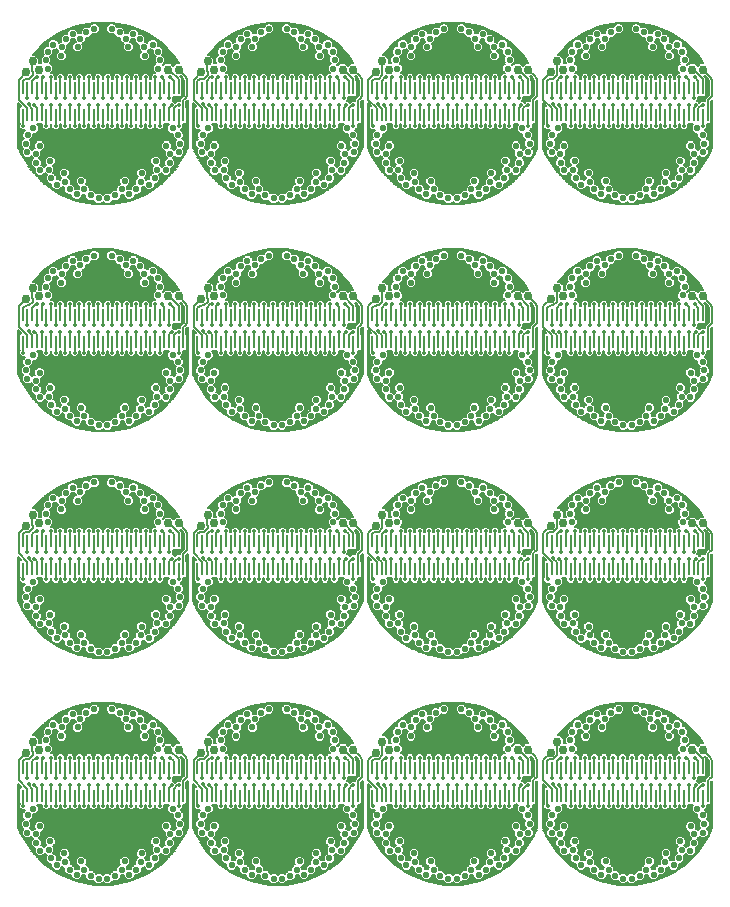
<source format=gtl>
G75*
%MOIN*%
%OFA0B0*%
%FSLAX25Y25*%
%IPPOS*%
%LPD*%
%AMOC8*
5,1,8,0,0,1.08239X$1,22.5*
%
%ADD10C,0.02953*%
%ADD11R,0.00787X0.04488*%
%ADD12C,0.02100*%
%ADD13C,0.01387*%
%ADD14C,0.00500*%
%ADD15C,0.00591*%
D10*
X0082155Y0058533D03*
X0060817Y0097116D03*
X0058730Y0099872D03*
X0056526Y0096289D03*
X0082155Y0108533D03*
X0104596Y0100659D03*
X0103809Y0097116D03*
X0107352Y0097116D03*
X0114793Y0096289D03*
X0116998Y0099872D03*
X0119085Y0097116D03*
X0140423Y0108533D03*
X0162864Y0100659D03*
X0162077Y0097116D03*
X0165620Y0097116D03*
X0173061Y0096289D03*
X0175266Y0099872D03*
X0177352Y0097116D03*
X0198691Y0108533D03*
X0221132Y0100659D03*
X0220344Y0097116D03*
X0223888Y0097116D03*
X0231329Y0096289D03*
X0233533Y0099872D03*
X0235620Y0097116D03*
X0256959Y0108533D03*
X0279400Y0100659D03*
X0278612Y0097116D03*
X0282155Y0097116D03*
X0256959Y0134124D03*
X0235620Y0172707D03*
X0233533Y0175463D03*
X0231329Y0171880D03*
X0223888Y0172707D03*
X0220344Y0172707D03*
X0221132Y0176250D03*
X0198691Y0184124D03*
X0177352Y0172707D03*
X0175266Y0175463D03*
X0173061Y0171880D03*
X0165620Y0172707D03*
X0162077Y0172707D03*
X0162864Y0176250D03*
X0140423Y0184124D03*
X0119085Y0172707D03*
X0116998Y0175463D03*
X0114793Y0171880D03*
X0107352Y0172707D03*
X0103809Y0172707D03*
X0104596Y0176250D03*
X0082155Y0184124D03*
X0060817Y0172707D03*
X0058730Y0175463D03*
X0056526Y0171880D03*
X0082155Y0134124D03*
X0140423Y0134124D03*
X0198691Y0134124D03*
X0256959Y0184124D03*
X0279400Y0176250D03*
X0278612Y0172707D03*
X0282155Y0172707D03*
X0256959Y0209715D03*
X0235620Y0248297D03*
X0233533Y0251053D03*
X0231329Y0247470D03*
X0223888Y0248297D03*
X0220344Y0248297D03*
X0221132Y0251841D03*
X0198691Y0259715D03*
X0177352Y0248297D03*
X0175266Y0251053D03*
X0173061Y0247470D03*
X0165620Y0248297D03*
X0162077Y0248297D03*
X0162864Y0251841D03*
X0140423Y0259715D03*
X0119085Y0248297D03*
X0116998Y0251053D03*
X0114793Y0247470D03*
X0107352Y0248297D03*
X0103809Y0248297D03*
X0104596Y0251841D03*
X0082155Y0259715D03*
X0060817Y0248297D03*
X0058730Y0251053D03*
X0056526Y0247470D03*
X0082155Y0285305D03*
X0060817Y0323888D03*
X0058730Y0326644D03*
X0056526Y0323061D03*
X0082155Y0335305D03*
X0104596Y0327431D03*
X0103809Y0323888D03*
X0107352Y0323888D03*
X0114793Y0323061D03*
X0116998Y0326644D03*
X0119085Y0323888D03*
X0140423Y0335305D03*
X0162864Y0327431D03*
X0162077Y0323888D03*
X0165620Y0323888D03*
X0173061Y0323061D03*
X0175266Y0326644D03*
X0177352Y0323888D03*
X0198691Y0335305D03*
X0221132Y0327431D03*
X0220344Y0323888D03*
X0223888Y0323888D03*
X0231329Y0323061D03*
X0233533Y0326644D03*
X0235620Y0323888D03*
X0256959Y0335305D03*
X0279400Y0327431D03*
X0278612Y0323888D03*
X0282155Y0323888D03*
X0256959Y0285305D03*
X0256959Y0259715D03*
X0279400Y0251841D03*
X0278612Y0248297D03*
X0282155Y0248297D03*
X0198691Y0285305D03*
X0140423Y0285305D03*
X0140423Y0209715D03*
X0082155Y0209715D03*
X0198691Y0209715D03*
X0198691Y0058533D03*
X0256959Y0058533D03*
X0140423Y0058533D03*
D11*
X0140423Y0081880D03*
X0138848Y0081880D03*
X0137274Y0081880D03*
X0135699Y0081880D03*
X0134124Y0081880D03*
X0132549Y0081880D03*
X0130974Y0081880D03*
X0129400Y0081880D03*
X0127825Y0081880D03*
X0126250Y0081880D03*
X0124675Y0081880D03*
X0123100Y0081880D03*
X0121526Y0081880D03*
X0119951Y0081880D03*
X0118376Y0081880D03*
X0116801Y0081880D03*
X0115226Y0081880D03*
X0113652Y0081880D03*
X0108927Y0081880D03*
X0107352Y0081880D03*
X0105778Y0081880D03*
X0104203Y0081880D03*
X0102628Y0081880D03*
X0101053Y0081880D03*
X0099478Y0081880D03*
X0097904Y0081880D03*
X0096329Y0081880D03*
X0094754Y0081880D03*
X0093179Y0081880D03*
X0091604Y0081880D03*
X0090030Y0081880D03*
X0088455Y0081880D03*
X0086880Y0081880D03*
X0085305Y0081880D03*
X0083730Y0081880D03*
X0082155Y0081880D03*
X0080581Y0081880D03*
X0079006Y0081880D03*
X0077431Y0081880D03*
X0075856Y0081880D03*
X0074281Y0081880D03*
X0072707Y0081880D03*
X0071132Y0081880D03*
X0069557Y0081880D03*
X0067982Y0081880D03*
X0066407Y0081880D03*
X0064833Y0081880D03*
X0063258Y0081880D03*
X0061683Y0081880D03*
X0060108Y0081880D03*
X0058533Y0081880D03*
X0056959Y0081880D03*
X0055384Y0081880D03*
X0055384Y0091093D03*
X0056959Y0091093D03*
X0058533Y0091093D03*
X0060108Y0091093D03*
X0061683Y0091093D03*
X0063258Y0091093D03*
X0064833Y0091093D03*
X0066407Y0091093D03*
X0067982Y0091093D03*
X0069557Y0091093D03*
X0071132Y0091093D03*
X0072707Y0091093D03*
X0074281Y0091093D03*
X0075856Y0091093D03*
X0077431Y0091093D03*
X0079006Y0091093D03*
X0080581Y0091093D03*
X0082155Y0091093D03*
X0083730Y0091093D03*
X0085305Y0091093D03*
X0086880Y0091093D03*
X0088455Y0091093D03*
X0090030Y0091093D03*
X0091604Y0091093D03*
X0093179Y0091093D03*
X0094754Y0091093D03*
X0096329Y0091093D03*
X0097904Y0091093D03*
X0099478Y0091093D03*
X0101053Y0091093D03*
X0102628Y0091093D03*
X0104203Y0091093D03*
X0105778Y0091093D03*
X0107352Y0091093D03*
X0108927Y0091093D03*
X0113652Y0091093D03*
X0115226Y0091093D03*
X0116801Y0091093D03*
X0118376Y0091093D03*
X0119951Y0091093D03*
X0121526Y0091093D03*
X0123100Y0091093D03*
X0124675Y0091093D03*
X0126250Y0091093D03*
X0127825Y0091093D03*
X0129400Y0091093D03*
X0130974Y0091093D03*
X0132549Y0091093D03*
X0134124Y0091093D03*
X0135699Y0091093D03*
X0137274Y0091093D03*
X0138848Y0091093D03*
X0140423Y0091093D03*
X0141998Y0091093D03*
X0143573Y0091093D03*
X0145148Y0091093D03*
X0146722Y0091093D03*
X0148297Y0091093D03*
X0149872Y0091093D03*
X0151447Y0091093D03*
X0153022Y0091093D03*
X0154596Y0091093D03*
X0156171Y0091093D03*
X0157746Y0091093D03*
X0159321Y0091093D03*
X0160896Y0091093D03*
X0162470Y0091093D03*
X0164045Y0091093D03*
X0165620Y0091093D03*
X0167195Y0091093D03*
X0171919Y0091093D03*
X0173494Y0091093D03*
X0175069Y0091093D03*
X0176644Y0091093D03*
X0178218Y0091093D03*
X0179793Y0091093D03*
X0181368Y0091093D03*
X0182943Y0091093D03*
X0184518Y0091093D03*
X0186093Y0091093D03*
X0187667Y0091093D03*
X0189242Y0091093D03*
X0190817Y0091093D03*
X0192392Y0091093D03*
X0193967Y0091093D03*
X0195541Y0091093D03*
X0197116Y0091093D03*
X0198691Y0091093D03*
X0200266Y0091093D03*
X0201841Y0091093D03*
X0203415Y0091093D03*
X0204990Y0091093D03*
X0206565Y0091093D03*
X0208140Y0091093D03*
X0209715Y0091093D03*
X0211289Y0091093D03*
X0212864Y0091093D03*
X0214439Y0091093D03*
X0216014Y0091093D03*
X0217589Y0091093D03*
X0219163Y0091093D03*
X0220738Y0091093D03*
X0222313Y0091093D03*
X0223888Y0091093D03*
X0225463Y0091093D03*
X0230187Y0091093D03*
X0231762Y0091093D03*
X0233337Y0091093D03*
X0234911Y0091093D03*
X0236486Y0091093D03*
X0238061Y0091093D03*
X0239636Y0091093D03*
X0241211Y0091093D03*
X0242785Y0091093D03*
X0244360Y0091093D03*
X0245935Y0091093D03*
X0247510Y0091093D03*
X0249085Y0091093D03*
X0250659Y0091093D03*
X0252234Y0091093D03*
X0253809Y0091093D03*
X0255384Y0091093D03*
X0256959Y0091093D03*
X0258533Y0091093D03*
X0260108Y0091093D03*
X0261683Y0091093D03*
X0263258Y0091093D03*
X0264833Y0091093D03*
X0266407Y0091093D03*
X0267982Y0091093D03*
X0269557Y0091093D03*
X0271132Y0091093D03*
X0272707Y0091093D03*
X0274281Y0091093D03*
X0275856Y0091093D03*
X0277431Y0091093D03*
X0279006Y0091093D03*
X0280581Y0091093D03*
X0282155Y0091093D03*
X0283730Y0091093D03*
X0283730Y0081880D03*
X0282155Y0081880D03*
X0280581Y0081880D03*
X0279006Y0081880D03*
X0277431Y0081880D03*
X0275856Y0081880D03*
X0274281Y0081880D03*
X0272707Y0081880D03*
X0271132Y0081880D03*
X0269557Y0081880D03*
X0267982Y0081880D03*
X0266407Y0081880D03*
X0264833Y0081880D03*
X0263258Y0081880D03*
X0261683Y0081880D03*
X0260108Y0081880D03*
X0258533Y0081880D03*
X0256959Y0081880D03*
X0255384Y0081880D03*
X0253809Y0081880D03*
X0252234Y0081880D03*
X0250659Y0081880D03*
X0249085Y0081880D03*
X0247510Y0081880D03*
X0245935Y0081880D03*
X0244360Y0081880D03*
X0242785Y0081880D03*
X0241211Y0081880D03*
X0239636Y0081880D03*
X0238061Y0081880D03*
X0236486Y0081880D03*
X0234911Y0081880D03*
X0233337Y0081880D03*
X0231762Y0081880D03*
X0230187Y0081880D03*
X0225463Y0081880D03*
X0223888Y0081880D03*
X0222313Y0081880D03*
X0220738Y0081880D03*
X0219163Y0081880D03*
X0217589Y0081880D03*
X0216014Y0081880D03*
X0214439Y0081880D03*
X0212864Y0081880D03*
X0211289Y0081880D03*
X0209715Y0081880D03*
X0208140Y0081880D03*
X0206565Y0081880D03*
X0204990Y0081880D03*
X0203415Y0081880D03*
X0201841Y0081880D03*
X0200266Y0081880D03*
X0198691Y0081880D03*
X0197116Y0081880D03*
X0195541Y0081880D03*
X0193967Y0081880D03*
X0192392Y0081880D03*
X0190817Y0081880D03*
X0189242Y0081880D03*
X0187667Y0081880D03*
X0186093Y0081880D03*
X0184518Y0081880D03*
X0182943Y0081880D03*
X0181368Y0081880D03*
X0179793Y0081880D03*
X0178218Y0081880D03*
X0176644Y0081880D03*
X0175069Y0081880D03*
X0173494Y0081880D03*
X0171919Y0081880D03*
X0167195Y0081880D03*
X0165620Y0081880D03*
X0164045Y0081880D03*
X0162470Y0081880D03*
X0160896Y0081880D03*
X0159321Y0081880D03*
X0157746Y0081880D03*
X0156171Y0081880D03*
X0154596Y0081880D03*
X0153022Y0081880D03*
X0151447Y0081880D03*
X0149872Y0081880D03*
X0148297Y0081880D03*
X0146722Y0081880D03*
X0145148Y0081880D03*
X0143573Y0081880D03*
X0141998Y0081880D03*
X0141998Y0157470D03*
X0140423Y0157470D03*
X0138848Y0157470D03*
X0137274Y0157470D03*
X0135699Y0157470D03*
X0134124Y0157470D03*
X0132549Y0157470D03*
X0130974Y0157470D03*
X0129400Y0157470D03*
X0127825Y0157470D03*
X0126250Y0157470D03*
X0124675Y0157470D03*
X0123100Y0157470D03*
X0121526Y0157470D03*
X0119951Y0157470D03*
X0118376Y0157470D03*
X0116801Y0157470D03*
X0115226Y0157470D03*
X0113652Y0157470D03*
X0108927Y0157470D03*
X0107352Y0157470D03*
X0105778Y0157470D03*
X0104203Y0157470D03*
X0102628Y0157470D03*
X0101053Y0157470D03*
X0099478Y0157470D03*
X0097904Y0157470D03*
X0096329Y0157470D03*
X0094754Y0157470D03*
X0093179Y0157470D03*
X0091604Y0157470D03*
X0090030Y0157470D03*
X0088455Y0157470D03*
X0086880Y0157470D03*
X0085305Y0157470D03*
X0083730Y0157470D03*
X0082155Y0157470D03*
X0080581Y0157470D03*
X0079006Y0157470D03*
X0077431Y0157470D03*
X0075856Y0157470D03*
X0074281Y0157470D03*
X0072707Y0157470D03*
X0071132Y0157470D03*
X0069557Y0157470D03*
X0067982Y0157470D03*
X0066407Y0157470D03*
X0064833Y0157470D03*
X0063258Y0157470D03*
X0061683Y0157470D03*
X0060108Y0157470D03*
X0058533Y0157470D03*
X0056959Y0157470D03*
X0055384Y0157470D03*
X0055384Y0166683D03*
X0056959Y0166683D03*
X0058533Y0166683D03*
X0060108Y0166683D03*
X0061683Y0166683D03*
X0063258Y0166683D03*
X0064833Y0166683D03*
X0066407Y0166683D03*
X0067982Y0166683D03*
X0069557Y0166683D03*
X0071132Y0166683D03*
X0072707Y0166683D03*
X0074281Y0166683D03*
X0075856Y0166683D03*
X0077431Y0166683D03*
X0079006Y0166683D03*
X0080581Y0166683D03*
X0082155Y0166683D03*
X0083730Y0166683D03*
X0085305Y0166683D03*
X0086880Y0166683D03*
X0088455Y0166683D03*
X0090030Y0166683D03*
X0091604Y0166683D03*
X0093179Y0166683D03*
X0094754Y0166683D03*
X0096329Y0166683D03*
X0097904Y0166683D03*
X0099478Y0166683D03*
X0101053Y0166683D03*
X0102628Y0166683D03*
X0104203Y0166683D03*
X0105778Y0166683D03*
X0107352Y0166683D03*
X0108927Y0166683D03*
X0113652Y0166683D03*
X0115226Y0166683D03*
X0116801Y0166683D03*
X0118376Y0166683D03*
X0119951Y0166683D03*
X0121526Y0166683D03*
X0123100Y0166683D03*
X0124675Y0166683D03*
X0126250Y0166683D03*
X0127825Y0166683D03*
X0129400Y0166683D03*
X0130974Y0166683D03*
X0132549Y0166683D03*
X0134124Y0166683D03*
X0135699Y0166683D03*
X0137274Y0166683D03*
X0138848Y0166683D03*
X0140423Y0166683D03*
X0141998Y0166683D03*
X0143573Y0166683D03*
X0145148Y0166683D03*
X0146722Y0166683D03*
X0148297Y0166683D03*
X0149872Y0166683D03*
X0151447Y0166683D03*
X0153022Y0166683D03*
X0154596Y0166683D03*
X0156171Y0166683D03*
X0157746Y0166683D03*
X0159321Y0166683D03*
X0160896Y0166683D03*
X0162470Y0166683D03*
X0164045Y0166683D03*
X0165620Y0166683D03*
X0167195Y0166683D03*
X0171919Y0166683D03*
X0173494Y0166683D03*
X0175069Y0166683D03*
X0176644Y0166683D03*
X0178218Y0166683D03*
X0179793Y0166683D03*
X0181368Y0166683D03*
X0182943Y0166683D03*
X0184518Y0166683D03*
X0186093Y0166683D03*
X0187667Y0166683D03*
X0189242Y0166683D03*
X0190817Y0166683D03*
X0192392Y0166683D03*
X0193967Y0166683D03*
X0195541Y0166683D03*
X0197116Y0166683D03*
X0198691Y0166683D03*
X0200266Y0166683D03*
X0201841Y0166683D03*
X0203415Y0166683D03*
X0204990Y0166683D03*
X0206565Y0166683D03*
X0208140Y0166683D03*
X0209715Y0166683D03*
X0211289Y0166683D03*
X0212864Y0166683D03*
X0214439Y0166683D03*
X0216014Y0166683D03*
X0217589Y0166683D03*
X0219163Y0166683D03*
X0220738Y0166683D03*
X0222313Y0166683D03*
X0223888Y0166683D03*
X0225463Y0166683D03*
X0230187Y0166683D03*
X0231762Y0166683D03*
X0233337Y0166683D03*
X0234911Y0166683D03*
X0236486Y0166683D03*
X0238061Y0166683D03*
X0239636Y0166683D03*
X0241211Y0166683D03*
X0242785Y0166683D03*
X0244360Y0166683D03*
X0245935Y0166683D03*
X0247510Y0166683D03*
X0249085Y0166683D03*
X0250659Y0166683D03*
X0252234Y0166683D03*
X0253809Y0166683D03*
X0255384Y0166683D03*
X0256959Y0166683D03*
X0258533Y0166683D03*
X0260108Y0166683D03*
X0261683Y0166683D03*
X0263258Y0166683D03*
X0264833Y0166683D03*
X0266407Y0166683D03*
X0267982Y0166683D03*
X0269557Y0166683D03*
X0271132Y0166683D03*
X0272707Y0166683D03*
X0274281Y0166683D03*
X0275856Y0166683D03*
X0277431Y0166683D03*
X0279006Y0166683D03*
X0280581Y0166683D03*
X0282155Y0166683D03*
X0283730Y0166683D03*
X0283730Y0157470D03*
X0282155Y0157470D03*
X0280581Y0157470D03*
X0279006Y0157470D03*
X0277431Y0157470D03*
X0275856Y0157470D03*
X0274281Y0157470D03*
X0272707Y0157470D03*
X0271132Y0157470D03*
X0269557Y0157470D03*
X0267982Y0157470D03*
X0266407Y0157470D03*
X0264833Y0157470D03*
X0263258Y0157470D03*
X0261683Y0157470D03*
X0260108Y0157470D03*
X0258533Y0157470D03*
X0256959Y0157470D03*
X0255384Y0157470D03*
X0253809Y0157470D03*
X0252234Y0157470D03*
X0250659Y0157470D03*
X0249085Y0157470D03*
X0247510Y0157470D03*
X0245935Y0157470D03*
X0244360Y0157470D03*
X0242785Y0157470D03*
X0241211Y0157470D03*
X0239636Y0157470D03*
X0238061Y0157470D03*
X0236486Y0157470D03*
X0234911Y0157470D03*
X0233337Y0157470D03*
X0231762Y0157470D03*
X0230187Y0157470D03*
X0225463Y0157470D03*
X0223888Y0157470D03*
X0222313Y0157470D03*
X0220738Y0157470D03*
X0219163Y0157470D03*
X0217589Y0157470D03*
X0216014Y0157470D03*
X0214439Y0157470D03*
X0212864Y0157470D03*
X0211289Y0157470D03*
X0209715Y0157470D03*
X0208140Y0157470D03*
X0206565Y0157470D03*
X0204990Y0157470D03*
X0203415Y0157470D03*
X0201841Y0157470D03*
X0200266Y0157470D03*
X0198691Y0157470D03*
X0197116Y0157470D03*
X0195541Y0157470D03*
X0193967Y0157470D03*
X0192392Y0157470D03*
X0190817Y0157470D03*
X0189242Y0157470D03*
X0187667Y0157470D03*
X0186093Y0157470D03*
X0184518Y0157470D03*
X0182943Y0157470D03*
X0181368Y0157470D03*
X0179793Y0157470D03*
X0178218Y0157470D03*
X0176644Y0157470D03*
X0175069Y0157470D03*
X0173494Y0157470D03*
X0171919Y0157470D03*
X0167195Y0157470D03*
X0165620Y0157470D03*
X0164045Y0157470D03*
X0162470Y0157470D03*
X0160896Y0157470D03*
X0159321Y0157470D03*
X0157746Y0157470D03*
X0156171Y0157470D03*
X0154596Y0157470D03*
X0153022Y0157470D03*
X0151447Y0157470D03*
X0149872Y0157470D03*
X0148297Y0157470D03*
X0146722Y0157470D03*
X0145148Y0157470D03*
X0143573Y0157470D03*
X0143573Y0233061D03*
X0145148Y0233061D03*
X0146722Y0233061D03*
X0148297Y0233061D03*
X0149872Y0233061D03*
X0151447Y0233061D03*
X0153022Y0233061D03*
X0154596Y0233061D03*
X0156171Y0233061D03*
X0157746Y0233061D03*
X0159321Y0233061D03*
X0160896Y0233061D03*
X0162470Y0233061D03*
X0164045Y0233061D03*
X0165620Y0233061D03*
X0167195Y0233061D03*
X0171919Y0233061D03*
X0173494Y0233061D03*
X0175069Y0233061D03*
X0176644Y0233061D03*
X0178218Y0233061D03*
X0179793Y0233061D03*
X0181368Y0233061D03*
X0182943Y0233061D03*
X0184518Y0233061D03*
X0186093Y0233061D03*
X0187667Y0233061D03*
X0189242Y0233061D03*
X0190817Y0233061D03*
X0192392Y0233061D03*
X0193967Y0233061D03*
X0195541Y0233061D03*
X0197116Y0233061D03*
X0198691Y0233061D03*
X0200266Y0233061D03*
X0201841Y0233061D03*
X0203415Y0233061D03*
X0204990Y0233061D03*
X0206565Y0233061D03*
X0208140Y0233061D03*
X0209715Y0233061D03*
X0211289Y0233061D03*
X0212864Y0233061D03*
X0214439Y0233061D03*
X0216014Y0233061D03*
X0217589Y0233061D03*
X0219163Y0233061D03*
X0220738Y0233061D03*
X0222313Y0233061D03*
X0223888Y0233061D03*
X0225463Y0233061D03*
X0230187Y0233061D03*
X0231762Y0233061D03*
X0233337Y0233061D03*
X0234911Y0233061D03*
X0236486Y0233061D03*
X0238061Y0233061D03*
X0239636Y0233061D03*
X0241211Y0233061D03*
X0242785Y0233061D03*
X0244360Y0233061D03*
X0245935Y0233061D03*
X0247510Y0233061D03*
X0249085Y0233061D03*
X0250659Y0233061D03*
X0252234Y0233061D03*
X0253809Y0233061D03*
X0255384Y0233061D03*
X0256959Y0233061D03*
X0258533Y0233061D03*
X0260108Y0233061D03*
X0261683Y0233061D03*
X0263258Y0233061D03*
X0264833Y0233061D03*
X0266407Y0233061D03*
X0267982Y0233061D03*
X0269557Y0233061D03*
X0271132Y0233061D03*
X0272707Y0233061D03*
X0274281Y0233061D03*
X0275856Y0233061D03*
X0277431Y0233061D03*
X0279006Y0233061D03*
X0280581Y0233061D03*
X0282155Y0233061D03*
X0283730Y0233061D03*
X0283730Y0242274D03*
X0282155Y0242274D03*
X0280581Y0242274D03*
X0279006Y0242274D03*
X0277431Y0242274D03*
X0275856Y0242274D03*
X0274281Y0242274D03*
X0272707Y0242274D03*
X0271132Y0242274D03*
X0269557Y0242274D03*
X0267982Y0242274D03*
X0266407Y0242274D03*
X0264833Y0242274D03*
X0263258Y0242274D03*
X0261683Y0242274D03*
X0260108Y0242274D03*
X0258533Y0242274D03*
X0256959Y0242274D03*
X0255384Y0242274D03*
X0253809Y0242274D03*
X0252234Y0242274D03*
X0250659Y0242274D03*
X0249085Y0242274D03*
X0247510Y0242274D03*
X0245935Y0242274D03*
X0244360Y0242274D03*
X0242785Y0242274D03*
X0241211Y0242274D03*
X0239636Y0242274D03*
X0238061Y0242274D03*
X0236486Y0242274D03*
X0234911Y0242274D03*
X0233337Y0242274D03*
X0231762Y0242274D03*
X0230187Y0242274D03*
X0225463Y0242274D03*
X0223888Y0242274D03*
X0222313Y0242274D03*
X0220738Y0242274D03*
X0219163Y0242274D03*
X0217589Y0242274D03*
X0216014Y0242274D03*
X0214439Y0242274D03*
X0212864Y0242274D03*
X0211289Y0242274D03*
X0209715Y0242274D03*
X0208140Y0242274D03*
X0206565Y0242274D03*
X0204990Y0242274D03*
X0203415Y0242274D03*
X0201841Y0242274D03*
X0200266Y0242274D03*
X0198691Y0242274D03*
X0197116Y0242274D03*
X0195541Y0242274D03*
X0193967Y0242274D03*
X0192392Y0242274D03*
X0190817Y0242274D03*
X0189242Y0242274D03*
X0187667Y0242274D03*
X0186093Y0242274D03*
X0184518Y0242274D03*
X0182943Y0242274D03*
X0181368Y0242274D03*
X0179793Y0242274D03*
X0178218Y0242274D03*
X0176644Y0242274D03*
X0175069Y0242274D03*
X0173494Y0242274D03*
X0171919Y0242274D03*
X0167195Y0242274D03*
X0165620Y0242274D03*
X0164045Y0242274D03*
X0162470Y0242274D03*
X0160896Y0242274D03*
X0159321Y0242274D03*
X0157746Y0242274D03*
X0156171Y0242274D03*
X0154596Y0242274D03*
X0153022Y0242274D03*
X0151447Y0242274D03*
X0149872Y0242274D03*
X0148297Y0242274D03*
X0146722Y0242274D03*
X0145148Y0242274D03*
X0143573Y0242274D03*
X0141998Y0242274D03*
X0140423Y0242274D03*
X0138848Y0242274D03*
X0137274Y0242274D03*
X0135699Y0242274D03*
X0134124Y0242274D03*
X0132549Y0242274D03*
X0130974Y0242274D03*
X0129400Y0242274D03*
X0127825Y0242274D03*
X0126250Y0242274D03*
X0124675Y0242274D03*
X0123100Y0242274D03*
X0121526Y0242274D03*
X0119951Y0242274D03*
X0118376Y0242274D03*
X0116801Y0242274D03*
X0115226Y0242274D03*
X0113652Y0242274D03*
X0108927Y0242274D03*
X0107352Y0242274D03*
X0105778Y0242274D03*
X0104203Y0242274D03*
X0102628Y0242274D03*
X0101053Y0242274D03*
X0099478Y0242274D03*
X0097904Y0242274D03*
X0096329Y0242274D03*
X0094754Y0242274D03*
X0093179Y0242274D03*
X0091604Y0242274D03*
X0090030Y0242274D03*
X0088455Y0242274D03*
X0086880Y0242274D03*
X0085305Y0242274D03*
X0083730Y0242274D03*
X0082155Y0242274D03*
X0080581Y0242274D03*
X0079006Y0242274D03*
X0077431Y0242274D03*
X0075856Y0242274D03*
X0074281Y0242274D03*
X0072707Y0242274D03*
X0071132Y0242274D03*
X0069557Y0242274D03*
X0067982Y0242274D03*
X0066407Y0242274D03*
X0064833Y0242274D03*
X0063258Y0242274D03*
X0061683Y0242274D03*
X0060108Y0242274D03*
X0058533Y0242274D03*
X0056959Y0242274D03*
X0055384Y0242274D03*
X0055384Y0233061D03*
X0056959Y0233061D03*
X0058533Y0233061D03*
X0060108Y0233061D03*
X0061683Y0233061D03*
X0063258Y0233061D03*
X0064833Y0233061D03*
X0066407Y0233061D03*
X0067982Y0233061D03*
X0069557Y0233061D03*
X0071132Y0233061D03*
X0072707Y0233061D03*
X0074281Y0233061D03*
X0075856Y0233061D03*
X0077431Y0233061D03*
X0079006Y0233061D03*
X0080581Y0233061D03*
X0082155Y0233061D03*
X0083730Y0233061D03*
X0085305Y0233061D03*
X0086880Y0233061D03*
X0088455Y0233061D03*
X0090030Y0233061D03*
X0091604Y0233061D03*
X0093179Y0233061D03*
X0094754Y0233061D03*
X0096329Y0233061D03*
X0097904Y0233061D03*
X0099478Y0233061D03*
X0101053Y0233061D03*
X0102628Y0233061D03*
X0104203Y0233061D03*
X0105778Y0233061D03*
X0107352Y0233061D03*
X0108927Y0233061D03*
X0113652Y0233061D03*
X0115226Y0233061D03*
X0116801Y0233061D03*
X0118376Y0233061D03*
X0119951Y0233061D03*
X0121526Y0233061D03*
X0123100Y0233061D03*
X0124675Y0233061D03*
X0126250Y0233061D03*
X0127825Y0233061D03*
X0129400Y0233061D03*
X0130974Y0233061D03*
X0132549Y0233061D03*
X0134124Y0233061D03*
X0135699Y0233061D03*
X0137274Y0233061D03*
X0138848Y0233061D03*
X0140423Y0233061D03*
X0141998Y0233061D03*
X0141998Y0308652D03*
X0140423Y0308652D03*
X0138848Y0308652D03*
X0137274Y0308652D03*
X0135699Y0308652D03*
X0134124Y0308652D03*
X0132549Y0308652D03*
X0130974Y0308652D03*
X0129400Y0308652D03*
X0127825Y0308652D03*
X0126250Y0308652D03*
X0124675Y0308652D03*
X0123100Y0308652D03*
X0121526Y0308652D03*
X0119951Y0308652D03*
X0118376Y0308652D03*
X0116801Y0308652D03*
X0115226Y0308652D03*
X0113652Y0308652D03*
X0108927Y0308652D03*
X0107352Y0308652D03*
X0105778Y0308652D03*
X0104203Y0308652D03*
X0102628Y0308652D03*
X0101053Y0308652D03*
X0099478Y0308652D03*
X0097904Y0308652D03*
X0096329Y0308652D03*
X0094754Y0308652D03*
X0093179Y0308652D03*
X0091604Y0308652D03*
X0090030Y0308652D03*
X0088455Y0308652D03*
X0086880Y0308652D03*
X0085305Y0308652D03*
X0083730Y0308652D03*
X0082155Y0308652D03*
X0080581Y0308652D03*
X0079006Y0308652D03*
X0077431Y0308652D03*
X0075856Y0308652D03*
X0074281Y0308652D03*
X0072707Y0308652D03*
X0071132Y0308652D03*
X0069557Y0308652D03*
X0067982Y0308652D03*
X0066407Y0308652D03*
X0064833Y0308652D03*
X0063258Y0308652D03*
X0061683Y0308652D03*
X0060108Y0308652D03*
X0058533Y0308652D03*
X0056959Y0308652D03*
X0055384Y0308652D03*
X0055384Y0317864D03*
X0056959Y0317864D03*
X0058533Y0317864D03*
X0060108Y0317864D03*
X0061683Y0317864D03*
X0063258Y0317864D03*
X0064833Y0317864D03*
X0066407Y0317864D03*
X0067982Y0317864D03*
X0069557Y0317864D03*
X0071132Y0317864D03*
X0072707Y0317864D03*
X0074281Y0317864D03*
X0075856Y0317864D03*
X0077431Y0317864D03*
X0079006Y0317864D03*
X0080581Y0317864D03*
X0082155Y0317864D03*
X0083730Y0317864D03*
X0085305Y0317864D03*
X0086880Y0317864D03*
X0088455Y0317864D03*
X0090030Y0317864D03*
X0091604Y0317864D03*
X0093179Y0317864D03*
X0094754Y0317864D03*
X0096329Y0317864D03*
X0097904Y0317864D03*
X0099478Y0317864D03*
X0101053Y0317864D03*
X0102628Y0317864D03*
X0104203Y0317864D03*
X0105778Y0317864D03*
X0107352Y0317864D03*
X0108927Y0317864D03*
X0113652Y0317864D03*
X0115226Y0317864D03*
X0116801Y0317864D03*
X0118376Y0317864D03*
X0119951Y0317864D03*
X0121526Y0317864D03*
X0123100Y0317864D03*
X0124675Y0317864D03*
X0126250Y0317864D03*
X0127825Y0317864D03*
X0129400Y0317864D03*
X0130974Y0317864D03*
X0132549Y0317864D03*
X0134124Y0317864D03*
X0135699Y0317864D03*
X0137274Y0317864D03*
X0138848Y0317864D03*
X0140423Y0317864D03*
X0141998Y0317864D03*
X0143573Y0317864D03*
X0145148Y0317864D03*
X0146722Y0317864D03*
X0148297Y0317864D03*
X0149872Y0317864D03*
X0151447Y0317864D03*
X0153022Y0317864D03*
X0154596Y0317864D03*
X0156171Y0317864D03*
X0157746Y0317864D03*
X0159321Y0317864D03*
X0160896Y0317864D03*
X0162470Y0317864D03*
X0164045Y0317864D03*
X0165620Y0317864D03*
X0167195Y0317864D03*
X0171919Y0317864D03*
X0173494Y0317864D03*
X0175069Y0317864D03*
X0176644Y0317864D03*
X0178218Y0317864D03*
X0179793Y0317864D03*
X0181368Y0317864D03*
X0182943Y0317864D03*
X0184518Y0317864D03*
X0186093Y0317864D03*
X0187667Y0317864D03*
X0189242Y0317864D03*
X0190817Y0317864D03*
X0192392Y0317864D03*
X0193967Y0317864D03*
X0195541Y0317864D03*
X0197116Y0317864D03*
X0198691Y0317864D03*
X0200266Y0317864D03*
X0201841Y0317864D03*
X0203415Y0317864D03*
X0204990Y0317864D03*
X0206565Y0317864D03*
X0208140Y0317864D03*
X0209715Y0317864D03*
X0211289Y0317864D03*
X0212864Y0317864D03*
X0214439Y0317864D03*
X0216014Y0317864D03*
X0217589Y0317864D03*
X0219163Y0317864D03*
X0220738Y0317864D03*
X0222313Y0317864D03*
X0223888Y0317864D03*
X0225463Y0317864D03*
X0230187Y0317864D03*
X0231762Y0317864D03*
X0233337Y0317864D03*
X0234911Y0317864D03*
X0236486Y0317864D03*
X0238061Y0317864D03*
X0239636Y0317864D03*
X0241211Y0317864D03*
X0242785Y0317864D03*
X0244360Y0317864D03*
X0245935Y0317864D03*
X0247510Y0317864D03*
X0249085Y0317864D03*
X0250659Y0317864D03*
X0252234Y0317864D03*
X0253809Y0317864D03*
X0255384Y0317864D03*
X0256959Y0317864D03*
X0258533Y0317864D03*
X0260108Y0317864D03*
X0261683Y0317864D03*
X0263258Y0317864D03*
X0264833Y0317864D03*
X0266407Y0317864D03*
X0267982Y0317864D03*
X0269557Y0317864D03*
X0271132Y0317864D03*
X0272707Y0317864D03*
X0274281Y0317864D03*
X0275856Y0317864D03*
X0277431Y0317864D03*
X0279006Y0317864D03*
X0280581Y0317864D03*
X0282155Y0317864D03*
X0283730Y0317864D03*
X0283730Y0308652D03*
X0282155Y0308652D03*
X0280581Y0308652D03*
X0279006Y0308652D03*
X0277431Y0308652D03*
X0275856Y0308652D03*
X0274281Y0308652D03*
X0272707Y0308652D03*
X0271132Y0308652D03*
X0269557Y0308652D03*
X0267982Y0308652D03*
X0266407Y0308652D03*
X0264833Y0308652D03*
X0263258Y0308652D03*
X0261683Y0308652D03*
X0260108Y0308652D03*
X0258533Y0308652D03*
X0256959Y0308652D03*
X0255384Y0308652D03*
X0253809Y0308652D03*
X0252234Y0308652D03*
X0250659Y0308652D03*
X0249085Y0308652D03*
X0247510Y0308652D03*
X0245935Y0308652D03*
X0244360Y0308652D03*
X0242785Y0308652D03*
X0241211Y0308652D03*
X0239636Y0308652D03*
X0238061Y0308652D03*
X0236486Y0308652D03*
X0234911Y0308652D03*
X0233337Y0308652D03*
X0231762Y0308652D03*
X0230187Y0308652D03*
X0225463Y0308652D03*
X0223888Y0308652D03*
X0222313Y0308652D03*
X0220738Y0308652D03*
X0219163Y0308652D03*
X0217589Y0308652D03*
X0216014Y0308652D03*
X0214439Y0308652D03*
X0212864Y0308652D03*
X0211289Y0308652D03*
X0209715Y0308652D03*
X0208140Y0308652D03*
X0206565Y0308652D03*
X0204990Y0308652D03*
X0203415Y0308652D03*
X0201841Y0308652D03*
X0200266Y0308652D03*
X0198691Y0308652D03*
X0197116Y0308652D03*
X0195541Y0308652D03*
X0193967Y0308652D03*
X0192392Y0308652D03*
X0190817Y0308652D03*
X0189242Y0308652D03*
X0187667Y0308652D03*
X0186093Y0308652D03*
X0184518Y0308652D03*
X0182943Y0308652D03*
X0181368Y0308652D03*
X0179793Y0308652D03*
X0178218Y0308652D03*
X0176644Y0308652D03*
X0175069Y0308652D03*
X0173494Y0308652D03*
X0171919Y0308652D03*
X0167195Y0308652D03*
X0165620Y0308652D03*
X0164045Y0308652D03*
X0162470Y0308652D03*
X0160896Y0308652D03*
X0159321Y0308652D03*
X0157746Y0308652D03*
X0156171Y0308652D03*
X0154596Y0308652D03*
X0153022Y0308652D03*
X0151447Y0308652D03*
X0149872Y0308652D03*
X0148297Y0308652D03*
X0146722Y0308652D03*
X0145148Y0308652D03*
X0143573Y0308652D03*
D12*
X0158013Y0293426D03*
X0158498Y0290553D03*
X0157641Y0287758D03*
X0155814Y0285512D03*
X0153025Y0286514D03*
X0153300Y0289415D03*
X0147709Y0286760D03*
X0146692Y0284030D03*
X0144553Y0282038D03*
X0141848Y0281006D03*
X0138999Y0281006D03*
X0136293Y0282038D03*
X0134154Y0284030D03*
X0133137Y0286760D03*
X0131719Y0282340D03*
X0129373Y0284037D03*
X0127822Y0286514D03*
X0127546Y0289415D03*
X0125032Y0285512D03*
X0123205Y0287758D03*
X0122348Y0290553D03*
X0122833Y0293426D03*
X0119394Y0290307D03*
X0118211Y0292949D03*
X0118107Y0295871D03*
X0119318Y0298520D03*
X0115190Y0296397D03*
X0114731Y0299256D03*
X0115386Y0302105D03*
X0117242Y0304350D03*
X0107193Y0302105D03*
X0105337Y0304350D03*
X0107848Y0299256D03*
X0107389Y0296397D03*
X0104472Y0295871D03*
X0103260Y0298520D03*
X0104368Y0292949D03*
X0103184Y0290307D03*
X0100230Y0290553D03*
X0099746Y0293426D03*
X0095032Y0289415D03*
X0094757Y0286514D03*
X0093206Y0284037D03*
X0090860Y0282340D03*
X0088425Y0284030D03*
X0089441Y0286760D03*
X0086285Y0282038D03*
X0083580Y0281006D03*
X0080731Y0281006D03*
X0078026Y0282038D03*
X0075886Y0284030D03*
X0074870Y0286760D03*
X0073451Y0282340D03*
X0071105Y0284037D03*
X0069554Y0286514D03*
X0069279Y0289415D03*
X0066764Y0285512D03*
X0064938Y0287758D03*
X0064081Y0290553D03*
X0064565Y0293426D03*
X0061127Y0290307D03*
X0059943Y0292949D03*
X0059839Y0295871D03*
X0061051Y0298520D03*
X0056922Y0296397D03*
X0056463Y0299256D03*
X0057118Y0302105D03*
X0058974Y0304350D03*
X0063758Y0324274D03*
X0063123Y0327117D03*
X0063833Y0329953D03*
X0065539Y0332292D03*
X0068378Y0331437D03*
X0068255Y0328526D03*
X0073699Y0331469D03*
X0074571Y0334249D03*
X0076604Y0336350D03*
X0079251Y0337522D03*
X0085060Y0337522D03*
X0087707Y0336350D03*
X0089740Y0334249D03*
X0090612Y0331469D03*
X0092260Y0335810D03*
X0094514Y0333992D03*
X0095933Y0331437D03*
X0096056Y0328526D03*
X0098772Y0332292D03*
X0100478Y0329953D03*
X0101188Y0327117D03*
X0100553Y0324274D03*
X0121391Y0327117D03*
X0122025Y0324274D03*
X0126522Y0328526D03*
X0126645Y0331437D03*
X0128065Y0333992D03*
X0130319Y0335810D03*
X0132839Y0334249D03*
X0131967Y0331469D03*
X0134871Y0336350D03*
X0137519Y0337522D03*
X0143328Y0337522D03*
X0145975Y0336350D03*
X0148007Y0334249D03*
X0148880Y0331469D03*
X0150528Y0335810D03*
X0152782Y0333992D03*
X0154201Y0331437D03*
X0154324Y0328526D03*
X0157039Y0332292D03*
X0158746Y0329953D03*
X0159455Y0327117D03*
X0158821Y0324274D03*
X0163604Y0304350D03*
X0165460Y0302105D03*
X0166116Y0299256D03*
X0165657Y0296397D03*
X0162740Y0295871D03*
X0161528Y0298520D03*
X0162635Y0292949D03*
X0161452Y0290307D03*
X0151474Y0284037D03*
X0149128Y0282340D03*
X0143328Y0261932D03*
X0145975Y0260760D03*
X0148007Y0258658D03*
X0148880Y0255879D03*
X0150528Y0260219D03*
X0152782Y0258402D03*
X0154201Y0255846D03*
X0154324Y0252935D03*
X0157039Y0256701D03*
X0158746Y0254362D03*
X0159455Y0251527D03*
X0158821Y0248683D03*
X0163604Y0228760D03*
X0165460Y0226514D03*
X0166116Y0223665D03*
X0165657Y0220807D03*
X0162740Y0220280D03*
X0161528Y0222929D03*
X0162635Y0217359D03*
X0161452Y0214716D03*
X0158498Y0214962D03*
X0158013Y0217835D03*
X0157641Y0212168D03*
X0155814Y0209921D03*
X0153025Y0210924D03*
X0153300Y0213824D03*
X0151474Y0208446D03*
X0149128Y0206749D03*
X0146692Y0208439D03*
X0147709Y0211170D03*
X0144553Y0206448D03*
X0141848Y0205416D03*
X0138999Y0205416D03*
X0136293Y0206448D03*
X0134154Y0208439D03*
X0133137Y0211170D03*
X0131719Y0206749D03*
X0129373Y0208446D03*
X0127822Y0210924D03*
X0127546Y0213824D03*
X0125032Y0209921D03*
X0123205Y0212168D03*
X0122348Y0214962D03*
X0122833Y0217835D03*
X0119394Y0214716D03*
X0118211Y0217359D03*
X0118107Y0220280D03*
X0119318Y0222929D03*
X0115190Y0220807D03*
X0114731Y0223665D03*
X0115386Y0226514D03*
X0117242Y0228760D03*
X0107193Y0226514D03*
X0105337Y0228760D03*
X0107848Y0223665D03*
X0107389Y0220807D03*
X0104472Y0220280D03*
X0103260Y0222929D03*
X0104368Y0217359D03*
X0103184Y0214716D03*
X0100230Y0214962D03*
X0099746Y0217835D03*
X0099373Y0212168D03*
X0097547Y0209921D03*
X0094757Y0210924D03*
X0095032Y0213824D03*
X0093206Y0208446D03*
X0090860Y0206749D03*
X0088425Y0208439D03*
X0089441Y0211170D03*
X0086285Y0206448D03*
X0083580Y0205416D03*
X0080731Y0205416D03*
X0078026Y0206448D03*
X0075886Y0208439D03*
X0074870Y0211170D03*
X0073451Y0206749D03*
X0071105Y0208446D03*
X0069554Y0210924D03*
X0069279Y0213824D03*
X0066764Y0209921D03*
X0064938Y0212168D03*
X0064081Y0214962D03*
X0064565Y0217835D03*
X0061127Y0214716D03*
X0059943Y0217359D03*
X0059839Y0220280D03*
X0061051Y0222929D03*
X0056922Y0220807D03*
X0056463Y0223665D03*
X0057118Y0226514D03*
X0058974Y0228760D03*
X0063758Y0248683D03*
X0063123Y0251527D03*
X0063833Y0254362D03*
X0065539Y0256701D03*
X0068378Y0255846D03*
X0068255Y0252935D03*
X0069797Y0258402D03*
X0072051Y0260219D03*
X0074571Y0258658D03*
X0073699Y0255879D03*
X0076604Y0260760D03*
X0079251Y0261932D03*
X0085060Y0261932D03*
X0087707Y0260760D03*
X0089740Y0258658D03*
X0090612Y0255879D03*
X0092260Y0260219D03*
X0094514Y0258402D03*
X0095933Y0255846D03*
X0096056Y0252935D03*
X0098772Y0256701D03*
X0100478Y0254362D03*
X0101188Y0251527D03*
X0100553Y0248683D03*
X0121391Y0251527D03*
X0122025Y0248683D03*
X0122100Y0254362D03*
X0123807Y0256701D03*
X0126645Y0255846D03*
X0126522Y0252935D03*
X0128065Y0258402D03*
X0130319Y0260219D03*
X0132839Y0258658D03*
X0131967Y0255879D03*
X0134871Y0260760D03*
X0137519Y0261932D03*
X0173457Y0296397D03*
X0172998Y0299256D03*
X0173654Y0302105D03*
X0175510Y0304350D03*
X0177586Y0298520D03*
X0176375Y0295871D03*
X0176479Y0292949D03*
X0177662Y0290307D03*
X0180616Y0290553D03*
X0181101Y0293426D03*
X0185814Y0289415D03*
X0186090Y0286514D03*
X0187641Y0284037D03*
X0189986Y0282340D03*
X0192422Y0284030D03*
X0191405Y0286760D03*
X0194561Y0282038D03*
X0197266Y0281006D03*
X0200116Y0281006D03*
X0202821Y0282038D03*
X0204960Y0284030D03*
X0205977Y0286760D03*
X0207395Y0282340D03*
X0209741Y0284037D03*
X0211292Y0286514D03*
X0211568Y0289415D03*
X0214082Y0285512D03*
X0215909Y0287758D03*
X0216766Y0290553D03*
X0216281Y0293426D03*
X0219720Y0290307D03*
X0220903Y0292949D03*
X0221007Y0295871D03*
X0219796Y0298520D03*
X0223925Y0296397D03*
X0224383Y0299256D03*
X0223728Y0302105D03*
X0221872Y0304350D03*
X0231921Y0302105D03*
X0233778Y0304350D03*
X0231266Y0299256D03*
X0231725Y0296397D03*
X0234642Y0295871D03*
X0235854Y0298520D03*
X0234747Y0292949D03*
X0235930Y0290307D03*
X0238884Y0290553D03*
X0239369Y0293426D03*
X0244082Y0289415D03*
X0244357Y0286514D03*
X0245908Y0284037D03*
X0248254Y0282340D03*
X0250689Y0284030D03*
X0249673Y0286760D03*
X0252829Y0282038D03*
X0255534Y0281006D03*
X0258383Y0281006D03*
X0261088Y0282038D03*
X0263228Y0284030D03*
X0264245Y0286760D03*
X0265663Y0282340D03*
X0268009Y0284037D03*
X0269560Y0286514D03*
X0269835Y0289415D03*
X0272350Y0285512D03*
X0274177Y0287758D03*
X0275033Y0290553D03*
X0274549Y0293426D03*
X0277988Y0290307D03*
X0279171Y0292949D03*
X0279275Y0295871D03*
X0278063Y0298520D03*
X0282192Y0296397D03*
X0282651Y0299256D03*
X0281996Y0302105D03*
X0280140Y0304350D03*
X0275357Y0324274D03*
X0275991Y0327117D03*
X0275281Y0329953D03*
X0273575Y0332292D03*
X0270736Y0331437D03*
X0270860Y0328526D03*
X0265415Y0331469D03*
X0264543Y0334249D03*
X0262511Y0336350D03*
X0259863Y0337522D03*
X0254054Y0337522D03*
X0251407Y0336350D03*
X0249374Y0334249D03*
X0248502Y0331469D03*
X0246854Y0335810D03*
X0244600Y0333992D03*
X0243181Y0331437D03*
X0243058Y0328526D03*
X0240343Y0332292D03*
X0238636Y0329953D03*
X0237926Y0327117D03*
X0238561Y0324274D03*
X0217723Y0327117D03*
X0217089Y0324274D03*
X0212592Y0328526D03*
X0212469Y0331437D03*
X0211049Y0333992D03*
X0208796Y0335810D03*
X0206275Y0334249D03*
X0207148Y0331469D03*
X0204243Y0336350D03*
X0201595Y0337522D03*
X0195786Y0337522D03*
X0193139Y0336350D03*
X0191107Y0334249D03*
X0190234Y0331469D03*
X0188586Y0335810D03*
X0186332Y0333992D03*
X0184913Y0331437D03*
X0184790Y0328526D03*
X0182075Y0332292D03*
X0180368Y0329953D03*
X0179659Y0327117D03*
X0180293Y0324274D03*
X0215307Y0332292D03*
X0217014Y0329953D03*
X0239741Y0287758D03*
X0241568Y0285512D03*
X0246854Y0260219D03*
X0244600Y0258402D03*
X0243181Y0255846D03*
X0243058Y0252935D03*
X0240343Y0256701D03*
X0238636Y0254362D03*
X0237926Y0251527D03*
X0238561Y0248683D03*
X0248502Y0255879D03*
X0249374Y0258658D03*
X0251407Y0260760D03*
X0254054Y0261932D03*
X0259863Y0261932D03*
X0262511Y0260760D03*
X0264543Y0258658D03*
X0265415Y0255879D03*
X0267063Y0260219D03*
X0269317Y0258402D03*
X0270736Y0255846D03*
X0270860Y0252935D03*
X0273575Y0256701D03*
X0275281Y0254362D03*
X0275991Y0251527D03*
X0275357Y0248683D03*
X0280140Y0228760D03*
X0281996Y0226514D03*
X0282651Y0223665D03*
X0282192Y0220807D03*
X0279275Y0220280D03*
X0278063Y0222929D03*
X0279171Y0217359D03*
X0277988Y0214716D03*
X0275033Y0214962D03*
X0274549Y0217835D03*
X0274177Y0212168D03*
X0272350Y0209921D03*
X0269560Y0210924D03*
X0269835Y0213824D03*
X0268009Y0208446D03*
X0265663Y0206749D03*
X0263228Y0208439D03*
X0264245Y0211170D03*
X0261088Y0206448D03*
X0258383Y0205416D03*
X0255534Y0205416D03*
X0252829Y0206448D03*
X0250689Y0208439D03*
X0249673Y0211170D03*
X0248254Y0206749D03*
X0245908Y0208446D03*
X0244357Y0210924D03*
X0244082Y0213824D03*
X0241568Y0209921D03*
X0239741Y0212168D03*
X0238884Y0214962D03*
X0239369Y0217835D03*
X0235930Y0214716D03*
X0234747Y0217359D03*
X0234642Y0220280D03*
X0235854Y0222929D03*
X0231725Y0220807D03*
X0231266Y0223665D03*
X0231921Y0226514D03*
X0233778Y0228760D03*
X0223728Y0226514D03*
X0221872Y0228760D03*
X0224383Y0223665D03*
X0223925Y0220807D03*
X0221007Y0220280D03*
X0219796Y0222929D03*
X0220903Y0217359D03*
X0219720Y0214716D03*
X0216766Y0214962D03*
X0216281Y0217835D03*
X0215909Y0212168D03*
X0214082Y0209921D03*
X0211292Y0210924D03*
X0211568Y0213824D03*
X0209741Y0208446D03*
X0207395Y0206749D03*
X0204960Y0208439D03*
X0205977Y0211170D03*
X0202821Y0206448D03*
X0200116Y0205416D03*
X0197266Y0205416D03*
X0194561Y0206448D03*
X0192422Y0208439D03*
X0191405Y0211170D03*
X0189986Y0206749D03*
X0187641Y0208446D03*
X0186090Y0210924D03*
X0185814Y0213824D03*
X0183300Y0209921D03*
X0181473Y0212168D03*
X0180616Y0214962D03*
X0181101Y0217835D03*
X0177662Y0214716D03*
X0176479Y0217359D03*
X0176375Y0220280D03*
X0177586Y0222929D03*
X0173457Y0220807D03*
X0172998Y0223665D03*
X0173654Y0226514D03*
X0175510Y0228760D03*
X0180293Y0248683D03*
X0179659Y0251527D03*
X0180368Y0254362D03*
X0182075Y0256701D03*
X0184913Y0255846D03*
X0184790Y0252935D03*
X0186332Y0258402D03*
X0188586Y0260219D03*
X0191107Y0258658D03*
X0190234Y0255879D03*
X0193139Y0260760D03*
X0195786Y0261932D03*
X0201595Y0261932D03*
X0204243Y0260760D03*
X0206275Y0258658D03*
X0207148Y0255879D03*
X0208796Y0260219D03*
X0211049Y0258402D03*
X0212469Y0255846D03*
X0212592Y0252935D03*
X0215307Y0256701D03*
X0217014Y0254362D03*
X0217723Y0251527D03*
X0217089Y0248683D03*
X0183300Y0285512D03*
X0181473Y0287758D03*
X0122100Y0329953D03*
X0123807Y0332292D03*
X0099373Y0287758D03*
X0097547Y0285512D03*
X0069797Y0333992D03*
X0072051Y0335810D03*
X0079251Y0186341D03*
X0076604Y0185169D03*
X0074571Y0183068D03*
X0073699Y0180288D03*
X0072051Y0184628D03*
X0069797Y0182811D03*
X0068378Y0180256D03*
X0068255Y0177345D03*
X0065539Y0181111D03*
X0063833Y0178772D03*
X0063123Y0175936D03*
X0063758Y0173093D03*
X0058974Y0153169D03*
X0057118Y0150924D03*
X0056463Y0148075D03*
X0056922Y0145216D03*
X0059839Y0144689D03*
X0061051Y0147339D03*
X0059943Y0141768D03*
X0061127Y0139126D03*
X0064081Y0139372D03*
X0064565Y0142245D03*
X0064938Y0136577D03*
X0066764Y0134331D03*
X0069554Y0135333D03*
X0069279Y0138234D03*
X0071105Y0132855D03*
X0073451Y0131159D03*
X0075886Y0132849D03*
X0074870Y0135579D03*
X0078026Y0130857D03*
X0080731Y0129825D03*
X0083580Y0129825D03*
X0086285Y0130857D03*
X0088425Y0132849D03*
X0089441Y0135579D03*
X0090860Y0131159D03*
X0093206Y0132855D03*
X0094757Y0135333D03*
X0095032Y0138234D03*
X0097547Y0134331D03*
X0099373Y0136577D03*
X0100230Y0139372D03*
X0099746Y0142245D03*
X0103184Y0139126D03*
X0104368Y0141768D03*
X0104472Y0144689D03*
X0103260Y0147339D03*
X0107389Y0145216D03*
X0107848Y0148075D03*
X0107193Y0150924D03*
X0105337Y0153169D03*
X0115386Y0150924D03*
X0117242Y0153169D03*
X0114731Y0148075D03*
X0115190Y0145216D03*
X0118107Y0144689D03*
X0119318Y0147339D03*
X0118211Y0141768D03*
X0119394Y0139126D03*
X0122348Y0139372D03*
X0122833Y0142245D03*
X0123205Y0136577D03*
X0125032Y0134331D03*
X0127822Y0135333D03*
X0127546Y0138234D03*
X0129373Y0132855D03*
X0131719Y0131159D03*
X0134154Y0132849D03*
X0133137Y0135579D03*
X0136293Y0130857D03*
X0138999Y0129825D03*
X0141848Y0129825D03*
X0144553Y0130857D03*
X0146692Y0132849D03*
X0147709Y0135579D03*
X0149128Y0131159D03*
X0151474Y0132855D03*
X0153025Y0135333D03*
X0153300Y0138234D03*
X0155814Y0134331D03*
X0157641Y0136577D03*
X0158498Y0139372D03*
X0158013Y0142245D03*
X0161452Y0139126D03*
X0162635Y0141768D03*
X0162740Y0144689D03*
X0161528Y0147339D03*
X0165657Y0145216D03*
X0166116Y0148075D03*
X0165460Y0150924D03*
X0163604Y0153169D03*
X0173654Y0150924D03*
X0175510Y0153169D03*
X0172998Y0148075D03*
X0173457Y0145216D03*
X0176375Y0144689D03*
X0177586Y0147339D03*
X0176479Y0141768D03*
X0177662Y0139126D03*
X0180616Y0139372D03*
X0181101Y0142245D03*
X0181473Y0136577D03*
X0183300Y0134331D03*
X0186090Y0135333D03*
X0185814Y0138234D03*
X0187641Y0132855D03*
X0189986Y0131159D03*
X0192422Y0132849D03*
X0191405Y0135579D03*
X0194561Y0130857D03*
X0197266Y0129825D03*
X0200116Y0129825D03*
X0202821Y0130857D03*
X0204960Y0132849D03*
X0205977Y0135579D03*
X0207395Y0131159D03*
X0209741Y0132855D03*
X0211292Y0135333D03*
X0211568Y0138234D03*
X0214082Y0134331D03*
X0215909Y0136577D03*
X0216766Y0139372D03*
X0216281Y0142245D03*
X0219720Y0139126D03*
X0220903Y0141768D03*
X0221007Y0144689D03*
X0219796Y0147339D03*
X0223925Y0145216D03*
X0224383Y0148075D03*
X0223728Y0150924D03*
X0221872Y0153169D03*
X0231921Y0150924D03*
X0233778Y0153169D03*
X0231266Y0148075D03*
X0231725Y0145216D03*
X0234642Y0144689D03*
X0235854Y0147339D03*
X0234747Y0141768D03*
X0235930Y0139126D03*
X0238884Y0139372D03*
X0239369Y0142245D03*
X0239741Y0136577D03*
X0241568Y0134331D03*
X0244357Y0135333D03*
X0244082Y0138234D03*
X0245908Y0132855D03*
X0248254Y0131159D03*
X0250689Y0132849D03*
X0249673Y0135579D03*
X0252829Y0130857D03*
X0255534Y0129825D03*
X0258383Y0129825D03*
X0261088Y0130857D03*
X0263228Y0132849D03*
X0264245Y0135579D03*
X0265663Y0131159D03*
X0268009Y0132855D03*
X0269560Y0135333D03*
X0269835Y0138234D03*
X0272350Y0134331D03*
X0274177Y0136577D03*
X0275033Y0139372D03*
X0274549Y0142245D03*
X0277988Y0139126D03*
X0279171Y0141768D03*
X0279275Y0144689D03*
X0278063Y0147339D03*
X0282192Y0145216D03*
X0282651Y0148075D03*
X0281996Y0150924D03*
X0280140Y0153169D03*
X0275357Y0173093D03*
X0275991Y0175936D03*
X0275281Y0178772D03*
X0273575Y0181111D03*
X0270736Y0180256D03*
X0270860Y0177345D03*
X0269317Y0182811D03*
X0267063Y0184628D03*
X0264543Y0183068D03*
X0265415Y0180288D03*
X0262511Y0185169D03*
X0259863Y0186341D03*
X0254054Y0186341D03*
X0251407Y0185169D03*
X0249374Y0183068D03*
X0248502Y0180288D03*
X0246854Y0184628D03*
X0244600Y0182811D03*
X0243181Y0180256D03*
X0243058Y0177345D03*
X0240343Y0181111D03*
X0238636Y0178772D03*
X0237926Y0175936D03*
X0238561Y0173093D03*
X0217723Y0175936D03*
X0217089Y0173093D03*
X0217014Y0178772D03*
X0215307Y0181111D03*
X0212469Y0180256D03*
X0212592Y0177345D03*
X0211049Y0182811D03*
X0208796Y0184628D03*
X0206275Y0183068D03*
X0207148Y0180288D03*
X0204243Y0185169D03*
X0201595Y0186341D03*
X0195786Y0186341D03*
X0193139Y0185169D03*
X0191107Y0183068D03*
X0190234Y0180288D03*
X0188586Y0184628D03*
X0186332Y0182811D03*
X0184913Y0180256D03*
X0184790Y0177345D03*
X0182075Y0181111D03*
X0180368Y0178772D03*
X0179659Y0175936D03*
X0180293Y0173093D03*
X0159455Y0175936D03*
X0158821Y0173093D03*
X0158746Y0178772D03*
X0157039Y0181111D03*
X0154201Y0180256D03*
X0154324Y0177345D03*
X0152782Y0182811D03*
X0150528Y0184628D03*
X0148007Y0183068D03*
X0148880Y0180288D03*
X0145975Y0185169D03*
X0143328Y0186341D03*
X0137519Y0186341D03*
X0134871Y0185169D03*
X0132839Y0183068D03*
X0131967Y0180288D03*
X0130319Y0184628D03*
X0128065Y0182811D03*
X0126645Y0180256D03*
X0126522Y0177345D03*
X0123807Y0181111D03*
X0122100Y0178772D03*
X0121391Y0175936D03*
X0122025Y0173093D03*
X0101188Y0175936D03*
X0100553Y0173093D03*
X0100478Y0178772D03*
X0098772Y0181111D03*
X0095933Y0180256D03*
X0096056Y0177345D03*
X0094514Y0182811D03*
X0092260Y0184628D03*
X0089740Y0183068D03*
X0090612Y0180288D03*
X0087707Y0185169D03*
X0085060Y0186341D03*
X0085060Y0110751D03*
X0087707Y0109578D03*
X0089740Y0107477D03*
X0090612Y0104698D03*
X0092260Y0109038D03*
X0094514Y0107221D03*
X0095933Y0104665D03*
X0096056Y0101754D03*
X0098772Y0105520D03*
X0100478Y0103181D03*
X0101188Y0100345D03*
X0100553Y0097502D03*
X0105337Y0077579D03*
X0107193Y0075333D03*
X0107848Y0072484D03*
X0107389Y0069626D03*
X0104472Y0069099D03*
X0103260Y0071748D03*
X0104368Y0066178D03*
X0103184Y0063535D03*
X0100230Y0063781D03*
X0099746Y0066654D03*
X0095032Y0062643D03*
X0094757Y0059743D03*
X0093206Y0057265D03*
X0090860Y0055568D03*
X0088425Y0057258D03*
X0089441Y0059989D03*
X0086285Y0055266D03*
X0083580Y0054234D03*
X0080731Y0054234D03*
X0078026Y0055266D03*
X0075886Y0057258D03*
X0074870Y0059989D03*
X0073451Y0055568D03*
X0071105Y0057265D03*
X0069554Y0059743D03*
X0069279Y0062643D03*
X0066764Y0058740D03*
X0064938Y0060986D03*
X0064081Y0063781D03*
X0064565Y0066654D03*
X0061127Y0063535D03*
X0059943Y0066178D03*
X0059839Y0069099D03*
X0061051Y0071748D03*
X0056922Y0069626D03*
X0056463Y0072484D03*
X0057118Y0075333D03*
X0058974Y0077579D03*
X0063758Y0097502D03*
X0063123Y0100345D03*
X0063833Y0103181D03*
X0065539Y0105520D03*
X0068378Y0104665D03*
X0068255Y0101754D03*
X0073699Y0104698D03*
X0074571Y0107477D03*
X0076604Y0109578D03*
X0079251Y0110751D03*
X0072051Y0109038D03*
X0069797Y0107221D03*
X0099373Y0060986D03*
X0097547Y0058740D03*
X0115190Y0069626D03*
X0114731Y0072484D03*
X0115386Y0075333D03*
X0117242Y0077579D03*
X0119318Y0071748D03*
X0118107Y0069099D03*
X0118211Y0066178D03*
X0119394Y0063535D03*
X0122348Y0063781D03*
X0122833Y0066654D03*
X0127546Y0062643D03*
X0127822Y0059743D03*
X0129373Y0057265D03*
X0131719Y0055568D03*
X0134154Y0057258D03*
X0133137Y0059989D03*
X0136293Y0055266D03*
X0138999Y0054234D03*
X0141848Y0054234D03*
X0144553Y0055266D03*
X0146692Y0057258D03*
X0147709Y0059989D03*
X0149128Y0055568D03*
X0151474Y0057265D03*
X0153025Y0059743D03*
X0153300Y0062643D03*
X0155814Y0058740D03*
X0157641Y0060986D03*
X0158498Y0063781D03*
X0158013Y0066654D03*
X0161452Y0063535D03*
X0162635Y0066178D03*
X0162740Y0069099D03*
X0161528Y0071748D03*
X0165657Y0069626D03*
X0166116Y0072484D03*
X0165460Y0075333D03*
X0163604Y0077579D03*
X0173654Y0075333D03*
X0175510Y0077579D03*
X0172998Y0072484D03*
X0173457Y0069626D03*
X0176375Y0069099D03*
X0177586Y0071748D03*
X0176479Y0066178D03*
X0177662Y0063535D03*
X0180616Y0063781D03*
X0181101Y0066654D03*
X0185814Y0062643D03*
X0186090Y0059743D03*
X0187641Y0057265D03*
X0189986Y0055568D03*
X0192422Y0057258D03*
X0191405Y0059989D03*
X0194561Y0055266D03*
X0197266Y0054234D03*
X0200116Y0054234D03*
X0202821Y0055266D03*
X0204960Y0057258D03*
X0205977Y0059989D03*
X0207395Y0055568D03*
X0209741Y0057265D03*
X0211292Y0059743D03*
X0211568Y0062643D03*
X0214082Y0058740D03*
X0215909Y0060986D03*
X0216766Y0063781D03*
X0216281Y0066654D03*
X0219720Y0063535D03*
X0220903Y0066178D03*
X0221007Y0069099D03*
X0219796Y0071748D03*
X0223925Y0069626D03*
X0224383Y0072484D03*
X0223728Y0075333D03*
X0221872Y0077579D03*
X0231921Y0075333D03*
X0233778Y0077579D03*
X0231266Y0072484D03*
X0231725Y0069626D03*
X0234642Y0069099D03*
X0235854Y0071748D03*
X0234747Y0066178D03*
X0235930Y0063535D03*
X0238884Y0063781D03*
X0239369Y0066654D03*
X0244082Y0062643D03*
X0244357Y0059743D03*
X0245908Y0057265D03*
X0248254Y0055568D03*
X0250689Y0057258D03*
X0249673Y0059989D03*
X0252829Y0055266D03*
X0255534Y0054234D03*
X0258383Y0054234D03*
X0261088Y0055266D03*
X0263228Y0057258D03*
X0264245Y0059989D03*
X0265663Y0055568D03*
X0268009Y0057265D03*
X0269560Y0059743D03*
X0269835Y0062643D03*
X0272350Y0058740D03*
X0274177Y0060986D03*
X0275033Y0063781D03*
X0274549Y0066654D03*
X0277988Y0063535D03*
X0279171Y0066178D03*
X0279275Y0069099D03*
X0278063Y0071748D03*
X0282192Y0069626D03*
X0282651Y0072484D03*
X0281996Y0075333D03*
X0280140Y0077579D03*
X0275357Y0097502D03*
X0275991Y0100345D03*
X0275281Y0103181D03*
X0273575Y0105520D03*
X0270736Y0104665D03*
X0270860Y0101754D03*
X0265415Y0104698D03*
X0264543Y0107477D03*
X0262511Y0109578D03*
X0259863Y0110751D03*
X0254054Y0110751D03*
X0251407Y0109578D03*
X0249374Y0107477D03*
X0248502Y0104698D03*
X0246854Y0109038D03*
X0244600Y0107221D03*
X0243181Y0104665D03*
X0243058Y0101754D03*
X0240343Y0105520D03*
X0238636Y0103181D03*
X0237926Y0100345D03*
X0238561Y0097502D03*
X0217723Y0100345D03*
X0217089Y0097502D03*
X0212592Y0101754D03*
X0212469Y0104665D03*
X0211049Y0107221D03*
X0208796Y0109038D03*
X0206275Y0107477D03*
X0207148Y0104698D03*
X0204243Y0109578D03*
X0201595Y0110751D03*
X0195786Y0110751D03*
X0193139Y0109578D03*
X0191107Y0107477D03*
X0190234Y0104698D03*
X0188586Y0109038D03*
X0186332Y0107221D03*
X0184913Y0104665D03*
X0184790Y0101754D03*
X0182075Y0105520D03*
X0180368Y0103181D03*
X0179659Y0100345D03*
X0180293Y0097502D03*
X0159455Y0100345D03*
X0158821Y0097502D03*
X0154324Y0101754D03*
X0154201Y0104665D03*
X0152782Y0107221D03*
X0150528Y0109038D03*
X0148007Y0107477D03*
X0148880Y0104698D03*
X0145975Y0109578D03*
X0143328Y0110751D03*
X0137519Y0110751D03*
X0134871Y0109578D03*
X0132839Y0107477D03*
X0131967Y0104698D03*
X0130319Y0109038D03*
X0128065Y0107221D03*
X0126645Y0104665D03*
X0126522Y0101754D03*
X0123807Y0105520D03*
X0122100Y0103181D03*
X0121391Y0100345D03*
X0122025Y0097502D03*
X0157039Y0105520D03*
X0158746Y0103181D03*
X0181473Y0060986D03*
X0183300Y0058740D03*
X0217014Y0103181D03*
X0215307Y0105520D03*
X0239741Y0060986D03*
X0241568Y0058740D03*
X0269317Y0107221D03*
X0267063Y0109038D03*
X0125032Y0058740D03*
X0123205Y0060986D03*
X0269317Y0333992D03*
X0267063Y0335810D03*
D13*
X0264833Y0337864D03*
X0271919Y0334715D03*
X0271132Y0321329D03*
X0274281Y0321329D03*
X0276644Y0321329D03*
X0279400Y0321329D03*
X0279006Y0314439D03*
X0281014Y0313730D03*
X0282155Y0312077D03*
X0279793Y0312077D03*
X0277431Y0312077D03*
X0275856Y0314439D03*
X0274281Y0312077D03*
X0272707Y0314439D03*
X0271132Y0312077D03*
X0269557Y0314439D03*
X0267982Y0312077D03*
X0266407Y0314439D03*
X0264833Y0312077D03*
X0263258Y0314439D03*
X0261683Y0312077D03*
X0260108Y0314439D03*
X0258533Y0312077D03*
X0256959Y0314439D03*
X0255384Y0312077D03*
X0253809Y0314439D03*
X0252234Y0312077D03*
X0250659Y0314439D03*
X0249085Y0312077D03*
X0247510Y0314439D03*
X0245935Y0312077D03*
X0244360Y0314439D03*
X0242785Y0312077D03*
X0241211Y0314439D03*
X0239636Y0312077D03*
X0238061Y0314439D03*
X0236486Y0312077D03*
X0234124Y0312077D03*
X0232155Y0312470D03*
X0231762Y0314439D03*
X0234911Y0314439D03*
X0234911Y0321329D03*
X0236880Y0321329D03*
X0239636Y0321329D03*
X0242785Y0321329D03*
X0245935Y0321329D03*
X0249085Y0321329D03*
X0252234Y0321329D03*
X0255384Y0321329D03*
X0258533Y0321329D03*
X0261683Y0321329D03*
X0264833Y0321329D03*
X0267982Y0321329D03*
X0266407Y0305187D03*
X0263258Y0305187D03*
X0260108Y0305187D03*
X0256959Y0305187D03*
X0253809Y0305187D03*
X0250659Y0305187D03*
X0247510Y0305187D03*
X0244360Y0305187D03*
X0241211Y0305187D03*
X0238061Y0305187D03*
X0230418Y0305187D03*
X0223888Y0305187D03*
X0217589Y0305187D03*
X0214439Y0305187D03*
X0211289Y0305187D03*
X0208140Y0305187D03*
X0204990Y0305187D03*
X0201841Y0305187D03*
X0198691Y0305187D03*
X0195541Y0305187D03*
X0192392Y0305187D03*
X0189242Y0305187D03*
X0186093Y0305187D03*
X0182943Y0305187D03*
X0179793Y0305187D03*
X0178218Y0312077D03*
X0175856Y0312077D03*
X0173888Y0312470D03*
X0173494Y0314439D03*
X0176644Y0314439D03*
X0179793Y0314439D03*
X0181368Y0312077D03*
X0182943Y0314439D03*
X0184518Y0312077D03*
X0186093Y0314439D03*
X0187667Y0312077D03*
X0189242Y0314439D03*
X0190817Y0312077D03*
X0192392Y0314439D03*
X0193967Y0312077D03*
X0195541Y0314439D03*
X0197116Y0312077D03*
X0198691Y0314439D03*
X0200266Y0312077D03*
X0201841Y0314439D03*
X0203415Y0312077D03*
X0204990Y0314439D03*
X0206565Y0312077D03*
X0208140Y0314439D03*
X0209715Y0312077D03*
X0211289Y0314439D03*
X0212864Y0312077D03*
X0214439Y0314439D03*
X0216014Y0312077D03*
X0217589Y0314439D03*
X0219163Y0312077D03*
X0221526Y0312077D03*
X0222746Y0313730D03*
X0223888Y0312077D03*
X0220738Y0314439D03*
X0221132Y0321329D03*
X0218376Y0321329D03*
X0216014Y0321329D03*
X0212864Y0321329D03*
X0209715Y0321329D03*
X0206565Y0321329D03*
X0203415Y0321329D03*
X0200266Y0321329D03*
X0197116Y0321329D03*
X0193967Y0321329D03*
X0190817Y0321329D03*
X0187667Y0321329D03*
X0184518Y0321329D03*
X0181368Y0321329D03*
X0178612Y0321329D03*
X0176644Y0321329D03*
X0177628Y0329911D03*
X0183730Y0334636D03*
X0190896Y0337785D03*
X0198652Y0338809D03*
X0206565Y0337864D03*
X0213652Y0334715D03*
X0235896Y0329911D03*
X0241998Y0334636D03*
X0249163Y0337785D03*
X0256919Y0338809D03*
X0269557Y0305187D03*
X0272707Y0305187D03*
X0275856Y0305187D03*
X0282155Y0305187D03*
X0281486Y0293809D03*
X0276722Y0287904D03*
X0270738Y0283140D03*
X0263415Y0280699D03*
X0250581Y0280738D03*
X0243179Y0283140D03*
X0236880Y0287470D03*
X0232155Y0293376D03*
X0223218Y0293809D03*
X0218455Y0287904D03*
X0212470Y0283140D03*
X0205148Y0280699D03*
X0192313Y0280738D03*
X0184911Y0283140D03*
X0178612Y0287470D03*
X0173888Y0293376D03*
X0164951Y0293809D03*
X0160187Y0287904D03*
X0154203Y0283140D03*
X0146880Y0280699D03*
X0134045Y0280738D03*
X0126644Y0283140D03*
X0120344Y0287470D03*
X0115620Y0293376D03*
X0106683Y0293809D03*
X0101919Y0287904D03*
X0095935Y0283140D03*
X0088612Y0280699D03*
X0075778Y0280738D03*
X0068376Y0283140D03*
X0062077Y0287470D03*
X0057352Y0293376D03*
X0055615Y0305187D03*
X0057352Y0312470D03*
X0059321Y0312077D03*
X0061683Y0312077D03*
X0060108Y0314439D03*
X0056959Y0314439D03*
X0063258Y0314439D03*
X0064833Y0312077D03*
X0066407Y0314439D03*
X0067982Y0312077D03*
X0069557Y0314439D03*
X0071132Y0312077D03*
X0072707Y0314439D03*
X0074281Y0312077D03*
X0075856Y0314439D03*
X0077431Y0312077D03*
X0079006Y0314439D03*
X0080581Y0312077D03*
X0082155Y0314439D03*
X0083730Y0312077D03*
X0085305Y0314439D03*
X0086880Y0312077D03*
X0088455Y0314439D03*
X0090030Y0312077D03*
X0091604Y0314439D03*
X0093179Y0312077D03*
X0094754Y0314439D03*
X0096329Y0312077D03*
X0097904Y0314439D03*
X0099478Y0312077D03*
X0101053Y0314439D03*
X0102628Y0312077D03*
X0104990Y0312077D03*
X0106211Y0313730D03*
X0107352Y0312077D03*
X0104203Y0314439D03*
X0104596Y0321329D03*
X0101841Y0321329D03*
X0099478Y0321329D03*
X0096329Y0321329D03*
X0093179Y0321329D03*
X0090030Y0321329D03*
X0086880Y0321329D03*
X0083730Y0321329D03*
X0080581Y0321329D03*
X0077431Y0321329D03*
X0074281Y0321329D03*
X0071132Y0321329D03*
X0067982Y0321329D03*
X0064833Y0321329D03*
X0062077Y0321329D03*
X0060108Y0321329D03*
X0061093Y0329911D03*
X0067195Y0334636D03*
X0074360Y0337785D03*
X0082116Y0338809D03*
X0090030Y0337864D03*
X0097116Y0334715D03*
X0119360Y0329911D03*
X0125463Y0334636D03*
X0132628Y0337785D03*
X0140384Y0338809D03*
X0148297Y0337864D03*
X0155384Y0334715D03*
X0154596Y0321329D03*
X0151447Y0321329D03*
X0148297Y0321329D03*
X0145148Y0321329D03*
X0141998Y0321329D03*
X0138848Y0321329D03*
X0135699Y0321329D03*
X0132549Y0321329D03*
X0129400Y0321329D03*
X0126250Y0321329D03*
X0123100Y0321329D03*
X0120344Y0321329D03*
X0118376Y0321329D03*
X0118376Y0314439D03*
X0117589Y0312077D03*
X0115620Y0312470D03*
X0115226Y0314439D03*
X0119951Y0312077D03*
X0121526Y0314439D03*
X0123100Y0312077D03*
X0124675Y0314439D03*
X0126250Y0312077D03*
X0127825Y0314439D03*
X0129400Y0312077D03*
X0130974Y0314439D03*
X0132549Y0312077D03*
X0134124Y0314439D03*
X0135699Y0312077D03*
X0137274Y0314439D03*
X0138848Y0312077D03*
X0140423Y0314439D03*
X0141998Y0312077D03*
X0143573Y0314439D03*
X0145148Y0312077D03*
X0146722Y0314439D03*
X0148297Y0312077D03*
X0149872Y0314439D03*
X0151447Y0312077D03*
X0153022Y0314439D03*
X0154596Y0312077D03*
X0156171Y0314439D03*
X0157746Y0312077D03*
X0159321Y0314439D03*
X0160896Y0312077D03*
X0163258Y0312077D03*
X0164478Y0313730D03*
X0165620Y0312077D03*
X0162470Y0314439D03*
X0162864Y0321329D03*
X0160108Y0321329D03*
X0157746Y0321329D03*
X0156171Y0305187D03*
X0153022Y0305187D03*
X0149872Y0305187D03*
X0146722Y0305187D03*
X0143573Y0305187D03*
X0140423Y0305187D03*
X0137274Y0305187D03*
X0134124Y0305187D03*
X0130974Y0305187D03*
X0127825Y0305187D03*
X0124675Y0305187D03*
X0121526Y0305187D03*
X0113883Y0305187D03*
X0107352Y0305187D03*
X0101053Y0305187D03*
X0097904Y0305187D03*
X0094754Y0305187D03*
X0091604Y0305187D03*
X0088455Y0305187D03*
X0085305Y0305187D03*
X0082155Y0305187D03*
X0079006Y0305187D03*
X0075856Y0305187D03*
X0072707Y0305187D03*
X0069557Y0305187D03*
X0066407Y0305187D03*
X0063258Y0305187D03*
X0074360Y0262195D03*
X0082116Y0263219D03*
X0090030Y0262274D03*
X0097116Y0259124D03*
X0096329Y0245738D03*
X0099478Y0245738D03*
X0101841Y0245738D03*
X0104596Y0245738D03*
X0104203Y0238848D03*
X0106211Y0238140D03*
X0107352Y0236486D03*
X0104990Y0236486D03*
X0102628Y0236486D03*
X0101053Y0238848D03*
X0099478Y0236486D03*
X0097904Y0238848D03*
X0096329Y0236486D03*
X0094754Y0238848D03*
X0093179Y0236486D03*
X0091604Y0238848D03*
X0090030Y0236486D03*
X0088455Y0238848D03*
X0086880Y0236486D03*
X0085305Y0238848D03*
X0083730Y0236486D03*
X0082155Y0238848D03*
X0080581Y0236486D03*
X0079006Y0238848D03*
X0077431Y0236486D03*
X0075856Y0238848D03*
X0074281Y0236486D03*
X0072707Y0238848D03*
X0071132Y0236486D03*
X0069557Y0238848D03*
X0067982Y0236486D03*
X0066407Y0238848D03*
X0064833Y0236486D03*
X0063258Y0238848D03*
X0061683Y0236486D03*
X0059321Y0236486D03*
X0057352Y0236880D03*
X0056959Y0238848D03*
X0060108Y0238848D03*
X0060108Y0245738D03*
X0062077Y0245738D03*
X0064833Y0245738D03*
X0067982Y0245738D03*
X0071132Y0245738D03*
X0074281Y0245738D03*
X0077431Y0245738D03*
X0080581Y0245738D03*
X0083730Y0245738D03*
X0086880Y0245738D03*
X0090030Y0245738D03*
X0093179Y0245738D03*
X0091604Y0229596D03*
X0088455Y0229596D03*
X0085305Y0229596D03*
X0082155Y0229596D03*
X0079006Y0229596D03*
X0075856Y0229596D03*
X0072707Y0229596D03*
X0069557Y0229596D03*
X0066407Y0229596D03*
X0063258Y0229596D03*
X0055615Y0229596D03*
X0057352Y0217785D03*
X0062077Y0211880D03*
X0068376Y0207549D03*
X0075778Y0205148D03*
X0088612Y0205108D03*
X0095935Y0207549D03*
X0101919Y0212313D03*
X0106683Y0218219D03*
X0115620Y0217785D03*
X0120344Y0211880D03*
X0126644Y0207549D03*
X0134045Y0205148D03*
X0146880Y0205108D03*
X0154203Y0207549D03*
X0160187Y0212313D03*
X0164951Y0218219D03*
X0173888Y0217785D03*
X0178612Y0211880D03*
X0184911Y0207549D03*
X0192313Y0205148D03*
X0205148Y0205108D03*
X0212470Y0207549D03*
X0218455Y0212313D03*
X0223218Y0218219D03*
X0232155Y0217785D03*
X0236880Y0211880D03*
X0243179Y0207549D03*
X0250581Y0205148D03*
X0263415Y0205108D03*
X0270738Y0207549D03*
X0276722Y0212313D03*
X0281486Y0218219D03*
X0282155Y0229596D03*
X0275856Y0229596D03*
X0272707Y0229596D03*
X0269557Y0229596D03*
X0266407Y0229596D03*
X0263258Y0229596D03*
X0260108Y0229596D03*
X0256959Y0229596D03*
X0253809Y0229596D03*
X0250659Y0229596D03*
X0247510Y0229596D03*
X0244360Y0229596D03*
X0241211Y0229596D03*
X0238061Y0229596D03*
X0236486Y0236486D03*
X0234124Y0236486D03*
X0232155Y0236880D03*
X0231762Y0238848D03*
X0234911Y0238848D03*
X0238061Y0238848D03*
X0239636Y0236486D03*
X0241211Y0238848D03*
X0242785Y0236486D03*
X0244360Y0238848D03*
X0245935Y0236486D03*
X0247510Y0238848D03*
X0249085Y0236486D03*
X0250659Y0238848D03*
X0252234Y0236486D03*
X0253809Y0238848D03*
X0255384Y0236486D03*
X0256959Y0238848D03*
X0258533Y0236486D03*
X0260108Y0238848D03*
X0261683Y0236486D03*
X0263258Y0238848D03*
X0264833Y0236486D03*
X0266407Y0238848D03*
X0267982Y0236486D03*
X0269557Y0238848D03*
X0271132Y0236486D03*
X0272707Y0238848D03*
X0274281Y0236486D03*
X0275856Y0238848D03*
X0277431Y0236486D03*
X0279793Y0236486D03*
X0281014Y0238140D03*
X0282155Y0236486D03*
X0279006Y0238848D03*
X0279400Y0245738D03*
X0276644Y0245738D03*
X0274281Y0245738D03*
X0271132Y0245738D03*
X0267982Y0245738D03*
X0264833Y0245738D03*
X0261683Y0245738D03*
X0258533Y0245738D03*
X0255384Y0245738D03*
X0252234Y0245738D03*
X0249085Y0245738D03*
X0245935Y0245738D03*
X0242785Y0245738D03*
X0239636Y0245738D03*
X0236880Y0245738D03*
X0234911Y0245738D03*
X0235896Y0254321D03*
X0241998Y0259045D03*
X0249163Y0262195D03*
X0256919Y0263219D03*
X0264833Y0262274D03*
X0271919Y0259124D03*
X0230418Y0229596D03*
X0223888Y0229596D03*
X0217589Y0229596D03*
X0214439Y0229596D03*
X0211289Y0229596D03*
X0208140Y0229596D03*
X0204990Y0229596D03*
X0201841Y0229596D03*
X0198691Y0229596D03*
X0195541Y0229596D03*
X0192392Y0229596D03*
X0189242Y0229596D03*
X0186093Y0229596D03*
X0182943Y0229596D03*
X0179793Y0229596D03*
X0178218Y0236486D03*
X0175856Y0236486D03*
X0173888Y0236880D03*
X0173494Y0238848D03*
X0176644Y0238848D03*
X0179793Y0238848D03*
X0181368Y0236486D03*
X0182943Y0238848D03*
X0184518Y0236486D03*
X0186093Y0238848D03*
X0187667Y0236486D03*
X0189242Y0238848D03*
X0190817Y0236486D03*
X0192392Y0238848D03*
X0193967Y0236486D03*
X0195541Y0238848D03*
X0197116Y0236486D03*
X0198691Y0238848D03*
X0200266Y0236486D03*
X0201841Y0238848D03*
X0203415Y0236486D03*
X0204990Y0238848D03*
X0206565Y0236486D03*
X0208140Y0238848D03*
X0209715Y0236486D03*
X0211289Y0238848D03*
X0212864Y0236486D03*
X0214439Y0238848D03*
X0216014Y0236486D03*
X0217589Y0238848D03*
X0219163Y0236486D03*
X0221526Y0236486D03*
X0222746Y0238140D03*
X0223888Y0236486D03*
X0220738Y0238848D03*
X0221132Y0245738D03*
X0218376Y0245738D03*
X0216014Y0245738D03*
X0212864Y0245738D03*
X0209715Y0245738D03*
X0206565Y0245738D03*
X0203415Y0245738D03*
X0200266Y0245738D03*
X0197116Y0245738D03*
X0193967Y0245738D03*
X0190817Y0245738D03*
X0187667Y0245738D03*
X0184518Y0245738D03*
X0181368Y0245738D03*
X0178612Y0245738D03*
X0176644Y0245738D03*
X0177628Y0254321D03*
X0183730Y0259045D03*
X0190896Y0262195D03*
X0198652Y0263219D03*
X0206565Y0262274D03*
X0213652Y0259124D03*
X0172150Y0229596D03*
X0165620Y0229596D03*
X0159321Y0229596D03*
X0156171Y0229596D03*
X0153022Y0229596D03*
X0149872Y0229596D03*
X0146722Y0229596D03*
X0143573Y0229596D03*
X0140423Y0229596D03*
X0137274Y0229596D03*
X0134124Y0229596D03*
X0130974Y0229596D03*
X0127825Y0229596D03*
X0124675Y0229596D03*
X0121526Y0229596D03*
X0123100Y0236486D03*
X0121526Y0238848D03*
X0119951Y0236486D03*
X0117589Y0236486D03*
X0115620Y0236880D03*
X0115226Y0238848D03*
X0118376Y0238848D03*
X0124675Y0238848D03*
X0126250Y0236486D03*
X0127825Y0238848D03*
X0129400Y0236486D03*
X0130974Y0238848D03*
X0132549Y0236486D03*
X0134124Y0238848D03*
X0135699Y0236486D03*
X0137274Y0238848D03*
X0138848Y0236486D03*
X0140423Y0238848D03*
X0141998Y0236486D03*
X0143573Y0238848D03*
X0145148Y0236486D03*
X0146722Y0238848D03*
X0148297Y0236486D03*
X0149872Y0238848D03*
X0151447Y0236486D03*
X0153022Y0238848D03*
X0154596Y0236486D03*
X0156171Y0238848D03*
X0157746Y0236486D03*
X0159321Y0238848D03*
X0160896Y0236486D03*
X0163258Y0236486D03*
X0164478Y0238140D03*
X0165620Y0236486D03*
X0162470Y0238848D03*
X0162864Y0245738D03*
X0160108Y0245738D03*
X0157746Y0245738D03*
X0154596Y0245738D03*
X0151447Y0245738D03*
X0148297Y0245738D03*
X0145148Y0245738D03*
X0141998Y0245738D03*
X0138848Y0245738D03*
X0135699Y0245738D03*
X0132549Y0245738D03*
X0129400Y0245738D03*
X0126250Y0245738D03*
X0123100Y0245738D03*
X0120344Y0245738D03*
X0118376Y0245738D03*
X0119360Y0254321D03*
X0125463Y0259045D03*
X0132628Y0262195D03*
X0140384Y0263219D03*
X0148297Y0262274D03*
X0155384Y0259124D03*
X0113883Y0229596D03*
X0107352Y0229596D03*
X0101053Y0229596D03*
X0097904Y0229596D03*
X0094754Y0229596D03*
X0067195Y0259045D03*
X0061093Y0254321D03*
X0074360Y0186604D03*
X0082116Y0187628D03*
X0090030Y0186683D03*
X0097116Y0183533D03*
X0096329Y0170148D03*
X0099478Y0170148D03*
X0101841Y0170148D03*
X0104596Y0170148D03*
X0104203Y0163258D03*
X0106211Y0162549D03*
X0107352Y0160896D03*
X0104990Y0160896D03*
X0102628Y0160896D03*
X0101053Y0163258D03*
X0099478Y0160896D03*
X0097904Y0163258D03*
X0096329Y0160896D03*
X0094754Y0163258D03*
X0093179Y0160896D03*
X0091604Y0163258D03*
X0090030Y0160896D03*
X0088455Y0163258D03*
X0086880Y0160896D03*
X0085305Y0163258D03*
X0083730Y0160896D03*
X0082155Y0163258D03*
X0080581Y0160896D03*
X0079006Y0163258D03*
X0077431Y0160896D03*
X0075856Y0163258D03*
X0074281Y0160896D03*
X0072707Y0163258D03*
X0071132Y0160896D03*
X0069557Y0163258D03*
X0067982Y0160896D03*
X0066407Y0163258D03*
X0064833Y0160896D03*
X0063258Y0163258D03*
X0061683Y0160896D03*
X0059321Y0160896D03*
X0057352Y0161289D03*
X0056959Y0163258D03*
X0060108Y0163258D03*
X0060108Y0170148D03*
X0062077Y0170148D03*
X0064833Y0170148D03*
X0067982Y0170148D03*
X0071132Y0170148D03*
X0074281Y0170148D03*
X0077431Y0170148D03*
X0080581Y0170148D03*
X0083730Y0170148D03*
X0086880Y0170148D03*
X0090030Y0170148D03*
X0093179Y0170148D03*
X0091604Y0154006D03*
X0088455Y0154006D03*
X0085305Y0154006D03*
X0082155Y0154006D03*
X0079006Y0154006D03*
X0075856Y0154006D03*
X0072707Y0154006D03*
X0069557Y0154006D03*
X0066407Y0154006D03*
X0063258Y0154006D03*
X0055615Y0154006D03*
X0057352Y0142195D03*
X0062077Y0136289D03*
X0068376Y0131959D03*
X0075778Y0129557D03*
X0088612Y0129518D03*
X0095935Y0131959D03*
X0101919Y0136722D03*
X0106683Y0142628D03*
X0115620Y0142195D03*
X0120344Y0136289D03*
X0126644Y0131959D03*
X0134045Y0129557D03*
X0146880Y0129518D03*
X0154203Y0131959D03*
X0160187Y0136722D03*
X0164951Y0142628D03*
X0173888Y0142195D03*
X0178612Y0136289D03*
X0184911Y0131959D03*
X0192313Y0129557D03*
X0205148Y0129518D03*
X0212470Y0131959D03*
X0218455Y0136722D03*
X0223218Y0142628D03*
X0232155Y0142195D03*
X0236880Y0136289D03*
X0243179Y0131959D03*
X0250581Y0129557D03*
X0263415Y0129518D03*
X0270738Y0131959D03*
X0276722Y0136722D03*
X0281486Y0142628D03*
X0282155Y0154006D03*
X0275856Y0154006D03*
X0272707Y0154006D03*
X0269557Y0154006D03*
X0266407Y0154006D03*
X0263258Y0154006D03*
X0260108Y0154006D03*
X0256959Y0154006D03*
X0253809Y0154006D03*
X0250659Y0154006D03*
X0247510Y0154006D03*
X0244360Y0154006D03*
X0241211Y0154006D03*
X0238061Y0154006D03*
X0236486Y0160896D03*
X0234124Y0160896D03*
X0232155Y0161289D03*
X0231762Y0163258D03*
X0234911Y0163258D03*
X0238061Y0163258D03*
X0239636Y0160896D03*
X0241211Y0163258D03*
X0242785Y0160896D03*
X0244360Y0163258D03*
X0245935Y0160896D03*
X0247510Y0163258D03*
X0249085Y0160896D03*
X0250659Y0163258D03*
X0252234Y0160896D03*
X0253809Y0163258D03*
X0255384Y0160896D03*
X0256959Y0163258D03*
X0258533Y0160896D03*
X0260108Y0163258D03*
X0261683Y0160896D03*
X0263258Y0163258D03*
X0264833Y0160896D03*
X0266407Y0163258D03*
X0267982Y0160896D03*
X0269557Y0163258D03*
X0271132Y0160896D03*
X0272707Y0163258D03*
X0274281Y0160896D03*
X0275856Y0163258D03*
X0277431Y0160896D03*
X0279793Y0160896D03*
X0281014Y0162549D03*
X0282155Y0160896D03*
X0279006Y0163258D03*
X0279400Y0170148D03*
X0276644Y0170148D03*
X0274281Y0170148D03*
X0271132Y0170148D03*
X0267982Y0170148D03*
X0264833Y0170148D03*
X0261683Y0170148D03*
X0258533Y0170148D03*
X0255384Y0170148D03*
X0252234Y0170148D03*
X0249085Y0170148D03*
X0245935Y0170148D03*
X0242785Y0170148D03*
X0239636Y0170148D03*
X0236880Y0170148D03*
X0234911Y0170148D03*
X0235896Y0178730D03*
X0241998Y0183455D03*
X0249163Y0186604D03*
X0256919Y0187628D03*
X0264833Y0186683D03*
X0271919Y0183533D03*
X0230418Y0154006D03*
X0223888Y0154006D03*
X0217589Y0154006D03*
X0214439Y0154006D03*
X0211289Y0154006D03*
X0208140Y0154006D03*
X0204990Y0154006D03*
X0201841Y0154006D03*
X0198691Y0154006D03*
X0195541Y0154006D03*
X0192392Y0154006D03*
X0189242Y0154006D03*
X0186093Y0154006D03*
X0182943Y0154006D03*
X0179793Y0154006D03*
X0178218Y0160896D03*
X0175856Y0160896D03*
X0173888Y0161289D03*
X0173494Y0163258D03*
X0176644Y0163258D03*
X0179793Y0163258D03*
X0181368Y0160896D03*
X0182943Y0163258D03*
X0184518Y0160896D03*
X0186093Y0163258D03*
X0187667Y0160896D03*
X0189242Y0163258D03*
X0190817Y0160896D03*
X0192392Y0163258D03*
X0193967Y0160896D03*
X0195541Y0163258D03*
X0197116Y0160896D03*
X0198691Y0163258D03*
X0200266Y0160896D03*
X0201841Y0163258D03*
X0203415Y0160896D03*
X0204990Y0163258D03*
X0206565Y0160896D03*
X0208140Y0163258D03*
X0209715Y0160896D03*
X0211289Y0163258D03*
X0212864Y0160896D03*
X0214439Y0163258D03*
X0216014Y0160896D03*
X0217589Y0163258D03*
X0219163Y0160896D03*
X0221526Y0160896D03*
X0222746Y0162549D03*
X0223888Y0160896D03*
X0220738Y0163258D03*
X0221132Y0170148D03*
X0218376Y0170148D03*
X0216014Y0170148D03*
X0212864Y0170148D03*
X0209715Y0170148D03*
X0206565Y0170148D03*
X0203415Y0170148D03*
X0200266Y0170148D03*
X0197116Y0170148D03*
X0193967Y0170148D03*
X0190817Y0170148D03*
X0187667Y0170148D03*
X0184518Y0170148D03*
X0181368Y0170148D03*
X0178612Y0170148D03*
X0176644Y0170148D03*
X0177628Y0178730D03*
X0183730Y0183455D03*
X0190896Y0186604D03*
X0198652Y0187628D03*
X0206565Y0186683D03*
X0213652Y0183533D03*
X0172150Y0154006D03*
X0165620Y0154006D03*
X0159321Y0154006D03*
X0156171Y0154006D03*
X0153022Y0154006D03*
X0149872Y0154006D03*
X0146722Y0154006D03*
X0143573Y0154006D03*
X0140423Y0154006D03*
X0137274Y0154006D03*
X0134124Y0154006D03*
X0130974Y0154006D03*
X0127825Y0154006D03*
X0124675Y0154006D03*
X0121526Y0154006D03*
X0123100Y0160896D03*
X0121526Y0163258D03*
X0119951Y0160896D03*
X0117589Y0160896D03*
X0115620Y0161289D03*
X0115226Y0163258D03*
X0118376Y0163258D03*
X0124675Y0163258D03*
X0126250Y0160896D03*
X0127825Y0163258D03*
X0129400Y0160896D03*
X0130974Y0163258D03*
X0132549Y0160896D03*
X0134124Y0163258D03*
X0135699Y0160896D03*
X0137274Y0163258D03*
X0138848Y0160896D03*
X0140423Y0163258D03*
X0141998Y0160896D03*
X0143573Y0163258D03*
X0145148Y0160896D03*
X0146722Y0163258D03*
X0148297Y0160896D03*
X0149872Y0163258D03*
X0151447Y0160896D03*
X0153022Y0163258D03*
X0154596Y0160896D03*
X0156171Y0163258D03*
X0157746Y0160896D03*
X0159321Y0163258D03*
X0160896Y0160896D03*
X0163258Y0160896D03*
X0164478Y0162549D03*
X0165620Y0160896D03*
X0162470Y0163258D03*
X0162864Y0170148D03*
X0160108Y0170148D03*
X0157746Y0170148D03*
X0154596Y0170148D03*
X0151447Y0170148D03*
X0148297Y0170148D03*
X0145148Y0170148D03*
X0141998Y0170148D03*
X0138848Y0170148D03*
X0135699Y0170148D03*
X0132549Y0170148D03*
X0129400Y0170148D03*
X0126250Y0170148D03*
X0123100Y0170148D03*
X0120344Y0170148D03*
X0118376Y0170148D03*
X0119360Y0178730D03*
X0125463Y0183455D03*
X0132628Y0186604D03*
X0140384Y0187628D03*
X0148297Y0186683D03*
X0155384Y0183533D03*
X0113883Y0154006D03*
X0107352Y0154006D03*
X0101053Y0154006D03*
X0097904Y0154006D03*
X0094754Y0154006D03*
X0067195Y0183455D03*
X0061093Y0178730D03*
X0082116Y0112037D03*
X0074360Y0111014D03*
X0067195Y0107864D03*
X0061093Y0103140D03*
X0062077Y0094557D03*
X0060108Y0094557D03*
X0064833Y0094557D03*
X0067982Y0094557D03*
X0071132Y0094557D03*
X0074281Y0094557D03*
X0077431Y0094557D03*
X0080581Y0094557D03*
X0083730Y0094557D03*
X0086880Y0094557D03*
X0090030Y0094557D03*
X0093179Y0094557D03*
X0096329Y0094557D03*
X0099478Y0094557D03*
X0101841Y0094557D03*
X0104596Y0094557D03*
X0104203Y0087667D03*
X0106211Y0086959D03*
X0107352Y0085305D03*
X0104990Y0085305D03*
X0102628Y0085305D03*
X0101053Y0087667D03*
X0099478Y0085305D03*
X0097904Y0087667D03*
X0096329Y0085305D03*
X0094754Y0087667D03*
X0093179Y0085305D03*
X0091604Y0087667D03*
X0090030Y0085305D03*
X0088455Y0087667D03*
X0086880Y0085305D03*
X0085305Y0087667D03*
X0083730Y0085305D03*
X0082155Y0087667D03*
X0080581Y0085305D03*
X0079006Y0087667D03*
X0077431Y0085305D03*
X0075856Y0087667D03*
X0074281Y0085305D03*
X0072707Y0087667D03*
X0071132Y0085305D03*
X0069557Y0087667D03*
X0067982Y0085305D03*
X0066407Y0087667D03*
X0064833Y0085305D03*
X0063258Y0087667D03*
X0061683Y0085305D03*
X0059321Y0085305D03*
X0057352Y0085699D03*
X0056959Y0087667D03*
X0060108Y0087667D03*
X0063258Y0078415D03*
X0066407Y0078415D03*
X0069557Y0078415D03*
X0072707Y0078415D03*
X0075856Y0078415D03*
X0079006Y0078415D03*
X0082155Y0078415D03*
X0085305Y0078415D03*
X0088455Y0078415D03*
X0091604Y0078415D03*
X0094754Y0078415D03*
X0097904Y0078415D03*
X0101053Y0078415D03*
X0107352Y0078415D03*
X0113883Y0078415D03*
X0115620Y0085699D03*
X0115226Y0087667D03*
X0118376Y0087667D03*
X0117589Y0085305D03*
X0119951Y0085305D03*
X0121526Y0087667D03*
X0123100Y0085305D03*
X0124675Y0087667D03*
X0126250Y0085305D03*
X0127825Y0087667D03*
X0129400Y0085305D03*
X0130974Y0087667D03*
X0132549Y0085305D03*
X0134124Y0087667D03*
X0135699Y0085305D03*
X0137274Y0087667D03*
X0138848Y0085305D03*
X0140423Y0087667D03*
X0141998Y0085305D03*
X0143573Y0087667D03*
X0145148Y0085305D03*
X0146722Y0087667D03*
X0148297Y0085305D03*
X0149872Y0087667D03*
X0151447Y0085305D03*
X0153022Y0087667D03*
X0154596Y0085305D03*
X0156171Y0087667D03*
X0157746Y0085305D03*
X0159321Y0087667D03*
X0160896Y0085305D03*
X0163258Y0085305D03*
X0164478Y0086959D03*
X0165620Y0085305D03*
X0162470Y0087667D03*
X0162864Y0094557D03*
X0160108Y0094557D03*
X0157746Y0094557D03*
X0154596Y0094557D03*
X0151447Y0094557D03*
X0148297Y0094557D03*
X0145148Y0094557D03*
X0141998Y0094557D03*
X0138848Y0094557D03*
X0135699Y0094557D03*
X0132549Y0094557D03*
X0129400Y0094557D03*
X0126250Y0094557D03*
X0123100Y0094557D03*
X0120344Y0094557D03*
X0118376Y0094557D03*
X0119360Y0103140D03*
X0125463Y0107864D03*
X0132628Y0111014D03*
X0140384Y0112037D03*
X0148297Y0111093D03*
X0155384Y0107943D03*
X0177628Y0103140D03*
X0183730Y0107864D03*
X0190896Y0111014D03*
X0198652Y0112037D03*
X0206565Y0111093D03*
X0213652Y0107943D03*
X0212864Y0094557D03*
X0209715Y0094557D03*
X0206565Y0094557D03*
X0203415Y0094557D03*
X0200266Y0094557D03*
X0197116Y0094557D03*
X0193967Y0094557D03*
X0190817Y0094557D03*
X0187667Y0094557D03*
X0184518Y0094557D03*
X0181368Y0094557D03*
X0178612Y0094557D03*
X0176644Y0094557D03*
X0176644Y0087667D03*
X0175856Y0085305D03*
X0173888Y0085699D03*
X0173494Y0087667D03*
X0178218Y0085305D03*
X0179793Y0087667D03*
X0181368Y0085305D03*
X0182943Y0087667D03*
X0184518Y0085305D03*
X0186093Y0087667D03*
X0187667Y0085305D03*
X0189242Y0087667D03*
X0190817Y0085305D03*
X0192392Y0087667D03*
X0193967Y0085305D03*
X0195541Y0087667D03*
X0197116Y0085305D03*
X0198691Y0087667D03*
X0200266Y0085305D03*
X0201841Y0087667D03*
X0203415Y0085305D03*
X0204990Y0087667D03*
X0206565Y0085305D03*
X0208140Y0087667D03*
X0209715Y0085305D03*
X0211289Y0087667D03*
X0212864Y0085305D03*
X0214439Y0087667D03*
X0216014Y0085305D03*
X0217589Y0087667D03*
X0219163Y0085305D03*
X0221526Y0085305D03*
X0222746Y0086959D03*
X0223888Y0085305D03*
X0220738Y0087667D03*
X0221132Y0094557D03*
X0218376Y0094557D03*
X0216014Y0094557D03*
X0217589Y0078415D03*
X0214439Y0078415D03*
X0211289Y0078415D03*
X0208140Y0078415D03*
X0204990Y0078415D03*
X0201841Y0078415D03*
X0198691Y0078415D03*
X0195541Y0078415D03*
X0192392Y0078415D03*
X0189242Y0078415D03*
X0186093Y0078415D03*
X0182943Y0078415D03*
X0179793Y0078415D03*
X0172150Y0078415D03*
X0165620Y0078415D03*
X0159321Y0078415D03*
X0156171Y0078415D03*
X0153022Y0078415D03*
X0149872Y0078415D03*
X0146722Y0078415D03*
X0143573Y0078415D03*
X0140423Y0078415D03*
X0137274Y0078415D03*
X0134124Y0078415D03*
X0130974Y0078415D03*
X0127825Y0078415D03*
X0124675Y0078415D03*
X0121526Y0078415D03*
X0115620Y0066604D03*
X0120344Y0060699D03*
X0126644Y0056368D03*
X0134045Y0053967D03*
X0146880Y0053927D03*
X0154203Y0056368D03*
X0160187Y0061132D03*
X0164951Y0067037D03*
X0173888Y0066604D03*
X0178612Y0060699D03*
X0184911Y0056368D03*
X0192313Y0053967D03*
X0205148Y0053927D03*
X0212470Y0056368D03*
X0218455Y0061132D03*
X0223218Y0067037D03*
X0232155Y0066604D03*
X0236880Y0060699D03*
X0243179Y0056368D03*
X0250581Y0053967D03*
X0263415Y0053927D03*
X0270738Y0056368D03*
X0276722Y0061132D03*
X0281486Y0067037D03*
X0282155Y0078415D03*
X0275856Y0078415D03*
X0272707Y0078415D03*
X0269557Y0078415D03*
X0266407Y0078415D03*
X0263258Y0078415D03*
X0260108Y0078415D03*
X0256959Y0078415D03*
X0253809Y0078415D03*
X0250659Y0078415D03*
X0247510Y0078415D03*
X0244360Y0078415D03*
X0241211Y0078415D03*
X0238061Y0078415D03*
X0236486Y0085305D03*
X0234124Y0085305D03*
X0232155Y0085699D03*
X0231762Y0087667D03*
X0234911Y0087667D03*
X0238061Y0087667D03*
X0239636Y0085305D03*
X0241211Y0087667D03*
X0242785Y0085305D03*
X0244360Y0087667D03*
X0245935Y0085305D03*
X0247510Y0087667D03*
X0249085Y0085305D03*
X0250659Y0087667D03*
X0252234Y0085305D03*
X0253809Y0087667D03*
X0255384Y0085305D03*
X0256959Y0087667D03*
X0258533Y0085305D03*
X0260108Y0087667D03*
X0261683Y0085305D03*
X0263258Y0087667D03*
X0264833Y0085305D03*
X0266407Y0087667D03*
X0267982Y0085305D03*
X0269557Y0087667D03*
X0271132Y0085305D03*
X0272707Y0087667D03*
X0274281Y0085305D03*
X0275856Y0087667D03*
X0277431Y0085305D03*
X0279793Y0085305D03*
X0281014Y0086959D03*
X0282155Y0085305D03*
X0279006Y0087667D03*
X0279400Y0094557D03*
X0276644Y0094557D03*
X0274281Y0094557D03*
X0271132Y0094557D03*
X0267982Y0094557D03*
X0264833Y0094557D03*
X0261683Y0094557D03*
X0258533Y0094557D03*
X0255384Y0094557D03*
X0252234Y0094557D03*
X0249085Y0094557D03*
X0245935Y0094557D03*
X0242785Y0094557D03*
X0239636Y0094557D03*
X0236880Y0094557D03*
X0234911Y0094557D03*
X0235896Y0103140D03*
X0241998Y0107864D03*
X0249163Y0111014D03*
X0256919Y0112037D03*
X0264833Y0111093D03*
X0271919Y0107943D03*
X0230418Y0078415D03*
X0223888Y0078415D03*
X0106683Y0067037D03*
X0101919Y0061132D03*
X0095935Y0056368D03*
X0088612Y0053927D03*
X0075778Y0053967D03*
X0068376Y0056368D03*
X0062077Y0060699D03*
X0057352Y0066604D03*
X0055615Y0078415D03*
X0090030Y0111093D03*
X0097116Y0107943D03*
X0159321Y0305187D03*
X0165620Y0305187D03*
X0172150Y0305187D03*
D14*
X0063262Y0060116D02*
X0061705Y0060116D01*
X0062191Y0059618D02*
X0063761Y0059618D01*
X0064192Y0059186D02*
X0064964Y0059186D01*
X0064964Y0057995D01*
X0066019Y0056940D01*
X0067510Y0056940D01*
X0068564Y0057995D01*
X0068564Y0058187D01*
X0068809Y0057943D01*
X0069305Y0057943D01*
X0069305Y0056519D01*
X0070360Y0055465D01*
X0071651Y0055465D01*
X0071651Y0054822D01*
X0072705Y0053768D01*
X0074197Y0053768D01*
X0075251Y0054822D01*
X0075251Y0055458D01*
X0076226Y0055458D01*
X0076226Y0054521D01*
X0077280Y0053466D01*
X0078771Y0053466D01*
X0078931Y0053626D01*
X0078931Y0053489D01*
X0079985Y0052434D01*
X0081476Y0052434D01*
X0082155Y0053114D01*
X0082835Y0052434D01*
X0084326Y0052434D01*
X0085380Y0053489D01*
X0085380Y0053626D01*
X0085540Y0053466D01*
X0087031Y0053466D01*
X0088085Y0054521D01*
X0088085Y0055458D01*
X0089060Y0055458D01*
X0089060Y0054822D01*
X0090114Y0053768D01*
X0091606Y0053768D01*
X0092660Y0054822D01*
X0092660Y0055465D01*
X0093951Y0055465D01*
X0095006Y0056519D01*
X0095006Y0057943D01*
X0095502Y0057943D01*
X0095747Y0058187D01*
X0095747Y0057995D01*
X0096801Y0056940D01*
X0098292Y0056940D01*
X0099347Y0057995D01*
X0099347Y0059186D01*
X0100119Y0059186D01*
X0101173Y0060241D01*
X0101173Y0061732D01*
X0100924Y0061981D01*
X0100976Y0061981D01*
X0101584Y0062590D01*
X0102439Y0061735D01*
X0103930Y0061735D01*
X0104984Y0062789D01*
X0104984Y0064281D01*
X0104888Y0064378D01*
X0105113Y0064378D01*
X0106168Y0065432D01*
X0106168Y0066923D01*
X0105505Y0067586D01*
X0106194Y0068275D01*
X0106643Y0067826D01*
X0108135Y0067826D01*
X0109189Y0068880D01*
X0109189Y0070371D01*
X0108735Y0070826D01*
X0109648Y0071739D01*
X0109648Y0073230D01*
X0108641Y0074236D01*
X0108993Y0074587D01*
X0108993Y0076079D01*
X0108025Y0077046D01*
X0108796Y0077817D01*
X0108796Y0078886D01*
X0109632Y0078886D01*
X0110071Y0079325D01*
X0110071Y0084435D01*
X0109972Y0084533D01*
X0109972Y0086447D01*
X0110439Y0086914D01*
X0110439Y0071273D01*
X0109249Y0068638D01*
X0105957Y0063549D01*
X0101723Y0059211D01*
X0096714Y0055798D01*
X0091128Y0053445D01*
X0085186Y0052245D01*
X0079125Y0052245D01*
X0073183Y0053445D01*
X0067597Y0055798D01*
X0062588Y0059211D01*
X0058354Y0063549D01*
X0055062Y0068638D01*
X0053872Y0071273D01*
X0053872Y0085865D01*
X0054863Y0084874D01*
X0054679Y0084874D01*
X0054240Y0084435D01*
X0054240Y0079325D01*
X0054339Y0079227D01*
X0054339Y0079181D01*
X0054171Y0079013D01*
X0054171Y0077817D01*
X0055017Y0076972D01*
X0056211Y0076972D01*
X0055318Y0076079D01*
X0055318Y0074587D01*
X0055669Y0074236D01*
X0054663Y0073230D01*
X0054663Y0071739D01*
X0055576Y0070826D01*
X0055122Y0070371D01*
X0055122Y0068880D01*
X0056176Y0067826D01*
X0057667Y0067826D01*
X0058117Y0068275D01*
X0058806Y0067586D01*
X0058143Y0066923D01*
X0058143Y0065432D01*
X0059198Y0064378D01*
X0059423Y0064378D01*
X0059327Y0064281D01*
X0059327Y0062789D01*
X0060381Y0061735D01*
X0061872Y0061735D01*
X0062727Y0062590D01*
X0063335Y0061981D01*
X0063387Y0061981D01*
X0063138Y0061732D01*
X0063138Y0060241D01*
X0064192Y0059186D01*
X0064964Y0059119D02*
X0062723Y0059119D01*
X0063455Y0058621D02*
X0064964Y0058621D01*
X0064964Y0058122D02*
X0064187Y0058122D01*
X0064918Y0057624D02*
X0065335Y0057624D01*
X0065650Y0057125D02*
X0065834Y0057125D01*
X0066382Y0056627D02*
X0069305Y0056627D01*
X0069305Y0057125D02*
X0067695Y0057125D01*
X0068193Y0057624D02*
X0069305Y0057624D01*
X0068629Y0058122D02*
X0068564Y0058122D01*
X0069696Y0056128D02*
X0067114Y0056128D01*
X0067998Y0055630D02*
X0070195Y0055630D01*
X0070365Y0054633D02*
X0071841Y0054633D01*
X0071651Y0055131D02*
X0069182Y0055131D01*
X0071548Y0054134D02*
X0072339Y0054134D01*
X0072732Y0053636D02*
X0077111Y0053636D01*
X0076612Y0054134D02*
X0074563Y0054134D01*
X0075061Y0054633D02*
X0076226Y0054633D01*
X0076226Y0055131D02*
X0075251Y0055131D01*
X0074709Y0053137D02*
X0079283Y0053137D01*
X0079781Y0052639D02*
X0077176Y0052639D01*
X0073183Y0053445D02*
X0073183Y0053445D01*
X0072905Y0057368D02*
X0072905Y0058010D01*
X0071851Y0059065D01*
X0071354Y0059065D01*
X0071354Y0060488D01*
X0070512Y0061331D01*
X0071079Y0061897D01*
X0071079Y0063389D01*
X0070024Y0064443D01*
X0068533Y0064443D01*
X0067479Y0063389D01*
X0067479Y0061897D01*
X0068321Y0061055D01*
X0067754Y0060488D01*
X0067754Y0060296D01*
X0067510Y0060540D01*
X0066738Y0060540D01*
X0066738Y0061732D01*
X0065683Y0062786D01*
X0065631Y0062786D01*
X0065881Y0063036D01*
X0065881Y0064527D01*
X0065432Y0064975D01*
X0066365Y0065908D01*
X0066365Y0067400D01*
X0065311Y0068454D01*
X0063820Y0068454D01*
X0062765Y0067400D01*
X0062765Y0065908D01*
X0063214Y0065460D01*
X0062481Y0064727D01*
X0061872Y0065335D01*
X0061647Y0065335D01*
X0061743Y0065432D01*
X0061743Y0066923D01*
X0060976Y0067690D01*
X0061639Y0068353D01*
X0061639Y0069844D01*
X0061535Y0069948D01*
X0061796Y0069948D01*
X0062851Y0071003D01*
X0062851Y0072494D01*
X0061796Y0073548D01*
X0060305Y0073548D01*
X0059251Y0072494D01*
X0059251Y0071003D01*
X0059355Y0070899D01*
X0059094Y0070899D01*
X0058644Y0070449D01*
X0057809Y0071284D01*
X0058263Y0071739D01*
X0058263Y0073230D01*
X0057912Y0073581D01*
X0058918Y0074587D01*
X0058918Y0075779D01*
X0059720Y0075779D01*
X0060774Y0076833D01*
X0060774Y0078324D01*
X0060213Y0078886D01*
X0060813Y0078886D01*
X0060896Y0078969D01*
X0060979Y0078886D01*
X0061814Y0078886D01*
X0061814Y0077817D01*
X0062660Y0076972D01*
X0063856Y0076972D01*
X0064702Y0077817D01*
X0064702Y0078886D01*
X0064964Y0078886D01*
X0064964Y0077817D01*
X0065809Y0076972D01*
X0067005Y0076972D01*
X0067851Y0077817D01*
X0067851Y0078886D01*
X0068113Y0078886D01*
X0068113Y0077817D01*
X0068959Y0076972D01*
X0070155Y0076972D01*
X0071001Y0077817D01*
X0071001Y0078886D01*
X0071263Y0078886D01*
X0071263Y0077817D01*
X0072109Y0076972D01*
X0073305Y0076972D01*
X0074150Y0077817D01*
X0074150Y0078886D01*
X0074413Y0078886D01*
X0074413Y0077817D01*
X0075258Y0076972D01*
X0076454Y0076972D01*
X0077300Y0077817D01*
X0077300Y0078886D01*
X0077562Y0078886D01*
X0077562Y0077817D01*
X0078408Y0076972D01*
X0079604Y0076972D01*
X0080450Y0077817D01*
X0080450Y0078886D01*
X0080712Y0078886D01*
X0080712Y0077817D01*
X0081557Y0076972D01*
X0082753Y0076972D01*
X0083599Y0077817D01*
X0083599Y0078886D01*
X0083861Y0078886D01*
X0083861Y0077817D01*
X0084707Y0076972D01*
X0085903Y0076972D01*
X0086749Y0077817D01*
X0086749Y0078886D01*
X0087011Y0078886D01*
X0087011Y0077817D01*
X0087857Y0076972D01*
X0089053Y0076972D01*
X0089898Y0077817D01*
X0089898Y0078886D01*
X0090161Y0078886D01*
X0090161Y0077817D01*
X0091006Y0076972D01*
X0092202Y0076972D01*
X0093048Y0077817D01*
X0093048Y0078886D01*
X0093310Y0078886D01*
X0093310Y0077817D01*
X0094156Y0076972D01*
X0095352Y0076972D01*
X0096198Y0077817D01*
X0096198Y0078886D01*
X0096460Y0078886D01*
X0096460Y0077817D01*
X0097306Y0076972D01*
X0098502Y0076972D01*
X0099347Y0077817D01*
X0099347Y0078886D01*
X0099609Y0078886D01*
X0099609Y0077817D01*
X0100455Y0076972D01*
X0101651Y0076972D01*
X0102497Y0077817D01*
X0102497Y0078886D01*
X0103332Y0078886D01*
X0103415Y0078969D01*
X0103498Y0078886D01*
X0104098Y0078886D01*
X0103537Y0078324D01*
X0103537Y0076833D01*
X0104591Y0075779D01*
X0105393Y0075779D01*
X0105393Y0074587D01*
X0106399Y0073581D01*
X0106048Y0073230D01*
X0106048Y0071739D01*
X0106502Y0071284D01*
X0105667Y0070449D01*
X0105217Y0070899D01*
X0104956Y0070899D01*
X0105060Y0071003D01*
X0105060Y0072494D01*
X0104006Y0073548D01*
X0102515Y0073548D01*
X0101460Y0072494D01*
X0101460Y0071003D01*
X0102515Y0069948D01*
X0102776Y0069948D01*
X0102672Y0069844D01*
X0102672Y0068353D01*
X0103335Y0067690D01*
X0102568Y0066923D01*
X0102568Y0065432D01*
X0102664Y0065335D01*
X0102439Y0065335D01*
X0101830Y0064727D01*
X0101097Y0065460D01*
X0101546Y0065908D01*
X0101546Y0067400D01*
X0100491Y0068454D01*
X0099000Y0068454D01*
X0097946Y0067400D01*
X0097946Y0065908D01*
X0098879Y0064975D01*
X0098430Y0064527D01*
X0098430Y0063036D01*
X0098680Y0062786D01*
X0098628Y0062786D01*
X0097573Y0061732D01*
X0097573Y0060540D01*
X0096801Y0060540D01*
X0096557Y0060296D01*
X0096557Y0060488D01*
X0095990Y0061055D01*
X0096832Y0061897D01*
X0096832Y0063389D01*
X0095778Y0064443D01*
X0094287Y0064443D01*
X0093232Y0063389D01*
X0093232Y0061897D01*
X0093799Y0061331D01*
X0092957Y0060488D01*
X0092957Y0059065D01*
X0092460Y0059065D01*
X0091406Y0058010D01*
X0091406Y0057368D01*
X0090225Y0057368D01*
X0090225Y0058004D01*
X0090040Y0058189D01*
X0090187Y0058189D01*
X0091241Y0059243D01*
X0091241Y0060734D01*
X0090187Y0061789D01*
X0088696Y0061789D01*
X0087641Y0060734D01*
X0087641Y0059243D01*
X0087826Y0059058D01*
X0087679Y0059058D01*
X0086625Y0058004D01*
X0086625Y0057066D01*
X0085540Y0057066D01*
X0084485Y0056012D01*
X0084485Y0055875D01*
X0084326Y0056034D01*
X0082835Y0056034D01*
X0082155Y0055355D01*
X0081476Y0056034D01*
X0079985Y0056034D01*
X0079826Y0055875D01*
X0079826Y0056012D01*
X0078771Y0057066D01*
X0077686Y0057066D01*
X0077686Y0058004D01*
X0076632Y0059058D01*
X0076485Y0059058D01*
X0076670Y0059243D01*
X0076670Y0060734D01*
X0075615Y0061789D01*
X0074124Y0061789D01*
X0073070Y0060734D01*
X0073070Y0059243D01*
X0074124Y0058189D01*
X0074271Y0058189D01*
X0074086Y0058004D01*
X0074086Y0057368D01*
X0072905Y0057368D01*
X0072905Y0057624D02*
X0074086Y0057624D01*
X0074205Y0058122D02*
X0072793Y0058122D01*
X0072295Y0058621D02*
X0073692Y0058621D01*
X0073193Y0059119D02*
X0071354Y0059119D01*
X0071354Y0059618D02*
X0073070Y0059618D01*
X0073070Y0060116D02*
X0071354Y0060116D01*
X0071228Y0060615D02*
X0073070Y0060615D01*
X0073449Y0061113D02*
X0070729Y0061113D01*
X0070793Y0061612D02*
X0073947Y0061612D01*
X0075792Y0061612D02*
X0088519Y0061612D01*
X0088021Y0061113D02*
X0076290Y0061113D01*
X0076670Y0060615D02*
X0087641Y0060615D01*
X0087641Y0060116D02*
X0076670Y0060116D01*
X0076670Y0059618D02*
X0087641Y0059618D01*
X0087765Y0059119D02*
X0076546Y0059119D01*
X0077069Y0058621D02*
X0087242Y0058621D01*
X0086743Y0058122D02*
X0077568Y0058122D01*
X0077686Y0057624D02*
X0086625Y0057624D01*
X0086625Y0057125D02*
X0077686Y0057125D01*
X0079211Y0056627D02*
X0085100Y0056627D01*
X0084601Y0056128D02*
X0079710Y0056128D01*
X0081881Y0055630D02*
X0082430Y0055630D01*
X0082631Y0052639D02*
X0081680Y0052639D01*
X0084530Y0052639D02*
X0087135Y0052639D01*
X0087200Y0053636D02*
X0091579Y0053636D01*
X0091972Y0054134D02*
X0092763Y0054134D01*
X0092470Y0054633D02*
X0093946Y0054633D01*
X0094116Y0055630D02*
X0096313Y0055630D01*
X0097197Y0056128D02*
X0094615Y0056128D01*
X0095006Y0056627D02*
X0097929Y0056627D01*
X0098477Y0057125D02*
X0098661Y0057125D01*
X0098976Y0057624D02*
X0099393Y0057624D01*
X0099347Y0058122D02*
X0100124Y0058122D01*
X0100856Y0058621D02*
X0099347Y0058621D01*
X0099347Y0059119D02*
X0101588Y0059119D01*
X0102120Y0059618D02*
X0100550Y0059618D01*
X0101049Y0060116D02*
X0102606Y0060116D01*
X0103093Y0060615D02*
X0101173Y0060615D01*
X0101173Y0061113D02*
X0103580Y0061113D01*
X0104066Y0061612D02*
X0101173Y0061612D01*
X0101105Y0062110D02*
X0102064Y0062110D01*
X0104305Y0062110D02*
X0104553Y0062110D01*
X0104804Y0062609D02*
X0105040Y0062609D01*
X0104984Y0063107D02*
X0105526Y0063107D01*
X0105994Y0063606D02*
X0104984Y0063606D01*
X0104984Y0064104D02*
X0106316Y0064104D01*
X0106639Y0064603D02*
X0105338Y0064603D01*
X0105837Y0065101D02*
X0106961Y0065101D01*
X0107284Y0065600D02*
X0106168Y0065600D01*
X0106168Y0066098D02*
X0107606Y0066098D01*
X0107928Y0066597D02*
X0106168Y0066597D01*
X0105995Y0067095D02*
X0108251Y0067095D01*
X0108573Y0067594D02*
X0105512Y0067594D01*
X0106011Y0068092D02*
X0106377Y0068092D01*
X0108401Y0068092D02*
X0108895Y0068092D01*
X0108900Y0068591D02*
X0109218Y0068591D01*
X0109189Y0069089D02*
X0109452Y0069089D01*
X0109678Y0069588D02*
X0109189Y0069588D01*
X0109189Y0070086D02*
X0109903Y0070086D01*
X0110128Y0070585D02*
X0108975Y0070585D01*
X0108993Y0071083D02*
X0110354Y0071083D01*
X0110439Y0071582D02*
X0109491Y0071582D01*
X0109648Y0072080D02*
X0110439Y0072080D01*
X0110439Y0072579D02*
X0109648Y0072579D01*
X0109648Y0073077D02*
X0110439Y0073077D01*
X0110439Y0073576D02*
X0109302Y0073576D01*
X0108803Y0074075D02*
X0110439Y0074075D01*
X0110439Y0074573D02*
X0108978Y0074573D01*
X0108993Y0075072D02*
X0110439Y0075072D01*
X0110439Y0075570D02*
X0108993Y0075570D01*
X0108993Y0076069D02*
X0110439Y0076069D01*
X0110439Y0076567D02*
X0108504Y0076567D01*
X0108044Y0077066D02*
X0110439Y0077066D01*
X0110439Y0077564D02*
X0108543Y0077564D01*
X0108796Y0078063D02*
X0110439Y0078063D01*
X0110439Y0078561D02*
X0108796Y0078561D01*
X0109805Y0079060D02*
X0110439Y0079060D01*
X0110439Y0079558D02*
X0110071Y0079558D01*
X0110071Y0080057D02*
X0110439Y0080057D01*
X0110439Y0080555D02*
X0110071Y0080555D01*
X0110071Y0081054D02*
X0110439Y0081054D01*
X0110439Y0081552D02*
X0110071Y0081552D01*
X0110071Y0082051D02*
X0110439Y0082051D01*
X0110439Y0082549D02*
X0110071Y0082549D01*
X0110071Y0083048D02*
X0110439Y0083048D01*
X0110439Y0083546D02*
X0110071Y0083546D01*
X0110071Y0084045D02*
X0110439Y0084045D01*
X0110439Y0084543D02*
X0109972Y0084543D01*
X0109972Y0085042D02*
X0110439Y0085042D01*
X0110439Y0085540D02*
X0109972Y0085540D01*
X0109972Y0086039D02*
X0110439Y0086039D01*
X0110439Y0086537D02*
X0110063Y0086537D01*
X0109419Y0087372D02*
X0110271Y0088224D01*
X0110271Y0093574D01*
X0109830Y0094639D01*
X0107352Y0097116D01*
X0107384Y0099343D02*
X0106430Y0099343D01*
X0105581Y0098493D01*
X0104731Y0099343D01*
X0102887Y0099343D01*
X0102073Y0098528D01*
X0101994Y0098607D01*
X0102988Y0099600D01*
X0102988Y0101091D01*
X0101961Y0102118D01*
X0102278Y0102436D01*
X0102278Y0103927D01*
X0101224Y0104981D01*
X0100572Y0104981D01*
X0100572Y0106266D01*
X0099517Y0107320D01*
X0098026Y0107320D01*
X0096972Y0106266D01*
X0096972Y0106172D01*
X0096679Y0106465D01*
X0096304Y0106465D01*
X0096314Y0106475D01*
X0096314Y0107966D01*
X0095260Y0109021D01*
X0094060Y0109021D01*
X0094060Y0109783D01*
X0093006Y0110838D01*
X0091515Y0110838D01*
X0090460Y0109783D01*
X0090460Y0109277D01*
X0089507Y0109277D01*
X0089507Y0110324D01*
X0088453Y0111378D01*
X0086962Y0111378D01*
X0086860Y0111277D01*
X0086860Y0111496D01*
X0085806Y0112551D01*
X0084314Y0112551D01*
X0083260Y0111496D01*
X0083260Y0110005D01*
X0084314Y0108951D01*
X0085806Y0108951D01*
X0085907Y0109052D01*
X0085907Y0108833D01*
X0086962Y0107778D01*
X0087940Y0107778D01*
X0087940Y0106732D01*
X0088994Y0105677D01*
X0089046Y0105677D01*
X0088812Y0105443D01*
X0088812Y0103952D01*
X0089867Y0102898D01*
X0091358Y0102898D01*
X0092412Y0103952D01*
X0092412Y0105443D01*
X0091358Y0106498D01*
X0091306Y0106498D01*
X0091540Y0106732D01*
X0091540Y0107238D01*
X0092714Y0107238D01*
X0092714Y0106475D01*
X0093768Y0105421D01*
X0094143Y0105421D01*
X0094133Y0105411D01*
X0094133Y0103919D01*
X0094905Y0103148D01*
X0094256Y0102500D01*
X0094256Y0101009D01*
X0095311Y0099954D01*
X0096802Y0099954D01*
X0097856Y0101009D01*
X0097856Y0102500D01*
X0097085Y0103271D01*
X0097733Y0103919D01*
X0097733Y0104013D01*
X0098026Y0103720D01*
X0098678Y0103720D01*
X0098678Y0102436D01*
X0099705Y0101409D01*
X0099388Y0101091D01*
X0099388Y0099600D01*
X0099747Y0099241D01*
X0098753Y0098248D01*
X0098753Y0096756D01*
X0099509Y0096001D01*
X0098880Y0096001D01*
X0098035Y0095155D01*
X0098035Y0094087D01*
X0097772Y0094087D01*
X0097772Y0095155D01*
X0096927Y0096001D01*
X0095731Y0096001D01*
X0094885Y0095155D01*
X0094885Y0094087D01*
X0094623Y0094087D01*
X0094623Y0095155D01*
X0093777Y0096001D01*
X0092581Y0096001D01*
X0091735Y0095155D01*
X0091735Y0094087D01*
X0091473Y0094087D01*
X0091473Y0095155D01*
X0090628Y0096001D01*
X0089432Y0096001D01*
X0088586Y0095155D01*
X0088586Y0094087D01*
X0088324Y0094087D01*
X0088324Y0095155D01*
X0087478Y0096001D01*
X0086282Y0096001D01*
X0085436Y0095155D01*
X0085436Y0094087D01*
X0085174Y0094087D01*
X0085174Y0095155D01*
X0084328Y0096001D01*
X0083132Y0096001D01*
X0082287Y0095155D01*
X0082287Y0094087D01*
X0082024Y0094087D01*
X0082024Y0095155D01*
X0081179Y0096001D01*
X0079983Y0096001D01*
X0079137Y0095155D01*
X0079137Y0094087D01*
X0078875Y0094087D01*
X0078875Y0095155D01*
X0078029Y0096001D01*
X0076833Y0096001D01*
X0075987Y0095155D01*
X0075987Y0094087D01*
X0075725Y0094087D01*
X0075725Y0095155D01*
X0074879Y0096001D01*
X0073683Y0096001D01*
X0072838Y0095155D01*
X0072838Y0094087D01*
X0072576Y0094087D01*
X0072576Y0095155D01*
X0071730Y0096001D01*
X0070534Y0096001D01*
X0069688Y0095155D01*
X0069688Y0094087D01*
X0069426Y0094087D01*
X0069426Y0095155D01*
X0068580Y0096001D01*
X0067384Y0096001D01*
X0066539Y0095155D01*
X0066539Y0094087D01*
X0066276Y0094087D01*
X0066276Y0095155D01*
X0065431Y0096001D01*
X0064802Y0096001D01*
X0065558Y0096756D01*
X0065558Y0098248D01*
X0064564Y0099241D01*
X0064923Y0099600D01*
X0064923Y0101091D01*
X0064606Y0101409D01*
X0065633Y0102436D01*
X0065633Y0103720D01*
X0066285Y0103720D01*
X0066578Y0104013D01*
X0066578Y0103919D01*
X0067226Y0103271D01*
X0066455Y0102500D01*
X0066455Y0101009D01*
X0067509Y0099954D01*
X0069000Y0099954D01*
X0070055Y0101009D01*
X0070055Y0102500D01*
X0069406Y0103148D01*
X0070178Y0103919D01*
X0070178Y0105411D01*
X0070168Y0105421D01*
X0070543Y0105421D01*
X0071597Y0106475D01*
X0071597Y0107238D01*
X0072771Y0107238D01*
X0072771Y0106732D01*
X0073005Y0106498D01*
X0072953Y0106498D01*
X0071899Y0105443D01*
X0071899Y0103952D01*
X0072953Y0102898D01*
X0074444Y0102898D01*
X0075499Y0103952D01*
X0075499Y0105443D01*
X0075265Y0105677D01*
X0075317Y0105677D01*
X0076371Y0106732D01*
X0076371Y0107778D01*
X0077349Y0107778D01*
X0078404Y0108833D01*
X0078404Y0109052D01*
X0078505Y0108951D01*
X0079997Y0108951D01*
X0081051Y0110005D01*
X0081051Y0111496D01*
X0079997Y0112551D01*
X0078505Y0112551D01*
X0077451Y0111496D01*
X0077451Y0111277D01*
X0077349Y0111378D01*
X0075858Y0111378D01*
X0074804Y0110324D01*
X0074804Y0109277D01*
X0073851Y0109277D01*
X0073851Y0109783D01*
X0072796Y0110838D01*
X0071305Y0110838D01*
X0070251Y0109783D01*
X0070251Y0109021D01*
X0069051Y0109021D01*
X0067997Y0107966D01*
X0067997Y0106475D01*
X0068007Y0106465D01*
X0067632Y0106465D01*
X0067339Y0106172D01*
X0067339Y0106266D01*
X0066285Y0107320D01*
X0064794Y0107320D01*
X0063739Y0106266D01*
X0063739Y0104981D01*
X0063087Y0104981D01*
X0062033Y0103927D01*
X0062033Y0102436D01*
X0062350Y0102118D01*
X0061323Y0101091D01*
X0061323Y0099600D01*
X0061581Y0099343D01*
X0060957Y0099343D01*
X0060957Y0100794D01*
X0059652Y0102098D01*
X0058889Y0102098D01*
X0062588Y0105887D01*
X0067597Y0109300D01*
X0073183Y0111653D01*
X0079125Y0112854D01*
X0085186Y0112854D01*
X0091128Y0111653D01*
X0096714Y0109300D01*
X0101723Y0105887D01*
X0105957Y0101550D01*
X0107384Y0099343D01*
X0107284Y0099499D02*
X0102886Y0099499D01*
X0102988Y0099997D02*
X0106961Y0099997D01*
X0106639Y0100496D02*
X0102988Y0100496D01*
X0102988Y0100994D02*
X0106316Y0100994D01*
X0105994Y0101493D02*
X0102586Y0101493D01*
X0102088Y0101991D02*
X0105526Y0101991D01*
X0105040Y0102490D02*
X0102278Y0102490D01*
X0102278Y0102988D02*
X0104553Y0102988D01*
X0104066Y0103487D02*
X0102278Y0103487D01*
X0102220Y0103985D02*
X0103580Y0103985D01*
X0103093Y0104484D02*
X0101721Y0104484D01*
X0102606Y0104982D02*
X0100572Y0104982D01*
X0100572Y0105481D02*
X0102120Y0105481D01*
X0101588Y0105979D02*
X0100572Y0105979D01*
X0100359Y0106478D02*
X0100856Y0106478D01*
X0100124Y0106976D02*
X0099861Y0106976D01*
X0099393Y0107475D02*
X0096314Y0107475D01*
X0096307Y0107973D02*
X0098661Y0107973D01*
X0097929Y0108472D02*
X0095808Y0108472D01*
X0095310Y0108970D02*
X0097197Y0108970D01*
X0096313Y0109469D02*
X0094060Y0109469D01*
X0093876Y0109967D02*
X0095129Y0109967D01*
X0093946Y0110466D02*
X0093378Y0110466D01*
X0092763Y0110964D02*
X0088867Y0110964D01*
X0089366Y0110466D02*
X0091143Y0110466D01*
X0090644Y0109967D02*
X0089507Y0109967D01*
X0089507Y0109469D02*
X0090460Y0109469D01*
X0091579Y0111463D02*
X0086860Y0111463D01*
X0086395Y0111961D02*
X0089602Y0111961D01*
X0087135Y0112460D02*
X0085896Y0112460D01*
X0084224Y0112460D02*
X0080087Y0112460D01*
X0080586Y0111961D02*
X0083725Y0111961D01*
X0083260Y0111463D02*
X0081051Y0111463D01*
X0081051Y0110964D02*
X0083260Y0110964D01*
X0083260Y0110466D02*
X0081051Y0110466D01*
X0081013Y0109967D02*
X0083298Y0109967D01*
X0083796Y0109469D02*
X0080515Y0109469D01*
X0080016Y0108970D02*
X0084295Y0108970D01*
X0085825Y0108970D02*
X0085907Y0108970D01*
X0086269Y0108472D02*
X0078042Y0108472D01*
X0078404Y0108970D02*
X0078486Y0108970D01*
X0077544Y0107973D02*
X0086767Y0107973D01*
X0087940Y0107475D02*
X0076371Y0107475D01*
X0076371Y0106976D02*
X0087940Y0106976D01*
X0088194Y0106478D02*
X0076117Y0106478D01*
X0075619Y0105979D02*
X0088692Y0105979D01*
X0088850Y0105481D02*
X0075461Y0105481D01*
X0075499Y0104982D02*
X0088812Y0104982D01*
X0088812Y0104484D02*
X0075499Y0104484D01*
X0075499Y0103985D02*
X0088812Y0103985D01*
X0089278Y0103487D02*
X0075033Y0103487D01*
X0074535Y0102988D02*
X0089776Y0102988D01*
X0091448Y0102988D02*
X0094745Y0102988D01*
X0094566Y0103487D02*
X0091947Y0103487D01*
X0092412Y0103985D02*
X0094133Y0103985D01*
X0094133Y0104484D02*
X0092412Y0104484D01*
X0092412Y0104982D02*
X0094133Y0104982D01*
X0093708Y0105481D02*
X0092375Y0105481D01*
X0091876Y0105979D02*
X0093210Y0105979D01*
X0092714Y0106478D02*
X0091378Y0106478D01*
X0091540Y0106976D02*
X0092714Y0106976D01*
X0096314Y0106976D02*
X0097682Y0106976D01*
X0097184Y0106478D02*
X0096314Y0106478D01*
X0097733Y0103985D02*
X0097761Y0103985D01*
X0097301Y0103487D02*
X0098678Y0103487D01*
X0098678Y0102988D02*
X0097368Y0102988D01*
X0097856Y0102490D02*
X0098678Y0102490D01*
X0099123Y0101991D02*
X0097856Y0101991D01*
X0097856Y0101493D02*
X0099621Y0101493D01*
X0099388Y0100994D02*
X0097842Y0100994D01*
X0097343Y0100496D02*
X0099388Y0100496D01*
X0099388Y0099997D02*
X0096845Y0099997D01*
X0095268Y0099997D02*
X0069043Y0099997D01*
X0069542Y0100496D02*
X0094769Y0100496D01*
X0094271Y0100994D02*
X0070040Y0100994D01*
X0070055Y0101493D02*
X0094256Y0101493D01*
X0094256Y0101991D02*
X0070055Y0101991D01*
X0070055Y0102490D02*
X0094256Y0102490D01*
X0099489Y0099499D02*
X0064822Y0099499D01*
X0064805Y0099000D02*
X0099506Y0099000D01*
X0099007Y0098502D02*
X0065304Y0098502D01*
X0065558Y0098003D02*
X0098753Y0098003D01*
X0098753Y0097505D02*
X0065558Y0097505D01*
X0065558Y0097006D02*
X0098753Y0097006D01*
X0099002Y0096508D02*
X0065309Y0096508D01*
X0064810Y0096009D02*
X0099501Y0096009D01*
X0098390Y0095511D02*
X0097417Y0095511D01*
X0097772Y0095012D02*
X0098035Y0095012D01*
X0098035Y0094513D02*
X0097772Y0094513D01*
X0096329Y0094557D02*
X0096329Y0091093D01*
X0097904Y0091093D02*
X0097904Y0087667D01*
X0099478Y0085305D02*
X0099478Y0081880D01*
X0097904Y0081880D02*
X0097904Y0078415D01*
X0099347Y0078561D02*
X0099609Y0078561D01*
X0099609Y0078063D02*
X0099347Y0078063D01*
X0099094Y0077564D02*
X0099863Y0077564D01*
X0100361Y0077066D02*
X0098595Y0077066D01*
X0097212Y0077066D02*
X0095446Y0077066D01*
X0095944Y0077564D02*
X0096713Y0077564D01*
X0096460Y0078063D02*
X0096198Y0078063D01*
X0096198Y0078561D02*
X0096460Y0078561D01*
X0094754Y0078415D02*
X0094754Y0081880D01*
X0096329Y0081880D02*
X0096329Y0085305D01*
X0094754Y0087667D02*
X0094754Y0091093D01*
X0093179Y0091093D02*
X0093179Y0094557D01*
X0091735Y0094513D02*
X0091473Y0094513D01*
X0091473Y0095012D02*
X0091735Y0095012D01*
X0092091Y0095511D02*
X0091118Y0095511D01*
X0090030Y0094557D02*
X0090030Y0091093D01*
X0091604Y0091093D02*
X0091604Y0087667D01*
X0090030Y0085305D02*
X0090030Y0081880D01*
X0091604Y0081880D02*
X0091604Y0078415D01*
X0090161Y0078561D02*
X0089898Y0078561D01*
X0089898Y0078063D02*
X0090161Y0078063D01*
X0090414Y0077564D02*
X0089645Y0077564D01*
X0089147Y0077066D02*
X0090912Y0077066D01*
X0092296Y0077066D02*
X0094062Y0077066D01*
X0093563Y0077564D02*
X0092795Y0077564D01*
X0093048Y0078063D02*
X0093310Y0078063D01*
X0093310Y0078561D02*
X0093048Y0078561D01*
X0093179Y0081880D02*
X0093179Y0085305D01*
X0088455Y0087667D02*
X0088455Y0091093D01*
X0086880Y0091093D02*
X0086880Y0094557D01*
X0088324Y0094513D02*
X0088586Y0094513D01*
X0088586Y0095012D02*
X0088324Y0095012D01*
X0087968Y0095511D02*
X0088941Y0095511D01*
X0085792Y0095511D02*
X0084819Y0095511D01*
X0085174Y0095012D02*
X0085436Y0095012D01*
X0085436Y0094513D02*
X0085174Y0094513D01*
X0083730Y0094557D02*
X0083730Y0091093D01*
X0082155Y0091093D02*
X0082155Y0087667D01*
X0080581Y0085305D02*
X0080581Y0081880D01*
X0082155Y0081880D02*
X0082155Y0078415D01*
X0080712Y0078561D02*
X0080450Y0078561D01*
X0080450Y0078063D02*
X0080712Y0078063D01*
X0080965Y0077564D02*
X0080196Y0077564D01*
X0079698Y0077066D02*
X0081464Y0077066D01*
X0082847Y0077066D02*
X0084613Y0077066D01*
X0084115Y0077564D02*
X0083346Y0077564D01*
X0083599Y0078063D02*
X0083861Y0078063D01*
X0083861Y0078561D02*
X0083599Y0078561D01*
X0085305Y0078415D02*
X0085305Y0081880D01*
X0083730Y0081880D02*
X0083730Y0085305D01*
X0085305Y0087667D02*
X0085305Y0091093D01*
X0082287Y0094513D02*
X0082024Y0094513D01*
X0082024Y0095012D02*
X0082287Y0095012D01*
X0082642Y0095511D02*
X0081669Y0095511D01*
X0080581Y0094557D02*
X0080581Y0091093D01*
X0079006Y0091093D02*
X0079006Y0087667D01*
X0077431Y0085305D02*
X0077431Y0081880D01*
X0075856Y0081880D02*
X0075856Y0078415D01*
X0074413Y0078561D02*
X0074150Y0078561D01*
X0074150Y0078063D02*
X0074413Y0078063D01*
X0074666Y0077564D02*
X0073897Y0077564D01*
X0073399Y0077066D02*
X0075164Y0077066D01*
X0076548Y0077066D02*
X0078314Y0077066D01*
X0077815Y0077564D02*
X0077047Y0077564D01*
X0077300Y0078063D02*
X0077562Y0078063D01*
X0077562Y0078561D02*
X0077300Y0078561D01*
X0079006Y0078415D02*
X0079006Y0081880D01*
X0074281Y0081880D02*
X0074281Y0085305D01*
X0072707Y0087667D02*
X0072707Y0091093D01*
X0074281Y0091093D02*
X0074281Y0094557D01*
X0072838Y0094513D02*
X0072576Y0094513D01*
X0072576Y0095012D02*
X0072838Y0095012D01*
X0073193Y0095511D02*
X0072220Y0095511D01*
X0071132Y0094557D02*
X0071132Y0091093D01*
X0069557Y0091093D02*
X0069557Y0087667D01*
X0067982Y0085305D02*
X0067982Y0081880D01*
X0066407Y0081880D02*
X0066407Y0078415D01*
X0064964Y0078561D02*
X0064702Y0078561D01*
X0064702Y0078063D02*
X0064964Y0078063D01*
X0065217Y0077564D02*
X0064448Y0077564D01*
X0063950Y0077066D02*
X0065716Y0077066D01*
X0067099Y0077066D02*
X0068865Y0077066D01*
X0068367Y0077564D02*
X0067598Y0077564D01*
X0067851Y0078063D02*
X0068113Y0078063D01*
X0068113Y0078561D02*
X0067851Y0078561D01*
X0069557Y0078415D02*
X0069557Y0081880D01*
X0071132Y0081880D02*
X0071132Y0085305D01*
X0072707Y0081880D02*
X0072707Y0078415D01*
X0071263Y0078561D02*
X0071001Y0078561D01*
X0071001Y0078063D02*
X0071263Y0078063D01*
X0071516Y0077564D02*
X0070748Y0077564D01*
X0070249Y0077066D02*
X0072015Y0077066D01*
X0064833Y0081880D02*
X0064833Y0085305D01*
X0066407Y0087667D02*
X0066407Y0091093D01*
X0064833Y0091093D02*
X0064833Y0094557D01*
X0066276Y0094513D02*
X0066539Y0094513D01*
X0066539Y0095012D02*
X0066276Y0095012D01*
X0065921Y0095511D02*
X0066894Y0095511D01*
X0067982Y0094557D02*
X0067982Y0091093D01*
X0069426Y0094513D02*
X0069688Y0094513D01*
X0069688Y0095012D02*
X0069426Y0095012D01*
X0069071Y0095511D02*
X0070044Y0095511D01*
X0067466Y0099997D02*
X0064923Y0099997D01*
X0064923Y0100496D02*
X0066968Y0100496D01*
X0066469Y0100994D02*
X0064923Y0100994D01*
X0064690Y0101493D02*
X0066455Y0101493D01*
X0066455Y0101991D02*
X0065188Y0101991D01*
X0065633Y0102490D02*
X0066455Y0102490D01*
X0066943Y0102988D02*
X0065633Y0102988D01*
X0065633Y0103487D02*
X0067010Y0103487D01*
X0066578Y0103985D02*
X0066550Y0103985D01*
X0067127Y0106478D02*
X0067997Y0106478D01*
X0067997Y0106976D02*
X0066629Y0106976D01*
X0065650Y0107973D02*
X0068004Y0107973D01*
X0067997Y0107475D02*
X0064918Y0107475D01*
X0064450Y0106976D02*
X0064187Y0106976D01*
X0063952Y0106478D02*
X0063455Y0106478D01*
X0063739Y0105979D02*
X0062723Y0105979D01*
X0062191Y0105481D02*
X0063739Y0105481D01*
X0063739Y0104982D02*
X0061705Y0104982D01*
X0061218Y0104484D02*
X0062590Y0104484D01*
X0062091Y0103985D02*
X0060731Y0103985D01*
X0060245Y0103487D02*
X0062033Y0103487D01*
X0062033Y0102988D02*
X0059758Y0102988D01*
X0059271Y0102490D02*
X0062033Y0102490D01*
X0062223Y0101991D02*
X0059760Y0101991D01*
X0060258Y0101493D02*
X0061725Y0101493D01*
X0061323Y0100994D02*
X0060757Y0100994D01*
X0060957Y0100496D02*
X0061323Y0100496D01*
X0061323Y0099997D02*
X0060957Y0099997D01*
X0060957Y0099499D02*
X0061425Y0099499D01*
X0058730Y0099872D02*
X0058652Y0099793D01*
X0058652Y0096683D01*
X0058730Y0096604D01*
X0058730Y0095384D01*
X0057510Y0094163D01*
X0056093Y0094085D01*
X0055384Y0093376D01*
X0055384Y0091093D01*
X0056959Y0091093D02*
X0056959Y0087667D01*
X0057352Y0085699D02*
X0057352Y0085345D01*
X0058533Y0084164D01*
X0058533Y0081880D01*
X0056959Y0081880D02*
X0056959Y0084192D01*
X0054076Y0087075D01*
X0054076Y0093840D01*
X0056526Y0096289D01*
X0058533Y0093376D02*
X0059715Y0094557D01*
X0060108Y0094557D01*
X0061683Y0094163D02*
X0061683Y0091093D01*
X0060108Y0091093D02*
X0060108Y0087667D01*
X0059321Y0085305D02*
X0060108Y0084518D01*
X0060108Y0081880D01*
X0061683Y0081880D02*
X0061683Y0085305D01*
X0063258Y0087667D02*
X0063258Y0091093D01*
X0061683Y0094163D02*
X0062077Y0094557D01*
X0058533Y0093376D02*
X0058533Y0091093D01*
X0054196Y0085540D02*
X0053872Y0085540D01*
X0053872Y0085042D02*
X0054695Y0085042D01*
X0054349Y0084543D02*
X0053872Y0084543D01*
X0053872Y0084045D02*
X0054240Y0084045D01*
X0054240Y0083546D02*
X0053872Y0083546D01*
X0053872Y0083048D02*
X0054240Y0083048D01*
X0054240Y0082549D02*
X0053872Y0082549D01*
X0053872Y0082051D02*
X0054240Y0082051D01*
X0054240Y0081552D02*
X0053872Y0081552D01*
X0053872Y0081054D02*
X0054240Y0081054D01*
X0054240Y0080555D02*
X0053872Y0080555D01*
X0053872Y0080057D02*
X0054240Y0080057D01*
X0054240Y0079558D02*
X0053872Y0079558D01*
X0053872Y0079060D02*
X0054218Y0079060D01*
X0054171Y0078561D02*
X0053872Y0078561D01*
X0053872Y0078063D02*
X0054171Y0078063D01*
X0054424Y0077564D02*
X0053872Y0077564D01*
X0053872Y0077066D02*
X0054923Y0077066D01*
X0055807Y0076567D02*
X0053872Y0076567D01*
X0053872Y0076069D02*
X0055318Y0076069D01*
X0055318Y0075570D02*
X0053872Y0075570D01*
X0053872Y0075072D02*
X0055318Y0075072D01*
X0055333Y0074573D02*
X0053872Y0074573D01*
X0053872Y0074075D02*
X0055508Y0074075D01*
X0055009Y0073576D02*
X0053872Y0073576D01*
X0053872Y0073077D02*
X0054663Y0073077D01*
X0054663Y0072579D02*
X0053872Y0072579D01*
X0053872Y0072080D02*
X0054663Y0072080D01*
X0054820Y0071582D02*
X0053872Y0071582D01*
X0053957Y0071083D02*
X0055318Y0071083D01*
X0055336Y0070585D02*
X0054183Y0070585D01*
X0054408Y0070086D02*
X0055122Y0070086D01*
X0055122Y0069588D02*
X0054633Y0069588D01*
X0054859Y0069089D02*
X0055122Y0069089D01*
X0055093Y0068591D02*
X0055411Y0068591D01*
X0055416Y0068092D02*
X0055910Y0068092D01*
X0055738Y0067594D02*
X0058799Y0067594D01*
X0058316Y0067095D02*
X0056060Y0067095D01*
X0056383Y0066597D02*
X0058143Y0066597D01*
X0058143Y0066098D02*
X0056705Y0066098D01*
X0057027Y0065600D02*
X0058143Y0065600D01*
X0058474Y0065101D02*
X0057350Y0065101D01*
X0057672Y0064603D02*
X0058973Y0064603D01*
X0059327Y0064104D02*
X0057995Y0064104D01*
X0058317Y0063606D02*
X0059327Y0063606D01*
X0059327Y0063107D02*
X0058785Y0063107D01*
X0059271Y0062609D02*
X0059507Y0062609D01*
X0059758Y0062110D02*
X0060006Y0062110D01*
X0060245Y0061612D02*
X0063138Y0061612D01*
X0063138Y0061113D02*
X0060731Y0061113D01*
X0061218Y0060615D02*
X0063138Y0060615D01*
X0063206Y0062110D02*
X0062247Y0062110D01*
X0062106Y0065101D02*
X0062855Y0065101D01*
X0063074Y0065600D02*
X0061743Y0065600D01*
X0061743Y0066098D02*
X0062765Y0066098D01*
X0062765Y0066597D02*
X0061743Y0066597D01*
X0061571Y0067095D02*
X0062765Y0067095D01*
X0062960Y0067594D02*
X0061073Y0067594D01*
X0061378Y0068092D02*
X0063458Y0068092D01*
X0061639Y0068591D02*
X0102672Y0068591D01*
X0102672Y0069089D02*
X0061639Y0069089D01*
X0061639Y0069588D02*
X0102672Y0069588D01*
X0102377Y0070086D02*
X0061934Y0070086D01*
X0062433Y0070585D02*
X0101878Y0070585D01*
X0101460Y0071083D02*
X0062851Y0071083D01*
X0062851Y0071582D02*
X0101460Y0071582D01*
X0101460Y0072080D02*
X0062851Y0072080D01*
X0062766Y0072579D02*
X0101545Y0072579D01*
X0102044Y0073077D02*
X0062267Y0073077D01*
X0059834Y0073077D02*
X0058263Y0073077D01*
X0058263Y0072579D02*
X0059336Y0072579D01*
X0059251Y0072080D02*
X0058263Y0072080D01*
X0058106Y0071582D02*
X0059251Y0071582D01*
X0059251Y0071083D02*
X0058010Y0071083D01*
X0058508Y0070585D02*
X0058780Y0070585D01*
X0058300Y0068092D02*
X0057934Y0068092D01*
X0057917Y0073576D02*
X0106394Y0073576D01*
X0106048Y0073077D02*
X0104477Y0073077D01*
X0104975Y0072579D02*
X0106048Y0072579D01*
X0106048Y0072080D02*
X0105060Y0072080D01*
X0105060Y0071582D02*
X0106205Y0071582D01*
X0106301Y0071083D02*
X0105060Y0071083D01*
X0105531Y0070585D02*
X0105803Y0070585D01*
X0105906Y0074075D02*
X0058405Y0074075D01*
X0058904Y0074573D02*
X0105407Y0074573D01*
X0105393Y0075072D02*
X0058918Y0075072D01*
X0058918Y0075570D02*
X0105393Y0075570D01*
X0104301Y0076069D02*
X0060010Y0076069D01*
X0060508Y0076567D02*
X0103803Y0076567D01*
X0103537Y0077066D02*
X0101745Y0077066D01*
X0102244Y0077564D02*
X0103537Y0077564D01*
X0103537Y0078063D02*
X0102497Y0078063D01*
X0102497Y0078561D02*
X0103773Y0078561D01*
X0101053Y0078415D02*
X0101053Y0081880D01*
X0102628Y0081880D02*
X0102628Y0085305D01*
X0104203Y0084518D02*
X0104990Y0085305D01*
X0104203Y0084518D02*
X0104203Y0081880D01*
X0105778Y0081880D02*
X0105778Y0084192D01*
X0106890Y0085305D01*
X0107352Y0085305D01*
X0106171Y0086166D02*
X0105588Y0086749D01*
X0105326Y0086749D01*
X0105646Y0087069D01*
X0105646Y0088098D01*
X0106482Y0088098D01*
X0106565Y0088181D01*
X0106648Y0088098D01*
X0108057Y0088098D01*
X0108496Y0088538D01*
X0108496Y0093647D01*
X0108352Y0093791D01*
X0108352Y0094381D01*
X0107843Y0094890D01*
X0108165Y0094890D01*
X0108982Y0094072D01*
X0109271Y0093375D01*
X0109271Y0088638D01*
X0109050Y0088417D01*
X0108986Y0088417D01*
X0107882Y0087313D01*
X0107882Y0086749D01*
X0106754Y0086749D01*
X0106171Y0086166D01*
X0105800Y0086537D02*
X0106543Y0086537D01*
X0105613Y0087036D02*
X0107882Y0087036D01*
X0108103Y0087534D02*
X0105646Y0087534D01*
X0105646Y0088033D02*
X0108602Y0088033D01*
X0108490Y0088531D02*
X0109164Y0088531D01*
X0109271Y0089030D02*
X0108496Y0089030D01*
X0108496Y0089528D02*
X0109271Y0089528D01*
X0109271Y0090027D02*
X0108496Y0090027D01*
X0108496Y0090525D02*
X0109271Y0090525D01*
X0109271Y0091024D02*
X0108496Y0091024D01*
X0108496Y0091522D02*
X0109271Y0091522D01*
X0109271Y0092021D02*
X0108496Y0092021D01*
X0108496Y0092519D02*
X0109271Y0092519D01*
X0109271Y0093018D02*
X0108496Y0093018D01*
X0108496Y0093516D02*
X0109212Y0093516D01*
X0109006Y0094015D02*
X0108352Y0094015D01*
X0108220Y0094513D02*
X0108541Y0094513D01*
X0107352Y0093967D02*
X0107352Y0091093D01*
X0105778Y0091093D02*
X0105778Y0093376D01*
X0104596Y0094557D01*
X0102628Y0093770D02*
X0101841Y0094557D01*
X0102628Y0093770D02*
X0102628Y0091093D01*
X0104203Y0091093D02*
X0104203Y0087667D01*
X0101053Y0087667D02*
X0101053Y0091093D01*
X0099478Y0091093D02*
X0099478Y0094557D01*
X0095240Y0095511D02*
X0094267Y0095511D01*
X0094623Y0095012D02*
X0094885Y0095012D01*
X0094885Y0094513D02*
X0094623Y0094513D01*
X0102388Y0099000D02*
X0102544Y0099000D01*
X0103809Y0097116D02*
X0104203Y0097116D01*
X0107352Y0093967D01*
X0105589Y0098502D02*
X0105572Y0098502D01*
X0105074Y0099000D02*
X0106088Y0099000D01*
X0112344Y0093840D02*
X0112344Y0087075D01*
X0115226Y0084192D01*
X0115226Y0081880D01*
X0116801Y0081880D02*
X0116801Y0084164D01*
X0115620Y0085345D01*
X0115620Y0085699D01*
X0115226Y0087667D02*
X0115226Y0091093D01*
X0113652Y0091093D02*
X0113652Y0093376D01*
X0114360Y0094085D01*
X0115778Y0094163D01*
X0116998Y0095384D01*
X0116998Y0096604D01*
X0116919Y0096683D01*
X0116919Y0099793D01*
X0116998Y0099872D01*
X0118526Y0101493D02*
X0119993Y0101493D01*
X0119591Y0101091D02*
X0119591Y0099600D01*
X0119848Y0099343D01*
X0119224Y0099343D01*
X0119224Y0100794D01*
X0117920Y0102098D01*
X0117157Y0102098D01*
X0120856Y0105887D01*
X0125865Y0109300D01*
X0131451Y0111653D01*
X0137393Y0112854D01*
X0143454Y0112854D01*
X0149395Y0111653D01*
X0154981Y0109300D01*
X0159991Y0105887D01*
X0164225Y0101550D01*
X0165652Y0099343D01*
X0164698Y0099343D01*
X0163848Y0098493D01*
X0162999Y0099343D01*
X0161155Y0099343D01*
X0160340Y0098528D01*
X0160262Y0098607D01*
X0161255Y0099600D01*
X0161255Y0101091D01*
X0160228Y0102118D01*
X0160546Y0102436D01*
X0160546Y0103927D01*
X0159492Y0104981D01*
X0158839Y0104981D01*
X0158839Y0106266D01*
X0157785Y0107320D01*
X0156294Y0107320D01*
X0155239Y0106266D01*
X0155239Y0106172D01*
X0154947Y0106465D01*
X0154572Y0106465D01*
X0154582Y0106475D01*
X0154582Y0107966D01*
X0153527Y0109021D01*
X0152328Y0109021D01*
X0152328Y0109783D01*
X0151273Y0110838D01*
X0149782Y0110838D01*
X0148728Y0109783D01*
X0148728Y0109277D01*
X0147775Y0109277D01*
X0147775Y0110324D01*
X0146721Y0111378D01*
X0145230Y0111378D01*
X0145128Y0111277D01*
X0145128Y0111496D01*
X0144073Y0112551D01*
X0142582Y0112551D01*
X0141528Y0111496D01*
X0141528Y0110005D01*
X0142582Y0108951D01*
X0144073Y0108951D01*
X0144175Y0109052D01*
X0144175Y0108833D01*
X0145230Y0107778D01*
X0146207Y0107778D01*
X0146207Y0106732D01*
X0147262Y0105677D01*
X0147314Y0105677D01*
X0147080Y0105443D01*
X0147080Y0103952D01*
X0148134Y0102898D01*
X0149625Y0102898D01*
X0150680Y0103952D01*
X0150680Y0105443D01*
X0149625Y0106498D01*
X0149573Y0106498D01*
X0149807Y0106732D01*
X0149807Y0107238D01*
X0150982Y0107238D01*
X0150982Y0106475D01*
X0152036Y0105421D01*
X0152411Y0105421D01*
X0152401Y0105411D01*
X0152401Y0103919D01*
X0153172Y0103148D01*
X0152524Y0102500D01*
X0152524Y0101009D01*
X0153579Y0099954D01*
X0155070Y0099954D01*
X0156124Y0101009D01*
X0156124Y0102500D01*
X0155353Y0103271D01*
X0156001Y0103919D01*
X0156001Y0104013D01*
X0156294Y0103720D01*
X0156946Y0103720D01*
X0156946Y0102436D01*
X0157973Y0101409D01*
X0157655Y0101091D01*
X0157655Y0099600D01*
X0158014Y0099241D01*
X0157021Y0098248D01*
X0157021Y0096756D01*
X0157777Y0096001D01*
X0157148Y0096001D01*
X0156302Y0095155D01*
X0156302Y0094087D01*
X0156040Y0094087D01*
X0156040Y0095155D01*
X0155194Y0096001D01*
X0153998Y0096001D01*
X0153153Y0095155D01*
X0153153Y0094087D01*
X0152891Y0094087D01*
X0152891Y0095155D01*
X0152045Y0096001D01*
X0150849Y0096001D01*
X0150003Y0095155D01*
X0150003Y0094087D01*
X0149741Y0094087D01*
X0149741Y0095155D01*
X0148895Y0096001D01*
X0147699Y0096001D01*
X0146854Y0095155D01*
X0146854Y0094087D01*
X0146591Y0094087D01*
X0146591Y0095155D01*
X0145746Y0096001D01*
X0144550Y0096001D01*
X0143704Y0095155D01*
X0143704Y0094087D01*
X0143442Y0094087D01*
X0143442Y0095155D01*
X0142596Y0096001D01*
X0141400Y0096001D01*
X0140554Y0095155D01*
X0140554Y0094087D01*
X0140292Y0094087D01*
X0140292Y0095155D01*
X0139446Y0096001D01*
X0138250Y0096001D01*
X0137405Y0095155D01*
X0137405Y0094087D01*
X0137142Y0094087D01*
X0137142Y0095155D01*
X0136297Y0096001D01*
X0135101Y0096001D01*
X0134255Y0095155D01*
X0134255Y0094087D01*
X0133993Y0094087D01*
X0133993Y0095155D01*
X0133147Y0096001D01*
X0131951Y0096001D01*
X0131105Y0095155D01*
X0131105Y0094087D01*
X0130843Y0094087D01*
X0130843Y0095155D01*
X0129998Y0096001D01*
X0128802Y0096001D01*
X0127956Y0095155D01*
X0127956Y0094087D01*
X0127694Y0094087D01*
X0127694Y0095155D01*
X0126848Y0096001D01*
X0125652Y0096001D01*
X0124806Y0095155D01*
X0124806Y0094087D01*
X0124544Y0094087D01*
X0124544Y0095155D01*
X0123698Y0096001D01*
X0123070Y0096001D01*
X0123825Y0096756D01*
X0123825Y0098248D01*
X0122832Y0099241D01*
X0123191Y0099600D01*
X0123191Y0101091D01*
X0122873Y0101409D01*
X0123900Y0102436D01*
X0123900Y0103720D01*
X0124553Y0103720D01*
X0124845Y0104013D01*
X0124845Y0103919D01*
X0125494Y0103271D01*
X0124722Y0102500D01*
X0124722Y0101009D01*
X0125777Y0099954D01*
X0127268Y0099954D01*
X0128322Y0101009D01*
X0128322Y0102500D01*
X0127674Y0103148D01*
X0128445Y0103919D01*
X0128445Y0105411D01*
X0128435Y0105421D01*
X0128810Y0105421D01*
X0129865Y0106475D01*
X0129865Y0107238D01*
X0131039Y0107238D01*
X0131039Y0106732D01*
X0131273Y0106498D01*
X0131221Y0106498D01*
X0130167Y0105443D01*
X0130167Y0103952D01*
X0131221Y0102898D01*
X0132712Y0102898D01*
X0133767Y0103952D01*
X0133767Y0105443D01*
X0133532Y0105677D01*
X0133585Y0105677D01*
X0134639Y0106732D01*
X0134639Y0107778D01*
X0135617Y0107778D01*
X0136671Y0108833D01*
X0136671Y0109052D01*
X0136773Y0108951D01*
X0138264Y0108951D01*
X0139319Y0110005D01*
X0139319Y0111496D01*
X0138264Y0112551D01*
X0136773Y0112551D01*
X0135719Y0111496D01*
X0135719Y0111277D01*
X0135617Y0111378D01*
X0134126Y0111378D01*
X0133071Y0110324D01*
X0133071Y0109277D01*
X0132119Y0109277D01*
X0132119Y0109783D01*
X0131064Y0110838D01*
X0129573Y0110838D01*
X0128519Y0109783D01*
X0128519Y0109021D01*
X0127319Y0109021D01*
X0126265Y0107966D01*
X0126265Y0106475D01*
X0126275Y0106465D01*
X0125900Y0106465D01*
X0125607Y0106172D01*
X0125607Y0106266D01*
X0124553Y0107320D01*
X0123062Y0107320D01*
X0122007Y0106266D01*
X0122007Y0104981D01*
X0121355Y0104981D01*
X0120300Y0103927D01*
X0120300Y0102436D01*
X0120618Y0102118D01*
X0119591Y0101091D01*
X0119591Y0100994D02*
X0119024Y0100994D01*
X0119224Y0100496D02*
X0119591Y0100496D01*
X0119591Y0099997D02*
X0119224Y0099997D01*
X0119224Y0099499D02*
X0119692Y0099499D01*
X0120491Y0101991D02*
X0118027Y0101991D01*
X0117539Y0102490D02*
X0120300Y0102490D01*
X0120300Y0102988D02*
X0118026Y0102988D01*
X0118512Y0103487D02*
X0120300Y0103487D01*
X0120359Y0103985D02*
X0118999Y0103985D01*
X0119486Y0104484D02*
X0120857Y0104484D01*
X0119972Y0104982D02*
X0122007Y0104982D01*
X0122007Y0105481D02*
X0120459Y0105481D01*
X0120991Y0105979D02*
X0122007Y0105979D01*
X0122219Y0106478D02*
X0121723Y0106478D01*
X0122454Y0106976D02*
X0122718Y0106976D01*
X0123186Y0107475D02*
X0126265Y0107475D01*
X0126272Y0107973D02*
X0123918Y0107973D01*
X0124650Y0108472D02*
X0126770Y0108472D01*
X0127269Y0108970D02*
X0125381Y0108970D01*
X0126266Y0109469D02*
X0128519Y0109469D01*
X0128702Y0109967D02*
X0127449Y0109967D01*
X0128633Y0110466D02*
X0129201Y0110466D01*
X0129816Y0110964D02*
X0133712Y0110964D01*
X0133213Y0110466D02*
X0131436Y0110466D01*
X0131935Y0109967D02*
X0133071Y0109967D01*
X0133071Y0109469D02*
X0132119Y0109469D01*
X0130999Y0111463D02*
X0135719Y0111463D01*
X0136184Y0111961D02*
X0132976Y0111961D01*
X0135444Y0112460D02*
X0136682Y0112460D01*
X0138355Y0112460D02*
X0142492Y0112460D01*
X0141993Y0111961D02*
X0138853Y0111961D01*
X0139319Y0111463D02*
X0141528Y0111463D01*
X0141528Y0110964D02*
X0139319Y0110964D01*
X0139319Y0110466D02*
X0141528Y0110466D01*
X0141565Y0109967D02*
X0139281Y0109967D01*
X0138783Y0109469D02*
X0142064Y0109469D01*
X0142562Y0108970D02*
X0138284Y0108970D01*
X0136753Y0108970D02*
X0136671Y0108970D01*
X0136310Y0108472D02*
X0144536Y0108472D01*
X0144175Y0108970D02*
X0144093Y0108970D01*
X0145035Y0107973D02*
X0135812Y0107973D01*
X0134639Y0107475D02*
X0146207Y0107475D01*
X0146207Y0106976D02*
X0134639Y0106976D01*
X0134385Y0106478D02*
X0146461Y0106478D01*
X0146960Y0105979D02*
X0133886Y0105979D01*
X0133729Y0105481D02*
X0147117Y0105481D01*
X0147080Y0104982D02*
X0133767Y0104982D01*
X0133767Y0104484D02*
X0147080Y0104484D01*
X0147080Y0103985D02*
X0133767Y0103985D01*
X0133301Y0103487D02*
X0147545Y0103487D01*
X0148044Y0102988D02*
X0132803Y0102988D01*
X0131130Y0102988D02*
X0127834Y0102988D01*
X0128013Y0103487D02*
X0130632Y0103487D01*
X0130167Y0103985D02*
X0128445Y0103985D01*
X0128445Y0104484D02*
X0130167Y0104484D01*
X0130167Y0104982D02*
X0128445Y0104982D01*
X0128871Y0105481D02*
X0130204Y0105481D01*
X0130703Y0105979D02*
X0129369Y0105979D01*
X0129865Y0106478D02*
X0131201Y0106478D01*
X0131039Y0106976D02*
X0129865Y0106976D01*
X0126265Y0106976D02*
X0124896Y0106976D01*
X0125395Y0106478D02*
X0126265Y0106478D01*
X0124845Y0103985D02*
X0124818Y0103985D01*
X0125278Y0103487D02*
X0123900Y0103487D01*
X0123900Y0102988D02*
X0125211Y0102988D01*
X0124722Y0102490D02*
X0123900Y0102490D01*
X0123456Y0101991D02*
X0124722Y0101991D01*
X0124722Y0101493D02*
X0122957Y0101493D01*
X0123191Y0100994D02*
X0124737Y0100994D01*
X0125235Y0100496D02*
X0123191Y0100496D01*
X0123191Y0099997D02*
X0125734Y0099997D01*
X0127311Y0099997D02*
X0153536Y0099997D01*
X0153037Y0100496D02*
X0127809Y0100496D01*
X0128308Y0100994D02*
X0152539Y0100994D01*
X0152524Y0101493D02*
X0128322Y0101493D01*
X0128322Y0101991D02*
X0152524Y0101991D01*
X0152524Y0102490D02*
X0128322Y0102490D01*
X0128311Y0095511D02*
X0127338Y0095511D01*
X0127694Y0095012D02*
X0127956Y0095012D01*
X0127956Y0094513D02*
X0127694Y0094513D01*
X0126250Y0094557D02*
X0126250Y0091093D01*
X0127825Y0091093D02*
X0127825Y0087667D01*
X0129400Y0085305D02*
X0129400Y0081880D01*
X0130974Y0081880D02*
X0130974Y0078415D01*
X0129531Y0078561D02*
X0129268Y0078561D01*
X0129268Y0078886D02*
X0129531Y0078886D01*
X0129531Y0077817D01*
X0130376Y0076972D01*
X0131572Y0076972D01*
X0132418Y0077817D01*
X0132418Y0078886D01*
X0132680Y0078886D01*
X0132680Y0077817D01*
X0133526Y0076972D01*
X0134722Y0076972D01*
X0135568Y0077817D01*
X0135568Y0078886D01*
X0135830Y0078886D01*
X0135830Y0077817D01*
X0136676Y0076972D01*
X0137872Y0076972D01*
X0138717Y0077817D01*
X0138717Y0078886D01*
X0138980Y0078886D01*
X0138980Y0077817D01*
X0139825Y0076972D01*
X0141021Y0076972D01*
X0141867Y0077817D01*
X0141867Y0078886D01*
X0142129Y0078886D01*
X0142129Y0077817D01*
X0142975Y0076972D01*
X0144171Y0076972D01*
X0145017Y0077817D01*
X0145017Y0078886D01*
X0145279Y0078886D01*
X0145279Y0077817D01*
X0146124Y0076972D01*
X0147320Y0076972D01*
X0148166Y0077817D01*
X0148166Y0078886D01*
X0148428Y0078886D01*
X0148428Y0077817D01*
X0149274Y0076972D01*
X0150470Y0076972D01*
X0151316Y0077817D01*
X0151316Y0078886D01*
X0151578Y0078886D01*
X0151578Y0077817D01*
X0152424Y0076972D01*
X0153620Y0076972D01*
X0154465Y0077817D01*
X0154465Y0078886D01*
X0154728Y0078886D01*
X0154728Y0077817D01*
X0155573Y0076972D01*
X0156769Y0076972D01*
X0157615Y0077817D01*
X0157615Y0078886D01*
X0157877Y0078886D01*
X0157877Y0077817D01*
X0158723Y0076972D01*
X0159919Y0076972D01*
X0160765Y0077817D01*
X0160765Y0078886D01*
X0161600Y0078886D01*
X0161683Y0078969D01*
X0161766Y0078886D01*
X0162366Y0078886D01*
X0161804Y0078324D01*
X0161804Y0076833D01*
X0162859Y0075779D01*
X0163660Y0075779D01*
X0163660Y0074587D01*
X0164667Y0073581D01*
X0164316Y0073230D01*
X0164316Y0071739D01*
X0164770Y0071284D01*
X0163935Y0070449D01*
X0163485Y0070899D01*
X0163224Y0070899D01*
X0163328Y0071003D01*
X0163328Y0072494D01*
X0162274Y0073548D01*
X0160782Y0073548D01*
X0159728Y0072494D01*
X0159728Y0071003D01*
X0160782Y0069948D01*
X0161044Y0069948D01*
X0160940Y0069844D01*
X0160940Y0068353D01*
X0161603Y0067690D01*
X0160835Y0066923D01*
X0160835Y0065432D01*
X0160932Y0065335D01*
X0160707Y0065335D01*
X0160098Y0064727D01*
X0159365Y0065460D01*
X0159813Y0065908D01*
X0159813Y0067400D01*
X0158759Y0068454D01*
X0157268Y0068454D01*
X0156213Y0067400D01*
X0156213Y0065908D01*
X0157146Y0064975D01*
X0156698Y0064527D01*
X0156698Y0063036D01*
X0156947Y0062786D01*
X0156895Y0062786D01*
X0155841Y0061732D01*
X0155841Y0060540D01*
X0155069Y0060540D01*
X0154825Y0060296D01*
X0154825Y0060488D01*
X0154258Y0061055D01*
X0155100Y0061897D01*
X0155100Y0063389D01*
X0154046Y0064443D01*
X0152554Y0064443D01*
X0151500Y0063389D01*
X0151500Y0061897D01*
X0152067Y0061331D01*
X0151225Y0060488D01*
X0151225Y0059065D01*
X0150728Y0059065D01*
X0149674Y0058010D01*
X0149674Y0057368D01*
X0148492Y0057368D01*
X0148492Y0058004D01*
X0148308Y0058189D01*
X0148455Y0058189D01*
X0149509Y0059243D01*
X0149509Y0060734D01*
X0148455Y0061789D01*
X0146964Y0061789D01*
X0145909Y0060734D01*
X0145909Y0059243D01*
X0146094Y0059058D01*
X0145947Y0059058D01*
X0144892Y0058004D01*
X0144892Y0057066D01*
X0143807Y0057066D01*
X0142753Y0056012D01*
X0142753Y0055875D01*
X0142593Y0056034D01*
X0141102Y0056034D01*
X0140423Y0055355D01*
X0139744Y0056034D01*
X0138253Y0056034D01*
X0138093Y0055875D01*
X0138093Y0056012D01*
X0137039Y0057066D01*
X0135954Y0057066D01*
X0135954Y0058004D01*
X0134900Y0059058D01*
X0134753Y0059058D01*
X0134937Y0059243D01*
X0134937Y0060734D01*
X0133883Y0061789D01*
X0132392Y0061789D01*
X0131337Y0060734D01*
X0131337Y0059243D01*
X0132392Y0058189D01*
X0132539Y0058189D01*
X0132354Y0058004D01*
X0132354Y0057368D01*
X0131173Y0057368D01*
X0131173Y0058010D01*
X0130118Y0059065D01*
X0129622Y0059065D01*
X0129622Y0060488D01*
X0128780Y0061331D01*
X0129346Y0061897D01*
X0129346Y0063389D01*
X0128292Y0064443D01*
X0126801Y0064443D01*
X0125746Y0063389D01*
X0125746Y0061897D01*
X0126589Y0061055D01*
X0126022Y0060488D01*
X0126022Y0060296D01*
X0125778Y0060540D01*
X0125005Y0060540D01*
X0125005Y0061732D01*
X0123951Y0062786D01*
X0123899Y0062786D01*
X0124148Y0063036D01*
X0124148Y0064527D01*
X0123700Y0064975D01*
X0124633Y0065908D01*
X0124633Y0067400D01*
X0123579Y0068454D01*
X0122087Y0068454D01*
X0121033Y0067400D01*
X0121033Y0065908D01*
X0121482Y0065460D01*
X0120748Y0064727D01*
X0120140Y0065335D01*
X0119914Y0065335D01*
X0120011Y0065432D01*
X0120011Y0066923D01*
X0119244Y0067690D01*
X0119907Y0068353D01*
X0119907Y0069844D01*
X0119803Y0069948D01*
X0120064Y0069948D01*
X0121118Y0071003D01*
X0121118Y0072494D01*
X0120064Y0073548D01*
X0118573Y0073548D01*
X0117518Y0072494D01*
X0117518Y0071003D01*
X0117622Y0070899D01*
X0117361Y0070899D01*
X0116912Y0070449D01*
X0116076Y0071284D01*
X0116531Y0071739D01*
X0116531Y0073230D01*
X0116180Y0073581D01*
X0117186Y0074587D01*
X0117186Y0075779D01*
X0117988Y0075779D01*
X0119042Y0076833D01*
X0119042Y0078324D01*
X0118481Y0078886D01*
X0119080Y0078886D01*
X0119163Y0078969D01*
X0119246Y0078886D01*
X0120082Y0078886D01*
X0120082Y0077817D01*
X0120928Y0076972D01*
X0122124Y0076972D01*
X0122969Y0077817D01*
X0122969Y0078886D01*
X0123231Y0078886D01*
X0123231Y0077817D01*
X0124077Y0076972D01*
X0125273Y0076972D01*
X0126119Y0077817D01*
X0126119Y0078886D01*
X0126381Y0078886D01*
X0126381Y0077817D01*
X0127227Y0076972D01*
X0128423Y0076972D01*
X0129268Y0077817D01*
X0129268Y0078886D01*
X0129268Y0078063D02*
X0129531Y0078063D01*
X0129784Y0077564D02*
X0129015Y0077564D01*
X0128517Y0077066D02*
X0130282Y0077066D01*
X0131666Y0077066D02*
X0133432Y0077066D01*
X0132934Y0077564D02*
X0132165Y0077564D01*
X0132418Y0078063D02*
X0132680Y0078063D01*
X0132680Y0078561D02*
X0132418Y0078561D01*
X0134124Y0078415D02*
X0134124Y0081880D01*
X0135699Y0081880D02*
X0135699Y0085305D01*
X0137274Y0087667D02*
X0137274Y0091093D01*
X0138848Y0091093D02*
X0138848Y0094557D01*
X0137405Y0094513D02*
X0137142Y0094513D01*
X0137142Y0095012D02*
X0137405Y0095012D01*
X0137760Y0095511D02*
X0136787Y0095511D01*
X0135699Y0094557D02*
X0135699Y0091093D01*
X0134124Y0091093D02*
X0134124Y0087667D01*
X0132549Y0085305D02*
X0132549Y0081880D01*
X0135568Y0078561D02*
X0135830Y0078561D01*
X0135830Y0078063D02*
X0135568Y0078063D01*
X0135314Y0077564D02*
X0136083Y0077564D01*
X0136582Y0077066D02*
X0134816Y0077066D01*
X0137274Y0078415D02*
X0137274Y0081880D01*
X0138848Y0081880D02*
X0138848Y0085305D01*
X0140423Y0087667D02*
X0140423Y0091093D01*
X0141998Y0091093D02*
X0141998Y0094557D01*
X0140554Y0094513D02*
X0140292Y0094513D01*
X0140292Y0095012D02*
X0140554Y0095012D01*
X0140910Y0095511D02*
X0139937Y0095511D01*
X0143086Y0095511D02*
X0144059Y0095511D01*
X0143704Y0095012D02*
X0143442Y0095012D01*
X0143442Y0094513D02*
X0143704Y0094513D01*
X0145148Y0094557D02*
X0145148Y0091093D01*
X0146722Y0091093D02*
X0146722Y0087667D01*
X0145148Y0085305D02*
X0145148Y0081880D01*
X0146722Y0081880D02*
X0146722Y0078415D01*
X0145279Y0078561D02*
X0145017Y0078561D01*
X0145017Y0078063D02*
X0145279Y0078063D01*
X0145532Y0077564D02*
X0144763Y0077564D01*
X0144265Y0077066D02*
X0146030Y0077066D01*
X0147414Y0077066D02*
X0149180Y0077066D01*
X0148682Y0077564D02*
X0147913Y0077564D01*
X0148166Y0078063D02*
X0148428Y0078063D01*
X0148428Y0078561D02*
X0148166Y0078561D01*
X0149872Y0078415D02*
X0149872Y0081880D01*
X0148297Y0081880D02*
X0148297Y0085305D01*
X0149872Y0087667D02*
X0149872Y0091093D01*
X0148297Y0091093D02*
X0148297Y0094557D01*
X0146854Y0094513D02*
X0146591Y0094513D01*
X0146591Y0095012D02*
X0146854Y0095012D01*
X0147209Y0095511D02*
X0146236Y0095511D01*
X0149385Y0095511D02*
X0150359Y0095511D01*
X0150003Y0095012D02*
X0149741Y0095012D01*
X0149741Y0094513D02*
X0150003Y0094513D01*
X0151447Y0094557D02*
X0151447Y0091093D01*
X0153022Y0091093D02*
X0153022Y0087667D01*
X0154596Y0085305D02*
X0154596Y0081880D01*
X0153022Y0081880D02*
X0153022Y0078415D01*
X0154465Y0078561D02*
X0154728Y0078561D01*
X0154728Y0078063D02*
X0154465Y0078063D01*
X0154212Y0077564D02*
X0154981Y0077564D01*
X0155479Y0077066D02*
X0153714Y0077066D01*
X0152330Y0077066D02*
X0150564Y0077066D01*
X0151062Y0077564D02*
X0151831Y0077564D01*
X0151578Y0078063D02*
X0151316Y0078063D01*
X0151316Y0078561D02*
X0151578Y0078561D01*
X0151447Y0081880D02*
X0151447Y0085305D01*
X0156171Y0087667D02*
X0156171Y0091093D01*
X0154596Y0091093D02*
X0154596Y0094557D01*
X0153153Y0094513D02*
X0152891Y0094513D01*
X0152891Y0095012D02*
X0153153Y0095012D01*
X0153508Y0095511D02*
X0152535Y0095511D01*
X0155685Y0095511D02*
X0156658Y0095511D01*
X0156302Y0095012D02*
X0156040Y0095012D01*
X0156040Y0094513D02*
X0156302Y0094513D01*
X0157746Y0094557D02*
X0157746Y0091093D01*
X0159321Y0091093D02*
X0159321Y0087667D01*
X0160896Y0085305D02*
X0160896Y0081880D01*
X0162470Y0081880D02*
X0162470Y0084518D01*
X0163258Y0085305D01*
X0164045Y0084192D02*
X0165158Y0085305D01*
X0165620Y0085305D01*
X0164439Y0086166D02*
X0163856Y0086749D01*
X0163594Y0086749D01*
X0163914Y0087069D01*
X0163914Y0088098D01*
X0164750Y0088098D01*
X0164833Y0088181D01*
X0164916Y0088098D01*
X0166324Y0088098D01*
X0166764Y0088538D01*
X0166764Y0093647D01*
X0166620Y0093791D01*
X0166620Y0094381D01*
X0166111Y0094890D01*
X0166432Y0094890D01*
X0167250Y0094072D01*
X0167539Y0093375D01*
X0167539Y0088638D01*
X0167318Y0088417D01*
X0167254Y0088417D01*
X0166150Y0087313D01*
X0166150Y0086749D01*
X0165022Y0086749D01*
X0164439Y0086166D01*
X0164067Y0086537D02*
X0164811Y0086537D01*
X0163881Y0087036D02*
X0166150Y0087036D01*
X0166371Y0087534D02*
X0163914Y0087534D01*
X0163914Y0088033D02*
X0166870Y0088033D01*
X0166757Y0088531D02*
X0167432Y0088531D01*
X0167539Y0089030D02*
X0166764Y0089030D01*
X0166764Y0089528D02*
X0167539Y0089528D01*
X0167539Y0090027D02*
X0166764Y0090027D01*
X0166764Y0090525D02*
X0167539Y0090525D01*
X0167539Y0091024D02*
X0166764Y0091024D01*
X0166764Y0091522D02*
X0167539Y0091522D01*
X0167539Y0092021D02*
X0166764Y0092021D01*
X0166764Y0092519D02*
X0167539Y0092519D01*
X0167539Y0093018D02*
X0166764Y0093018D01*
X0166764Y0093516D02*
X0167480Y0093516D01*
X0167274Y0094015D02*
X0166620Y0094015D01*
X0166487Y0094513D02*
X0166809Y0094513D01*
X0168098Y0094639D02*
X0165620Y0097116D01*
X0163857Y0098502D02*
X0163840Y0098502D01*
X0163341Y0099000D02*
X0164355Y0099000D01*
X0165551Y0099499D02*
X0161154Y0099499D01*
X0161255Y0099997D02*
X0165229Y0099997D01*
X0164907Y0100496D02*
X0161255Y0100496D01*
X0161255Y0100994D02*
X0164584Y0100994D01*
X0164262Y0101493D02*
X0160854Y0101493D01*
X0160355Y0101991D02*
X0163794Y0101991D01*
X0163307Y0102490D02*
X0160546Y0102490D01*
X0160546Y0102988D02*
X0162821Y0102988D01*
X0162334Y0103487D02*
X0160546Y0103487D01*
X0160488Y0103985D02*
X0161847Y0103985D01*
X0161361Y0104484D02*
X0159989Y0104484D01*
X0160874Y0104982D02*
X0158839Y0104982D01*
X0158839Y0105481D02*
X0160387Y0105481D01*
X0159855Y0105979D02*
X0158839Y0105979D01*
X0158627Y0106478D02*
X0159124Y0106478D01*
X0158392Y0106976D02*
X0158129Y0106976D01*
X0157660Y0107475D02*
X0154582Y0107475D01*
X0154575Y0107973D02*
X0156929Y0107973D01*
X0156197Y0108472D02*
X0154076Y0108472D01*
X0153577Y0108970D02*
X0155465Y0108970D01*
X0154580Y0109469D02*
X0152328Y0109469D01*
X0152144Y0109967D02*
X0153397Y0109967D01*
X0152214Y0110466D02*
X0151645Y0110466D01*
X0151030Y0110964D02*
X0147135Y0110964D01*
X0147633Y0110466D02*
X0149410Y0110466D01*
X0148912Y0109967D02*
X0147775Y0109967D01*
X0147775Y0109469D02*
X0148728Y0109469D01*
X0149847Y0111463D02*
X0145128Y0111463D01*
X0144663Y0111961D02*
X0147870Y0111961D01*
X0145403Y0112460D02*
X0144164Y0112460D01*
X0149807Y0106976D02*
X0150982Y0106976D01*
X0150982Y0106478D02*
X0149645Y0106478D01*
X0150144Y0105979D02*
X0151477Y0105979D01*
X0151976Y0105481D02*
X0150642Y0105481D01*
X0150680Y0104982D02*
X0152401Y0104982D01*
X0152401Y0104484D02*
X0150680Y0104484D01*
X0150680Y0103985D02*
X0152401Y0103985D01*
X0152834Y0103487D02*
X0150215Y0103487D01*
X0149716Y0102988D02*
X0153013Y0102988D01*
X0155568Y0103487D02*
X0156946Y0103487D01*
X0156946Y0102988D02*
X0155636Y0102988D01*
X0156124Y0102490D02*
X0156946Y0102490D01*
X0157391Y0101991D02*
X0156124Y0101991D01*
X0156124Y0101493D02*
X0157889Y0101493D01*
X0157655Y0100994D02*
X0156110Y0100994D01*
X0155611Y0100496D02*
X0157655Y0100496D01*
X0157655Y0099997D02*
X0155113Y0099997D01*
X0157275Y0098502D02*
X0123571Y0098502D01*
X0123825Y0098003D02*
X0157021Y0098003D01*
X0157021Y0097505D02*
X0123825Y0097505D01*
X0123825Y0097006D02*
X0157021Y0097006D01*
X0157270Y0096508D02*
X0123576Y0096508D01*
X0123078Y0096009D02*
X0157768Y0096009D01*
X0160108Y0094557D02*
X0160896Y0093770D01*
X0160896Y0091093D01*
X0162470Y0091093D02*
X0162470Y0087667D01*
X0164045Y0091093D02*
X0164045Y0093376D01*
X0162864Y0094557D01*
X0162470Y0097116D02*
X0165620Y0093967D01*
X0165620Y0091093D01*
X0168539Y0093574D02*
X0168539Y0088224D01*
X0167687Y0087372D01*
X0168330Y0086537D02*
X0168707Y0086537D01*
X0168707Y0086914D02*
X0168707Y0071273D01*
X0167516Y0068638D01*
X0164225Y0063549D01*
X0159991Y0059211D01*
X0154981Y0055798D01*
X0149395Y0053445D01*
X0143454Y0052245D01*
X0137392Y0052245D01*
X0131451Y0053445D01*
X0125865Y0055798D01*
X0120856Y0059211D01*
X0116622Y0063549D01*
X0113330Y0068638D01*
X0112139Y0071273D01*
X0112139Y0085865D01*
X0113130Y0084874D01*
X0112947Y0084874D01*
X0112508Y0084435D01*
X0112508Y0079325D01*
X0112606Y0079227D01*
X0112606Y0079181D01*
X0112439Y0079013D01*
X0112439Y0077817D01*
X0113285Y0076972D01*
X0114479Y0076972D01*
X0113586Y0076079D01*
X0113586Y0074587D01*
X0113937Y0074236D01*
X0112931Y0073230D01*
X0112931Y0071739D01*
X0113844Y0070826D01*
X0113390Y0070371D01*
X0113390Y0068880D01*
X0114444Y0067826D01*
X0115935Y0067826D01*
X0116385Y0068275D01*
X0117074Y0067586D01*
X0116411Y0066923D01*
X0116411Y0065432D01*
X0117466Y0064378D01*
X0117691Y0064378D01*
X0117594Y0064281D01*
X0117594Y0062789D01*
X0118649Y0061735D01*
X0120140Y0061735D01*
X0120994Y0062590D01*
X0121603Y0061981D01*
X0121655Y0061981D01*
X0121405Y0061732D01*
X0121405Y0060241D01*
X0122460Y0059186D01*
X0123232Y0059186D01*
X0123232Y0057995D01*
X0124286Y0056940D01*
X0125778Y0056940D01*
X0126832Y0057995D01*
X0126832Y0058187D01*
X0127076Y0057943D01*
X0127573Y0057943D01*
X0127573Y0056519D01*
X0128627Y0055465D01*
X0129919Y0055465D01*
X0129919Y0054822D01*
X0130973Y0053768D01*
X0132464Y0053768D01*
X0133519Y0054822D01*
X0133519Y0055458D01*
X0134493Y0055458D01*
X0134493Y0054521D01*
X0135548Y0053466D01*
X0137039Y0053466D01*
X0137199Y0053626D01*
X0137199Y0053489D01*
X0138253Y0052434D01*
X0139744Y0052434D01*
X0140423Y0053114D01*
X0141102Y0052434D01*
X0142593Y0052434D01*
X0143648Y0053489D01*
X0143648Y0053626D01*
X0143807Y0053466D01*
X0145299Y0053466D01*
X0146353Y0054521D01*
X0146353Y0055458D01*
X0147328Y0055458D01*
X0147328Y0054822D01*
X0148382Y0053768D01*
X0149873Y0053768D01*
X0150928Y0054822D01*
X0150928Y0055465D01*
X0152219Y0055465D01*
X0153274Y0056519D01*
X0153274Y0057943D01*
X0153770Y0057943D01*
X0154014Y0058187D01*
X0154014Y0057995D01*
X0155069Y0056940D01*
X0156560Y0056940D01*
X0157614Y0057995D01*
X0157614Y0059186D01*
X0158387Y0059186D01*
X0159441Y0060241D01*
X0159441Y0061732D01*
X0159192Y0061981D01*
X0159244Y0061981D01*
X0159852Y0062590D01*
X0160707Y0061735D01*
X0162198Y0061735D01*
X0163252Y0062789D01*
X0163252Y0064281D01*
X0163155Y0064378D01*
X0163381Y0064378D01*
X0164435Y0065432D01*
X0164435Y0066923D01*
X0163772Y0067586D01*
X0164462Y0068275D01*
X0164911Y0067826D01*
X0166402Y0067826D01*
X0167457Y0068880D01*
X0167457Y0070371D01*
X0167002Y0070826D01*
X0167916Y0071739D01*
X0167916Y0073230D01*
X0166909Y0074236D01*
X0167260Y0074587D01*
X0167260Y0076079D01*
X0166293Y0077046D01*
X0167064Y0077817D01*
X0167064Y0078886D01*
X0167899Y0078886D01*
X0168339Y0079325D01*
X0168339Y0084435D01*
X0168240Y0084533D01*
X0168240Y0086447D01*
X0168707Y0086914D01*
X0168707Y0086039D02*
X0168240Y0086039D01*
X0168240Y0085540D02*
X0168707Y0085540D01*
X0168707Y0085042D02*
X0168240Y0085042D01*
X0168240Y0084543D02*
X0168707Y0084543D01*
X0168707Y0084045D02*
X0168339Y0084045D01*
X0168339Y0083546D02*
X0168707Y0083546D01*
X0168707Y0083048D02*
X0168339Y0083048D01*
X0168339Y0082549D02*
X0168707Y0082549D01*
X0168707Y0082051D02*
X0168339Y0082051D01*
X0168339Y0081552D02*
X0168707Y0081552D01*
X0168707Y0081054D02*
X0168339Y0081054D01*
X0168339Y0080555D02*
X0168707Y0080555D01*
X0168707Y0080057D02*
X0168339Y0080057D01*
X0168339Y0079558D02*
X0168707Y0079558D01*
X0168707Y0079060D02*
X0168073Y0079060D01*
X0168707Y0078561D02*
X0167064Y0078561D01*
X0167064Y0078063D02*
X0168707Y0078063D01*
X0168707Y0077564D02*
X0166810Y0077564D01*
X0166312Y0077066D02*
X0168707Y0077066D01*
X0168707Y0076567D02*
X0166772Y0076567D01*
X0167260Y0076069D02*
X0168707Y0076069D01*
X0168707Y0075570D02*
X0167260Y0075570D01*
X0167260Y0075072D02*
X0168707Y0075072D01*
X0168707Y0074573D02*
X0167246Y0074573D01*
X0167071Y0074075D02*
X0168707Y0074075D01*
X0168707Y0073576D02*
X0167570Y0073576D01*
X0167916Y0073077D02*
X0168707Y0073077D01*
X0168707Y0072579D02*
X0167916Y0072579D01*
X0167916Y0072080D02*
X0168707Y0072080D01*
X0168707Y0071582D02*
X0167759Y0071582D01*
X0167260Y0071083D02*
X0168621Y0071083D01*
X0168396Y0070585D02*
X0167243Y0070585D01*
X0167457Y0070086D02*
X0168171Y0070086D01*
X0167945Y0069588D02*
X0167457Y0069588D01*
X0167457Y0069089D02*
X0167720Y0069089D01*
X0167485Y0068591D02*
X0167168Y0068591D01*
X0167163Y0068092D02*
X0166669Y0068092D01*
X0166841Y0067594D02*
X0163780Y0067594D01*
X0164263Y0067095D02*
X0166518Y0067095D01*
X0166196Y0066597D02*
X0164435Y0066597D01*
X0164435Y0066098D02*
X0165874Y0066098D01*
X0165551Y0065600D02*
X0164435Y0065600D01*
X0164105Y0065101D02*
X0165229Y0065101D01*
X0164907Y0064603D02*
X0163606Y0064603D01*
X0163252Y0064104D02*
X0164584Y0064104D01*
X0164262Y0063606D02*
X0163252Y0063606D01*
X0163252Y0063107D02*
X0163794Y0063107D01*
X0163307Y0062609D02*
X0163071Y0062609D01*
X0162821Y0062110D02*
X0162573Y0062110D01*
X0162334Y0061612D02*
X0159441Y0061612D01*
X0159441Y0061113D02*
X0161847Y0061113D01*
X0161361Y0060615D02*
X0159441Y0060615D01*
X0159316Y0060116D02*
X0160874Y0060116D01*
X0160387Y0059618D02*
X0158818Y0059618D01*
X0159124Y0058621D02*
X0157614Y0058621D01*
X0157614Y0059119D02*
X0159855Y0059119D01*
X0158392Y0058122D02*
X0157614Y0058122D01*
X0157660Y0057624D02*
X0157243Y0057624D01*
X0156929Y0057125D02*
X0156745Y0057125D01*
X0156197Y0056627D02*
X0153274Y0056627D01*
X0153274Y0057125D02*
X0154884Y0057125D01*
X0154385Y0057624D02*
X0153274Y0057624D01*
X0153950Y0058122D02*
X0154014Y0058122D01*
X0152882Y0056128D02*
X0155465Y0056128D01*
X0154580Y0055630D02*
X0152384Y0055630D01*
X0152214Y0054633D02*
X0150738Y0054633D01*
X0150928Y0055131D02*
X0153397Y0055131D01*
X0151030Y0054134D02*
X0150239Y0054134D01*
X0149847Y0053636D02*
X0145468Y0053636D01*
X0145966Y0054134D02*
X0148016Y0054134D01*
X0147518Y0054633D02*
X0146353Y0054633D01*
X0146353Y0055131D02*
X0147328Y0055131D01*
X0147870Y0053137D02*
X0143296Y0053137D01*
X0142797Y0052639D02*
X0145403Y0052639D01*
X0142869Y0056128D02*
X0137977Y0056128D01*
X0137479Y0056627D02*
X0143368Y0056627D01*
X0144892Y0057125D02*
X0135954Y0057125D01*
X0135954Y0057624D02*
X0144892Y0057624D01*
X0145011Y0058122D02*
X0135836Y0058122D01*
X0135337Y0058621D02*
X0145509Y0058621D01*
X0146033Y0059119D02*
X0134813Y0059119D01*
X0134937Y0059618D02*
X0145909Y0059618D01*
X0145909Y0060116D02*
X0134937Y0060116D01*
X0134937Y0060615D02*
X0145909Y0060615D01*
X0146288Y0061113D02*
X0134558Y0061113D01*
X0134060Y0061612D02*
X0146787Y0061612D01*
X0148632Y0061612D02*
X0151786Y0061612D01*
X0151850Y0061113D02*
X0149130Y0061113D01*
X0149509Y0060615D02*
X0151351Y0060615D01*
X0151225Y0060116D02*
X0149509Y0060116D01*
X0149509Y0059618D02*
X0151225Y0059618D01*
X0151225Y0059119D02*
X0149385Y0059119D01*
X0148887Y0058621D02*
X0150284Y0058621D01*
X0149785Y0058122D02*
X0148374Y0058122D01*
X0148492Y0057624D02*
X0149674Y0057624D01*
X0154316Y0061113D02*
X0155841Y0061113D01*
X0155841Y0060615D02*
X0154698Y0060615D01*
X0154814Y0061612D02*
X0155841Y0061612D01*
X0156219Y0062110D02*
X0155100Y0062110D01*
X0155100Y0062609D02*
X0156718Y0062609D01*
X0156698Y0063107D02*
X0155100Y0063107D01*
X0154883Y0063606D02*
X0156698Y0063606D01*
X0156698Y0064104D02*
X0154384Y0064104D01*
X0152216Y0064104D02*
X0128631Y0064104D01*
X0129129Y0063606D02*
X0151717Y0063606D01*
X0151500Y0063107D02*
X0129346Y0063107D01*
X0129346Y0062609D02*
X0151500Y0062609D01*
X0151500Y0062110D02*
X0129346Y0062110D01*
X0129061Y0061612D02*
X0132215Y0061612D01*
X0131716Y0061113D02*
X0128997Y0061113D01*
X0129495Y0060615D02*
X0131337Y0060615D01*
X0131337Y0060116D02*
X0129622Y0060116D01*
X0129622Y0059618D02*
X0131337Y0059618D01*
X0131461Y0059119D02*
X0129622Y0059119D01*
X0130563Y0058621D02*
X0131960Y0058621D01*
X0132472Y0058122D02*
X0131061Y0058122D01*
X0131173Y0057624D02*
X0132354Y0057624D01*
X0133519Y0055131D02*
X0134493Y0055131D01*
X0134493Y0054633D02*
X0133329Y0054633D01*
X0132830Y0054134D02*
X0134880Y0054134D01*
X0135379Y0053636D02*
X0130999Y0053636D01*
X0130607Y0054134D02*
X0129816Y0054134D01*
X0130109Y0054633D02*
X0128633Y0054633D01*
X0128463Y0055630D02*
X0126266Y0055630D01*
X0125381Y0056128D02*
X0127964Y0056128D01*
X0127573Y0056627D02*
X0124650Y0056627D01*
X0124102Y0057125D02*
X0123918Y0057125D01*
X0123603Y0057624D02*
X0123186Y0057624D01*
X0123232Y0058122D02*
X0122454Y0058122D01*
X0121723Y0058621D02*
X0123232Y0058621D01*
X0123232Y0059119D02*
X0120991Y0059119D01*
X0120459Y0059618D02*
X0122029Y0059618D01*
X0121530Y0060116D02*
X0119972Y0060116D01*
X0119486Y0060615D02*
X0121405Y0060615D01*
X0121405Y0061113D02*
X0118999Y0061113D01*
X0118512Y0061612D02*
X0121405Y0061612D01*
X0121474Y0062110D02*
X0120515Y0062110D01*
X0118274Y0062110D02*
X0118026Y0062110D01*
X0117775Y0062609D02*
X0117539Y0062609D01*
X0117594Y0063107D02*
X0117052Y0063107D01*
X0116585Y0063606D02*
X0117594Y0063606D01*
X0117594Y0064104D02*
X0116262Y0064104D01*
X0115940Y0064603D02*
X0117240Y0064603D01*
X0116742Y0065101D02*
X0115618Y0065101D01*
X0115295Y0065600D02*
X0116411Y0065600D01*
X0116411Y0066098D02*
X0114973Y0066098D01*
X0114650Y0066597D02*
X0116411Y0066597D01*
X0116583Y0067095D02*
X0114328Y0067095D01*
X0114006Y0067594D02*
X0117066Y0067594D01*
X0116568Y0068092D02*
X0116202Y0068092D01*
X0114177Y0068092D02*
X0113683Y0068092D01*
X0113679Y0068591D02*
X0113361Y0068591D01*
X0113390Y0069089D02*
X0113126Y0069089D01*
X0112901Y0069588D02*
X0113390Y0069588D01*
X0113390Y0070086D02*
X0112676Y0070086D01*
X0112450Y0070585D02*
X0113603Y0070585D01*
X0113586Y0071083D02*
X0112225Y0071083D01*
X0112139Y0071582D02*
X0113087Y0071582D01*
X0112931Y0072080D02*
X0112139Y0072080D01*
X0112139Y0072579D02*
X0112931Y0072579D01*
X0112931Y0073077D02*
X0112139Y0073077D01*
X0112139Y0073576D02*
X0113277Y0073576D01*
X0113775Y0074075D02*
X0112139Y0074075D01*
X0112139Y0074573D02*
X0113600Y0074573D01*
X0113586Y0075072D02*
X0112139Y0075072D01*
X0112139Y0075570D02*
X0113586Y0075570D01*
X0113586Y0076069D02*
X0112139Y0076069D01*
X0112139Y0076567D02*
X0114074Y0076567D01*
X0113191Y0077066D02*
X0112139Y0077066D01*
X0112139Y0077564D02*
X0112692Y0077564D01*
X0112439Y0078063D02*
X0112139Y0078063D01*
X0112139Y0078561D02*
X0112439Y0078561D01*
X0112485Y0079060D02*
X0112139Y0079060D01*
X0112139Y0079558D02*
X0112508Y0079558D01*
X0112508Y0080057D02*
X0112139Y0080057D01*
X0112139Y0080555D02*
X0112508Y0080555D01*
X0112508Y0081054D02*
X0112139Y0081054D01*
X0112139Y0081552D02*
X0112508Y0081552D01*
X0112508Y0082051D02*
X0112139Y0082051D01*
X0112139Y0082549D02*
X0112508Y0082549D01*
X0112508Y0083048D02*
X0112139Y0083048D01*
X0112139Y0083546D02*
X0112508Y0083546D01*
X0112508Y0084045D02*
X0112139Y0084045D01*
X0112139Y0084543D02*
X0112616Y0084543D01*
X0112963Y0085042D02*
X0112139Y0085042D01*
X0112139Y0085540D02*
X0112464Y0085540D01*
X0107352Y0081880D02*
X0107352Y0078415D01*
X0116185Y0073576D02*
X0164662Y0073576D01*
X0164316Y0073077D02*
X0162744Y0073077D01*
X0163243Y0072579D02*
X0164316Y0072579D01*
X0164316Y0072080D02*
X0163328Y0072080D01*
X0163328Y0071582D02*
X0164472Y0071582D01*
X0164569Y0071083D02*
X0163328Y0071083D01*
X0163799Y0070585D02*
X0164071Y0070585D01*
X0164279Y0068092D02*
X0164644Y0068092D01*
X0161506Y0067594D02*
X0159619Y0067594D01*
X0159813Y0067095D02*
X0161008Y0067095D01*
X0160835Y0066597D02*
X0159813Y0066597D01*
X0159813Y0066098D02*
X0160835Y0066098D01*
X0160835Y0065600D02*
X0159505Y0065600D01*
X0159724Y0065101D02*
X0160473Y0065101D01*
X0160331Y0062110D02*
X0159373Y0062110D01*
X0156774Y0064603D02*
X0124072Y0064603D01*
X0124148Y0064104D02*
X0126462Y0064104D01*
X0125964Y0063606D02*
X0124148Y0063606D01*
X0124148Y0063107D02*
X0125746Y0063107D01*
X0125746Y0062609D02*
X0124129Y0062609D01*
X0124627Y0062110D02*
X0125746Y0062110D01*
X0126032Y0061612D02*
X0125005Y0061612D01*
X0125005Y0061113D02*
X0126531Y0061113D01*
X0126148Y0060615D02*
X0125005Y0060615D01*
X0126832Y0058122D02*
X0126897Y0058122D01*
X0126461Y0057624D02*
X0127573Y0057624D01*
X0127573Y0057125D02*
X0125963Y0057125D01*
X0127449Y0055131D02*
X0129919Y0055131D01*
X0132976Y0053137D02*
X0137550Y0053137D01*
X0138049Y0052639D02*
X0135444Y0052639D01*
X0139948Y0052639D02*
X0140898Y0052639D01*
X0140697Y0055630D02*
X0140149Y0055630D01*
X0124324Y0065600D02*
X0156522Y0065600D01*
X0156213Y0066098D02*
X0124633Y0066098D01*
X0124633Y0066597D02*
X0156213Y0066597D01*
X0156213Y0067095D02*
X0124633Y0067095D01*
X0124439Y0067594D02*
X0156408Y0067594D01*
X0156906Y0068092D02*
X0123940Y0068092D01*
X0121726Y0068092D02*
X0119646Y0068092D01*
X0119907Y0068591D02*
X0160940Y0068591D01*
X0160940Y0069089D02*
X0119907Y0069089D01*
X0119907Y0069588D02*
X0160940Y0069588D01*
X0160644Y0070086D02*
X0120202Y0070086D01*
X0120701Y0070585D02*
X0160146Y0070585D01*
X0159728Y0071083D02*
X0121118Y0071083D01*
X0121118Y0071582D02*
X0159728Y0071582D01*
X0159728Y0072080D02*
X0121118Y0072080D01*
X0121033Y0072579D02*
X0159813Y0072579D01*
X0160312Y0073077D02*
X0120535Y0073077D01*
X0118102Y0073077D02*
X0116531Y0073077D01*
X0116531Y0072579D02*
X0117604Y0072579D01*
X0117518Y0072080D02*
X0116531Y0072080D01*
X0116374Y0071582D02*
X0117518Y0071582D01*
X0117518Y0071083D02*
X0116277Y0071083D01*
X0116776Y0070585D02*
X0117047Y0070585D01*
X0116673Y0074075D02*
X0164173Y0074075D01*
X0163675Y0074573D02*
X0117172Y0074573D01*
X0117186Y0075072D02*
X0163660Y0075072D01*
X0163660Y0075570D02*
X0117186Y0075570D01*
X0118278Y0076069D02*
X0162569Y0076069D01*
X0162070Y0076567D02*
X0118776Y0076567D01*
X0119042Y0077066D02*
X0120834Y0077066D01*
X0120335Y0077564D02*
X0119042Y0077564D01*
X0119042Y0078063D02*
X0120082Y0078063D01*
X0120082Y0078561D02*
X0118805Y0078561D01*
X0121526Y0078415D02*
X0121526Y0081880D01*
X0123100Y0081880D02*
X0123100Y0085305D01*
X0121526Y0087667D02*
X0121526Y0091093D01*
X0123100Y0091093D02*
X0123100Y0094557D01*
X0124544Y0094513D02*
X0124806Y0094513D01*
X0124806Y0095012D02*
X0124544Y0095012D01*
X0124189Y0095511D02*
X0125162Y0095511D01*
X0123073Y0099000D02*
X0157774Y0099000D01*
X0157757Y0099499D02*
X0123090Y0099499D01*
X0120344Y0094557D02*
X0119951Y0094163D01*
X0119951Y0091093D01*
X0118376Y0091093D02*
X0118376Y0087667D01*
X0117589Y0085305D02*
X0118376Y0084518D01*
X0118376Y0081880D01*
X0119951Y0081880D02*
X0119951Y0085305D01*
X0122969Y0078561D02*
X0123231Y0078561D01*
X0123231Y0078063D02*
X0122969Y0078063D01*
X0122716Y0077564D02*
X0123485Y0077564D01*
X0123983Y0077066D02*
X0122218Y0077066D01*
X0124675Y0078415D02*
X0124675Y0081880D01*
X0126250Y0081880D02*
X0126250Y0085305D01*
X0124675Y0087667D02*
X0124675Y0091093D01*
X0129400Y0091093D02*
X0129400Y0094557D01*
X0130843Y0094513D02*
X0131105Y0094513D01*
X0131105Y0095012D02*
X0130843Y0095012D01*
X0130488Y0095511D02*
X0131461Y0095511D01*
X0132549Y0094557D02*
X0132549Y0091093D01*
X0130974Y0091093D02*
X0130974Y0087667D01*
X0133993Y0094513D02*
X0134255Y0094513D01*
X0134255Y0095012D02*
X0133993Y0095012D01*
X0133637Y0095511D02*
X0134611Y0095511D01*
X0143573Y0091093D02*
X0143573Y0087667D01*
X0141998Y0085305D02*
X0141998Y0081880D01*
X0140423Y0081880D02*
X0140423Y0078415D01*
X0138980Y0078561D02*
X0138717Y0078561D01*
X0138717Y0078063D02*
X0138980Y0078063D01*
X0139233Y0077564D02*
X0138464Y0077564D01*
X0137966Y0077066D02*
X0139731Y0077066D01*
X0141115Y0077066D02*
X0142881Y0077066D01*
X0142382Y0077564D02*
X0141614Y0077564D01*
X0141867Y0078063D02*
X0142129Y0078063D01*
X0142129Y0078561D02*
X0141867Y0078561D01*
X0143573Y0078415D02*
X0143573Y0081880D01*
X0156171Y0081880D02*
X0156171Y0078415D01*
X0157615Y0078561D02*
X0157877Y0078561D01*
X0157877Y0078063D02*
X0157615Y0078063D01*
X0157362Y0077564D02*
X0158130Y0077564D01*
X0158629Y0077066D02*
X0156863Y0077066D01*
X0159321Y0078415D02*
X0159321Y0081880D01*
X0157746Y0081880D02*
X0157746Y0085305D01*
X0160765Y0078561D02*
X0162041Y0078561D01*
X0161804Y0078063D02*
X0160765Y0078063D01*
X0160511Y0077564D02*
X0161804Y0077564D01*
X0161804Y0077066D02*
X0160013Y0077066D01*
X0165620Y0078415D02*
X0165620Y0081880D01*
X0164045Y0081880D02*
X0164045Y0084192D01*
X0170407Y0084045D02*
X0170776Y0084045D01*
X0170776Y0084435D02*
X0170776Y0079325D01*
X0170874Y0079227D01*
X0170874Y0079181D01*
X0170707Y0079013D01*
X0170707Y0077817D01*
X0171552Y0076972D01*
X0172747Y0076972D01*
X0171854Y0076079D01*
X0171854Y0074587D01*
X0172205Y0074236D01*
X0171198Y0073230D01*
X0171198Y0071739D01*
X0172112Y0070826D01*
X0171657Y0070371D01*
X0171657Y0068880D01*
X0172712Y0067826D01*
X0174203Y0067826D01*
X0174653Y0068275D01*
X0175342Y0067586D01*
X0174679Y0066923D01*
X0174679Y0065432D01*
X0175733Y0064378D01*
X0175959Y0064378D01*
X0175862Y0064281D01*
X0175862Y0062789D01*
X0176916Y0061735D01*
X0178408Y0061735D01*
X0179262Y0062590D01*
X0179871Y0061981D01*
X0179922Y0061981D01*
X0179673Y0061732D01*
X0179673Y0060241D01*
X0180727Y0059186D01*
X0181500Y0059186D01*
X0181500Y0057995D01*
X0182554Y0056940D01*
X0184045Y0056940D01*
X0185100Y0057995D01*
X0185100Y0058187D01*
X0185344Y0057943D01*
X0185841Y0057943D01*
X0185841Y0056519D01*
X0186895Y0055465D01*
X0188186Y0055465D01*
X0188186Y0054822D01*
X0189241Y0053768D01*
X0190732Y0053768D01*
X0191786Y0054822D01*
X0191786Y0055458D01*
X0192761Y0055458D01*
X0192761Y0054521D01*
X0193816Y0053466D01*
X0195307Y0053466D01*
X0195466Y0053626D01*
X0195466Y0053489D01*
X0196521Y0052434D01*
X0198012Y0052434D01*
X0198691Y0053114D01*
X0199370Y0052434D01*
X0200861Y0052434D01*
X0201916Y0053489D01*
X0201916Y0053626D01*
X0202075Y0053466D01*
X0203566Y0053466D01*
X0204621Y0054521D01*
X0204621Y0055458D01*
X0205595Y0055458D01*
X0205595Y0054822D01*
X0206650Y0053768D01*
X0208141Y0053768D01*
X0209195Y0054822D01*
X0209195Y0055465D01*
X0210487Y0055465D01*
X0211541Y0056519D01*
X0211541Y0057943D01*
X0212038Y0057943D01*
X0212282Y0058187D01*
X0212282Y0057995D01*
X0213336Y0056940D01*
X0214828Y0056940D01*
X0215882Y0057995D01*
X0215882Y0059186D01*
X0216654Y0059186D01*
X0217709Y0060241D01*
X0217709Y0061732D01*
X0217460Y0061981D01*
X0217511Y0061981D01*
X0218120Y0062590D01*
X0218974Y0061735D01*
X0220465Y0061735D01*
X0221520Y0062789D01*
X0221520Y0064281D01*
X0221423Y0064378D01*
X0221649Y0064378D01*
X0222703Y0065432D01*
X0222703Y0066923D01*
X0222040Y0067586D01*
X0222729Y0068275D01*
X0223179Y0067826D01*
X0224670Y0067826D01*
X0225725Y0068880D01*
X0225725Y0070371D01*
X0225270Y0070826D01*
X0226183Y0071739D01*
X0226183Y0073230D01*
X0225177Y0074236D01*
X0225528Y0074587D01*
X0225528Y0076079D01*
X0224560Y0077046D01*
X0225331Y0077817D01*
X0225331Y0078886D01*
X0226167Y0078886D01*
X0226606Y0079325D01*
X0226606Y0084435D01*
X0226508Y0084533D01*
X0226508Y0086447D01*
X0226975Y0086914D01*
X0226975Y0071273D01*
X0225784Y0068638D01*
X0222493Y0063549D01*
X0218258Y0059211D01*
X0213249Y0055798D01*
X0207663Y0053445D01*
X0201722Y0052245D01*
X0195660Y0052245D01*
X0189719Y0053445D01*
X0184133Y0055798D01*
X0179124Y0059211D01*
X0174889Y0063549D01*
X0171598Y0068638D01*
X0170407Y0071273D01*
X0170407Y0085865D01*
X0171398Y0084874D01*
X0171215Y0084874D01*
X0170776Y0084435D01*
X0170884Y0084543D02*
X0170407Y0084543D01*
X0170407Y0085042D02*
X0171230Y0085042D01*
X0170732Y0085540D02*
X0170407Y0085540D01*
X0170612Y0087075D02*
X0170612Y0093840D01*
X0173061Y0096289D01*
X0175187Y0096683D02*
X0175187Y0099793D01*
X0175266Y0099872D01*
X0176794Y0101493D02*
X0178260Y0101493D01*
X0177859Y0101091D02*
X0177859Y0099600D01*
X0178116Y0099343D01*
X0177492Y0099343D01*
X0177492Y0100794D01*
X0176188Y0102098D01*
X0175425Y0102098D01*
X0179124Y0105887D01*
X0184133Y0109300D01*
X0189719Y0111653D01*
X0195660Y0112854D01*
X0201722Y0112854D01*
X0207663Y0111653D01*
X0213249Y0109300D01*
X0218258Y0105887D01*
X0222493Y0101550D01*
X0223920Y0099343D01*
X0222966Y0099343D01*
X0222116Y0098493D01*
X0221267Y0099343D01*
X0219422Y0099343D01*
X0218608Y0098528D01*
X0218530Y0098607D01*
X0219523Y0099600D01*
X0219523Y0101091D01*
X0218496Y0102118D01*
X0218814Y0102436D01*
X0218814Y0103927D01*
X0217759Y0104981D01*
X0217107Y0104981D01*
X0217107Y0106266D01*
X0216053Y0107320D01*
X0214561Y0107320D01*
X0213507Y0106266D01*
X0213507Y0106172D01*
X0213214Y0106465D01*
X0212839Y0106465D01*
X0212849Y0106475D01*
X0212849Y0107966D01*
X0211795Y0109021D01*
X0210596Y0109021D01*
X0210596Y0109783D01*
X0209541Y0110838D01*
X0208050Y0110838D01*
X0206996Y0109783D01*
X0206996Y0109277D01*
X0206043Y0109277D01*
X0206043Y0110324D01*
X0204988Y0111378D01*
X0203497Y0111378D01*
X0203395Y0111277D01*
X0203395Y0111496D01*
X0202341Y0112551D01*
X0200850Y0112551D01*
X0199795Y0111496D01*
X0199795Y0110005D01*
X0200850Y0108951D01*
X0202341Y0108951D01*
X0202443Y0109052D01*
X0202443Y0108833D01*
X0203497Y0107778D01*
X0204475Y0107778D01*
X0204475Y0106732D01*
X0205530Y0105677D01*
X0205582Y0105677D01*
X0205348Y0105443D01*
X0205348Y0103952D01*
X0206402Y0102898D01*
X0207893Y0102898D01*
X0208948Y0103952D01*
X0208948Y0105443D01*
X0207893Y0106498D01*
X0207841Y0106498D01*
X0208075Y0106732D01*
X0208075Y0107238D01*
X0209249Y0107238D01*
X0209249Y0106475D01*
X0210304Y0105421D01*
X0210679Y0105421D01*
X0210669Y0105411D01*
X0210669Y0103919D01*
X0211440Y0103148D01*
X0210792Y0102500D01*
X0210792Y0101009D01*
X0211846Y0099954D01*
X0213337Y0099954D01*
X0214392Y0101009D01*
X0214392Y0102500D01*
X0213620Y0103271D01*
X0214269Y0103919D01*
X0214269Y0104013D01*
X0214561Y0103720D01*
X0215214Y0103720D01*
X0215214Y0102436D01*
X0216241Y0101409D01*
X0215923Y0101091D01*
X0215923Y0099600D01*
X0216282Y0099241D01*
X0215289Y0098248D01*
X0215289Y0096756D01*
X0216044Y0096001D01*
X0215416Y0096001D01*
X0214570Y0095155D01*
X0214570Y0094087D01*
X0214308Y0094087D01*
X0214308Y0095155D01*
X0213462Y0096001D01*
X0212266Y0096001D01*
X0211420Y0095155D01*
X0211420Y0094087D01*
X0211158Y0094087D01*
X0211158Y0095155D01*
X0210313Y0096001D01*
X0209117Y0096001D01*
X0208271Y0095155D01*
X0208271Y0094087D01*
X0208009Y0094087D01*
X0208009Y0095155D01*
X0207163Y0096001D01*
X0205967Y0096001D01*
X0205121Y0095155D01*
X0205121Y0094087D01*
X0204859Y0094087D01*
X0204859Y0095155D01*
X0204013Y0096001D01*
X0202817Y0096001D01*
X0201972Y0095155D01*
X0201972Y0094087D01*
X0201709Y0094087D01*
X0201709Y0095155D01*
X0200864Y0096001D01*
X0199668Y0096001D01*
X0198822Y0095155D01*
X0198822Y0094087D01*
X0198560Y0094087D01*
X0198560Y0095155D01*
X0197714Y0096001D01*
X0196518Y0096001D01*
X0195672Y0095155D01*
X0195672Y0094087D01*
X0195410Y0094087D01*
X0195410Y0095155D01*
X0194565Y0096001D01*
X0193369Y0096001D01*
X0192523Y0095155D01*
X0192523Y0094087D01*
X0192261Y0094087D01*
X0192261Y0095155D01*
X0191415Y0096001D01*
X0190219Y0096001D01*
X0189373Y0095155D01*
X0189373Y0094087D01*
X0189111Y0094087D01*
X0189111Y0095155D01*
X0188265Y0096001D01*
X0187069Y0096001D01*
X0186224Y0095155D01*
X0186224Y0094087D01*
X0185961Y0094087D01*
X0185961Y0095155D01*
X0185116Y0096001D01*
X0183920Y0096001D01*
X0183074Y0095155D01*
X0183074Y0094087D01*
X0182812Y0094087D01*
X0182812Y0095155D01*
X0181966Y0096001D01*
X0181337Y0096001D01*
X0182093Y0096756D01*
X0182093Y0098248D01*
X0181100Y0099241D01*
X0181459Y0099600D01*
X0181459Y0101091D01*
X0181141Y0101409D01*
X0182168Y0102436D01*
X0182168Y0103720D01*
X0182820Y0103720D01*
X0183113Y0104013D01*
X0183113Y0103919D01*
X0183761Y0103271D01*
X0182990Y0102500D01*
X0182990Y0101009D01*
X0184044Y0099954D01*
X0185536Y0099954D01*
X0186590Y0101009D01*
X0186590Y0102500D01*
X0185942Y0103148D01*
X0186713Y0103919D01*
X0186713Y0105411D01*
X0186703Y0105421D01*
X0187078Y0105421D01*
X0188132Y0106475D01*
X0188132Y0107238D01*
X0189307Y0107238D01*
X0189307Y0106732D01*
X0189541Y0106498D01*
X0189489Y0106498D01*
X0188434Y0105443D01*
X0188434Y0103952D01*
X0189489Y0102898D01*
X0190980Y0102898D01*
X0192034Y0103952D01*
X0192034Y0105443D01*
X0191800Y0105677D01*
X0191852Y0105677D01*
X0192907Y0106732D01*
X0192907Y0107778D01*
X0193885Y0107778D01*
X0194939Y0108833D01*
X0194939Y0109052D01*
X0195041Y0108951D01*
X0196532Y0108951D01*
X0197586Y0110005D01*
X0197586Y0111496D01*
X0196532Y0112551D01*
X0195041Y0112551D01*
X0193986Y0111496D01*
X0193986Y0111277D01*
X0193885Y0111378D01*
X0192393Y0111378D01*
X0191339Y0110324D01*
X0191339Y0109277D01*
X0190386Y0109277D01*
X0190386Y0109783D01*
X0189332Y0110838D01*
X0187841Y0110838D01*
X0186786Y0109783D01*
X0186786Y0109021D01*
X0185587Y0109021D01*
X0184532Y0107966D01*
X0184532Y0106475D01*
X0184542Y0106465D01*
X0184168Y0106465D01*
X0183875Y0106172D01*
X0183875Y0106266D01*
X0182820Y0107320D01*
X0181329Y0107320D01*
X0180275Y0106266D01*
X0180275Y0104981D01*
X0179623Y0104981D01*
X0178568Y0103927D01*
X0178568Y0102436D01*
X0178886Y0102118D01*
X0177859Y0101091D01*
X0177859Y0100994D02*
X0177292Y0100994D01*
X0177492Y0100496D02*
X0177859Y0100496D01*
X0177859Y0099997D02*
X0177492Y0099997D01*
X0177492Y0099499D02*
X0177960Y0099499D01*
X0178759Y0101991D02*
X0176295Y0101991D01*
X0175807Y0102490D02*
X0178568Y0102490D01*
X0178568Y0102988D02*
X0176293Y0102988D01*
X0176780Y0103487D02*
X0178568Y0103487D01*
X0178627Y0103985D02*
X0177267Y0103985D01*
X0177753Y0104484D02*
X0179125Y0104484D01*
X0178240Y0104982D02*
X0180275Y0104982D01*
X0180275Y0105481D02*
X0178727Y0105481D01*
X0179259Y0105979D02*
X0180275Y0105979D01*
X0180487Y0106478D02*
X0179990Y0106478D01*
X0180722Y0106976D02*
X0180986Y0106976D01*
X0181454Y0107475D02*
X0184532Y0107475D01*
X0184540Y0107973D02*
X0182186Y0107973D01*
X0182917Y0108472D02*
X0185038Y0108472D01*
X0185537Y0108970D02*
X0183649Y0108970D01*
X0184534Y0109469D02*
X0186786Y0109469D01*
X0186970Y0109967D02*
X0185717Y0109967D01*
X0186900Y0110466D02*
X0187469Y0110466D01*
X0188084Y0110964D02*
X0191979Y0110964D01*
X0191481Y0110466D02*
X0189704Y0110466D01*
X0190202Y0109967D02*
X0191339Y0109967D01*
X0191339Y0109469D02*
X0190386Y0109469D01*
X0189267Y0111463D02*
X0193986Y0111463D01*
X0194452Y0111961D02*
X0191244Y0111961D01*
X0193712Y0112460D02*
X0194950Y0112460D01*
X0196623Y0112460D02*
X0200759Y0112460D01*
X0200261Y0111961D02*
X0197121Y0111961D01*
X0197586Y0111463D02*
X0199795Y0111463D01*
X0199795Y0110964D02*
X0197586Y0110964D01*
X0197586Y0110466D02*
X0199795Y0110466D01*
X0199833Y0109967D02*
X0197549Y0109967D01*
X0197050Y0109469D02*
X0200332Y0109469D01*
X0200830Y0108970D02*
X0196552Y0108970D01*
X0195021Y0108970D02*
X0194939Y0108970D01*
X0194578Y0108472D02*
X0202804Y0108472D01*
X0202443Y0108970D02*
X0202361Y0108970D01*
X0203302Y0107973D02*
X0194079Y0107973D01*
X0192907Y0107475D02*
X0204475Y0107475D01*
X0204475Y0106976D02*
X0192907Y0106976D01*
X0192653Y0106478D02*
X0204729Y0106478D01*
X0205228Y0105979D02*
X0192154Y0105979D01*
X0191997Y0105481D02*
X0205385Y0105481D01*
X0205348Y0104982D02*
X0192034Y0104982D01*
X0192034Y0104484D02*
X0205348Y0104484D01*
X0205348Y0103985D02*
X0192034Y0103985D01*
X0191569Y0103487D02*
X0205813Y0103487D01*
X0206311Y0102988D02*
X0191070Y0102988D01*
X0189398Y0102988D02*
X0186102Y0102988D01*
X0186281Y0103487D02*
X0188900Y0103487D01*
X0188434Y0103985D02*
X0186713Y0103985D01*
X0186713Y0104484D02*
X0188434Y0104484D01*
X0188434Y0104982D02*
X0186713Y0104982D01*
X0187138Y0105481D02*
X0188472Y0105481D01*
X0188970Y0105979D02*
X0187637Y0105979D01*
X0188132Y0106478D02*
X0189469Y0106478D01*
X0189307Y0106976D02*
X0188132Y0106976D01*
X0184532Y0106976D02*
X0183164Y0106976D01*
X0183663Y0106478D02*
X0184532Y0106478D01*
X0183113Y0103985D02*
X0183086Y0103985D01*
X0183546Y0103487D02*
X0182168Y0103487D01*
X0182168Y0102988D02*
X0183478Y0102988D01*
X0182990Y0102490D02*
X0182168Y0102490D01*
X0181724Y0101991D02*
X0182990Y0101991D01*
X0182990Y0101493D02*
X0181225Y0101493D01*
X0181459Y0100994D02*
X0183004Y0100994D01*
X0183503Y0100496D02*
X0181459Y0100496D01*
X0181459Y0099997D02*
X0184001Y0099997D01*
X0185578Y0099997D02*
X0211803Y0099997D01*
X0211305Y0100496D02*
X0186077Y0100496D01*
X0186576Y0100994D02*
X0210806Y0100994D01*
X0210792Y0101493D02*
X0186590Y0101493D01*
X0186590Y0101991D02*
X0210792Y0101991D01*
X0210792Y0102490D02*
X0186590Y0102490D01*
X0186579Y0095511D02*
X0185606Y0095511D01*
X0185961Y0095012D02*
X0186224Y0095012D01*
X0186224Y0094513D02*
X0185961Y0094513D01*
X0184518Y0094557D02*
X0184518Y0091093D01*
X0186093Y0091093D02*
X0186093Y0087667D01*
X0187667Y0085305D02*
X0187667Y0081880D01*
X0186093Y0081880D02*
X0186093Y0078415D01*
X0187536Y0078561D02*
X0187798Y0078561D01*
X0187798Y0078886D02*
X0187798Y0077817D01*
X0188644Y0076972D01*
X0189840Y0076972D01*
X0190686Y0077817D01*
X0190686Y0078886D01*
X0190948Y0078886D01*
X0190948Y0077817D01*
X0191794Y0076972D01*
X0192990Y0076972D01*
X0193835Y0077817D01*
X0193835Y0078886D01*
X0194098Y0078886D01*
X0194098Y0077817D01*
X0194943Y0076972D01*
X0196139Y0076972D01*
X0196985Y0077817D01*
X0196985Y0078886D01*
X0197247Y0078886D01*
X0197247Y0077817D01*
X0198093Y0076972D01*
X0199289Y0076972D01*
X0200135Y0077817D01*
X0200135Y0078886D01*
X0200397Y0078886D01*
X0200397Y0077817D01*
X0201243Y0076972D01*
X0202439Y0076972D01*
X0203284Y0077817D01*
X0203284Y0078886D01*
X0203546Y0078886D01*
X0203546Y0077817D01*
X0204392Y0076972D01*
X0205588Y0076972D01*
X0206434Y0077817D01*
X0206434Y0078886D01*
X0206696Y0078886D01*
X0206696Y0077817D01*
X0207542Y0076972D01*
X0208738Y0076972D01*
X0209583Y0077817D01*
X0209583Y0078886D01*
X0209846Y0078886D01*
X0209846Y0077817D01*
X0210691Y0076972D01*
X0211887Y0076972D01*
X0212733Y0077817D01*
X0212733Y0078886D01*
X0212995Y0078886D01*
X0212995Y0077817D01*
X0213841Y0076972D01*
X0215037Y0076972D01*
X0215883Y0077817D01*
X0215883Y0078886D01*
X0216145Y0078886D01*
X0216145Y0077817D01*
X0216991Y0076972D01*
X0218187Y0076972D01*
X0219032Y0077817D01*
X0219032Y0078886D01*
X0219868Y0078886D01*
X0219951Y0078969D01*
X0220034Y0078886D01*
X0220634Y0078886D01*
X0220072Y0078324D01*
X0220072Y0076833D01*
X0221126Y0075779D01*
X0221928Y0075779D01*
X0221928Y0074587D01*
X0222935Y0073581D01*
X0222583Y0073230D01*
X0222583Y0071739D01*
X0223038Y0071284D01*
X0222203Y0070449D01*
X0221753Y0070899D01*
X0221492Y0070899D01*
X0221596Y0071003D01*
X0221596Y0072494D01*
X0220541Y0073548D01*
X0219050Y0073548D01*
X0217996Y0072494D01*
X0217996Y0071003D01*
X0219050Y0069948D01*
X0219311Y0069948D01*
X0219207Y0069844D01*
X0219207Y0068353D01*
X0219870Y0067690D01*
X0219103Y0066923D01*
X0219103Y0065432D01*
X0219200Y0065335D01*
X0218974Y0065335D01*
X0218366Y0064727D01*
X0217633Y0065460D01*
X0218081Y0065908D01*
X0218081Y0067400D01*
X0217027Y0068454D01*
X0215535Y0068454D01*
X0214481Y0067400D01*
X0214481Y0065908D01*
X0215414Y0064975D01*
X0214966Y0064527D01*
X0214966Y0063036D01*
X0215215Y0062786D01*
X0215163Y0062786D01*
X0214109Y0061732D01*
X0214109Y0060540D01*
X0213336Y0060540D01*
X0213092Y0060296D01*
X0213092Y0060488D01*
X0212525Y0061055D01*
X0213368Y0061897D01*
X0213368Y0063389D01*
X0212313Y0064443D01*
X0210822Y0064443D01*
X0209768Y0063389D01*
X0209768Y0061897D01*
X0210335Y0061331D01*
X0209492Y0060488D01*
X0209492Y0059065D01*
X0208996Y0059065D01*
X0207941Y0058010D01*
X0207941Y0057368D01*
X0206760Y0057368D01*
X0206760Y0058004D01*
X0206576Y0058189D01*
X0206722Y0058189D01*
X0207777Y0059243D01*
X0207777Y0060734D01*
X0206722Y0061789D01*
X0205231Y0061789D01*
X0204177Y0060734D01*
X0204177Y0059243D01*
X0204362Y0059058D01*
X0204215Y0059058D01*
X0203160Y0058004D01*
X0203160Y0057066D01*
X0202075Y0057066D01*
X0201021Y0056012D01*
X0201021Y0055875D01*
X0200861Y0056034D01*
X0199370Y0056034D01*
X0198691Y0055355D01*
X0198012Y0056034D01*
X0196521Y0056034D01*
X0196361Y0055875D01*
X0196361Y0056012D01*
X0195307Y0057066D01*
X0194222Y0057066D01*
X0194222Y0058004D01*
X0193167Y0059058D01*
X0193020Y0059058D01*
X0193205Y0059243D01*
X0193205Y0060734D01*
X0192151Y0061789D01*
X0190659Y0061789D01*
X0189605Y0060734D01*
X0189605Y0059243D01*
X0190659Y0058189D01*
X0190806Y0058189D01*
X0190622Y0058004D01*
X0190622Y0057368D01*
X0189441Y0057368D01*
X0189441Y0058010D01*
X0188386Y0059065D01*
X0187890Y0059065D01*
X0187890Y0060488D01*
X0187047Y0061331D01*
X0187614Y0061897D01*
X0187614Y0063389D01*
X0186560Y0064443D01*
X0185069Y0064443D01*
X0184014Y0063389D01*
X0184014Y0061897D01*
X0184856Y0061055D01*
X0184290Y0060488D01*
X0184290Y0060296D01*
X0184045Y0060540D01*
X0183273Y0060540D01*
X0183273Y0061732D01*
X0182219Y0062786D01*
X0182167Y0062786D01*
X0182416Y0063036D01*
X0182416Y0064527D01*
X0181968Y0064975D01*
X0182901Y0065908D01*
X0182901Y0067400D01*
X0181846Y0068454D01*
X0180355Y0068454D01*
X0179301Y0067400D01*
X0179301Y0065908D01*
X0179749Y0065460D01*
X0179016Y0064727D01*
X0178408Y0065335D01*
X0178182Y0065335D01*
X0178279Y0065432D01*
X0178279Y0066923D01*
X0177512Y0067690D01*
X0178175Y0068353D01*
X0178175Y0069844D01*
X0178071Y0069948D01*
X0178332Y0069948D01*
X0179386Y0071003D01*
X0179386Y0072494D01*
X0178332Y0073548D01*
X0176841Y0073548D01*
X0175786Y0072494D01*
X0175786Y0071003D01*
X0175890Y0070899D01*
X0175629Y0070899D01*
X0175179Y0070449D01*
X0174344Y0071284D01*
X0174798Y0071739D01*
X0174798Y0073230D01*
X0174447Y0073581D01*
X0175454Y0074587D01*
X0175454Y0075779D01*
X0176255Y0075779D01*
X0177310Y0076833D01*
X0177310Y0078324D01*
X0176748Y0078886D01*
X0177348Y0078886D01*
X0177431Y0078969D01*
X0177514Y0078886D01*
X0178350Y0078886D01*
X0178350Y0077817D01*
X0179195Y0076972D01*
X0180391Y0076972D01*
X0181237Y0077817D01*
X0181237Y0078886D01*
X0181499Y0078886D01*
X0181499Y0077817D01*
X0182345Y0076972D01*
X0183541Y0076972D01*
X0184387Y0077817D01*
X0184387Y0078886D01*
X0184649Y0078886D01*
X0184649Y0077817D01*
X0185495Y0076972D01*
X0186691Y0076972D01*
X0187536Y0077817D01*
X0187536Y0078886D01*
X0187798Y0078886D01*
X0187798Y0078063D02*
X0187536Y0078063D01*
X0187283Y0077564D02*
X0188052Y0077564D01*
X0188550Y0077066D02*
X0186784Y0077066D01*
X0185401Y0077066D02*
X0183635Y0077066D01*
X0184133Y0077564D02*
X0184902Y0077564D01*
X0184649Y0078063D02*
X0184387Y0078063D01*
X0184387Y0078561D02*
X0184649Y0078561D01*
X0182943Y0078415D02*
X0182943Y0081880D01*
X0184518Y0081880D02*
X0184518Y0085305D01*
X0182943Y0087667D02*
X0182943Y0091093D01*
X0181368Y0091093D02*
X0181368Y0094557D01*
X0182812Y0094513D02*
X0183074Y0094513D01*
X0183074Y0095012D02*
X0182812Y0095012D01*
X0182456Y0095511D02*
X0183429Y0095511D01*
X0181844Y0096508D02*
X0215538Y0096508D01*
X0215289Y0097006D02*
X0182093Y0097006D01*
X0182093Y0097505D02*
X0215289Y0097505D01*
X0215289Y0098003D02*
X0182093Y0098003D01*
X0181839Y0098502D02*
X0215543Y0098502D01*
X0216041Y0099000D02*
X0181340Y0099000D01*
X0181357Y0099499D02*
X0216024Y0099499D01*
X0215923Y0099997D02*
X0213380Y0099997D01*
X0213879Y0100496D02*
X0215923Y0100496D01*
X0215923Y0100994D02*
X0214377Y0100994D01*
X0214392Y0101493D02*
X0216157Y0101493D01*
X0215658Y0101991D02*
X0214392Y0101991D01*
X0214392Y0102490D02*
X0215214Y0102490D01*
X0215214Y0102988D02*
X0213903Y0102988D01*
X0213836Y0103487D02*
X0215214Y0103487D01*
X0214296Y0103985D02*
X0214269Y0103985D01*
X0213719Y0106478D02*
X0212849Y0106478D01*
X0212849Y0106976D02*
X0214218Y0106976D01*
X0215196Y0107973D02*
X0212842Y0107973D01*
X0212849Y0107475D02*
X0215928Y0107475D01*
X0216396Y0106976D02*
X0216660Y0106976D01*
X0216895Y0106478D02*
X0217391Y0106478D01*
X0217107Y0105979D02*
X0218123Y0105979D01*
X0218655Y0105481D02*
X0217107Y0105481D01*
X0217107Y0104982D02*
X0219142Y0104982D01*
X0219628Y0104484D02*
X0218257Y0104484D01*
X0218755Y0103985D02*
X0220115Y0103985D01*
X0220602Y0103487D02*
X0218814Y0103487D01*
X0218814Y0102988D02*
X0221088Y0102988D01*
X0221575Y0102490D02*
X0218814Y0102490D01*
X0218623Y0101991D02*
X0222062Y0101991D01*
X0222530Y0101493D02*
X0219122Y0101493D01*
X0219523Y0100994D02*
X0222852Y0100994D01*
X0223174Y0100496D02*
X0219523Y0100496D01*
X0219523Y0099997D02*
X0223497Y0099997D01*
X0223819Y0099499D02*
X0219422Y0099499D01*
X0219080Y0099000D02*
X0218923Y0099000D01*
X0220344Y0097116D02*
X0220738Y0097116D01*
X0223888Y0093967D01*
X0223888Y0091093D01*
X0225031Y0091024D02*
X0225806Y0091024D01*
X0225806Y0091522D02*
X0225031Y0091522D01*
X0225031Y0092021D02*
X0225806Y0092021D01*
X0225806Y0092519D02*
X0225031Y0092519D01*
X0225031Y0093018D02*
X0225806Y0093018D01*
X0225806Y0093375D02*
X0225806Y0088638D01*
X0225586Y0088417D01*
X0225522Y0088417D01*
X0224417Y0087313D01*
X0224417Y0086749D01*
X0223290Y0086749D01*
X0222707Y0086166D01*
X0222124Y0086749D01*
X0221861Y0086749D01*
X0222182Y0087069D01*
X0222182Y0088098D01*
X0223017Y0088098D01*
X0223100Y0088181D01*
X0223183Y0088098D01*
X0224592Y0088098D01*
X0225031Y0088538D01*
X0225031Y0093647D01*
X0224888Y0093791D01*
X0224888Y0094381D01*
X0224379Y0094890D01*
X0224700Y0094890D01*
X0225518Y0094072D01*
X0225806Y0093375D01*
X0225748Y0093516D02*
X0225031Y0093516D01*
X0224888Y0094015D02*
X0225541Y0094015D01*
X0225076Y0094513D02*
X0224755Y0094513D01*
X0226365Y0094639D02*
X0223888Y0097116D01*
X0222125Y0098502D02*
X0222108Y0098502D01*
X0221609Y0099000D02*
X0222623Y0099000D01*
X0221132Y0094557D02*
X0222313Y0093376D01*
X0222313Y0091093D01*
X0220738Y0091093D02*
X0220738Y0087667D01*
X0222182Y0087534D02*
X0224639Y0087534D01*
X0224417Y0087036D02*
X0222148Y0087036D01*
X0222335Y0086537D02*
X0223078Y0086537D01*
X0223426Y0085305D02*
X0222313Y0084192D01*
X0222313Y0081880D01*
X0223888Y0081880D02*
X0223888Y0078415D01*
X0225331Y0078561D02*
X0226975Y0078561D01*
X0226975Y0078063D02*
X0225331Y0078063D01*
X0225078Y0077564D02*
X0226975Y0077564D01*
X0226975Y0077066D02*
X0224580Y0077066D01*
X0225040Y0076567D02*
X0226975Y0076567D01*
X0226975Y0076069D02*
X0225528Y0076069D01*
X0225528Y0075570D02*
X0226975Y0075570D01*
X0226975Y0075072D02*
X0225528Y0075072D01*
X0225514Y0074573D02*
X0226975Y0074573D01*
X0226975Y0074075D02*
X0225339Y0074075D01*
X0225837Y0073576D02*
X0226975Y0073576D01*
X0226975Y0073077D02*
X0226183Y0073077D01*
X0226183Y0072579D02*
X0226975Y0072579D01*
X0226975Y0072080D02*
X0226183Y0072080D01*
X0226027Y0071582D02*
X0226975Y0071582D01*
X0226889Y0071083D02*
X0225528Y0071083D01*
X0225511Y0070585D02*
X0226664Y0070585D01*
X0226438Y0070086D02*
X0225725Y0070086D01*
X0225725Y0069588D02*
X0226213Y0069588D01*
X0225988Y0069089D02*
X0225725Y0069089D01*
X0225753Y0068591D02*
X0225435Y0068591D01*
X0225431Y0068092D02*
X0224937Y0068092D01*
X0225108Y0067594D02*
X0222048Y0067594D01*
X0222531Y0067095D02*
X0224786Y0067095D01*
X0224464Y0066597D02*
X0222703Y0066597D01*
X0222703Y0066098D02*
X0224141Y0066098D01*
X0223819Y0065600D02*
X0222703Y0065600D01*
X0222372Y0065101D02*
X0223497Y0065101D01*
X0223174Y0064603D02*
X0221874Y0064603D01*
X0221520Y0064104D02*
X0222852Y0064104D01*
X0222530Y0063606D02*
X0221520Y0063606D01*
X0221520Y0063107D02*
X0222062Y0063107D01*
X0221575Y0062609D02*
X0221339Y0062609D01*
X0221088Y0062110D02*
X0220841Y0062110D01*
X0220602Y0061612D02*
X0217709Y0061612D01*
X0217709Y0061113D02*
X0220115Y0061113D01*
X0219628Y0060615D02*
X0217709Y0060615D01*
X0217584Y0060116D02*
X0219142Y0060116D01*
X0218655Y0059618D02*
X0217086Y0059618D01*
X0217391Y0058621D02*
X0215882Y0058621D01*
X0215882Y0059119D02*
X0218123Y0059119D01*
X0216660Y0058122D02*
X0215882Y0058122D01*
X0215928Y0057624D02*
X0215511Y0057624D01*
X0215196Y0057125D02*
X0215013Y0057125D01*
X0214465Y0056627D02*
X0211541Y0056627D01*
X0211541Y0057125D02*
X0213152Y0057125D01*
X0212653Y0057624D02*
X0211541Y0057624D01*
X0212217Y0058122D02*
X0212282Y0058122D01*
X0211150Y0056128D02*
X0213733Y0056128D01*
X0212848Y0055630D02*
X0210652Y0055630D01*
X0210482Y0054633D02*
X0209006Y0054633D01*
X0209195Y0055131D02*
X0211665Y0055131D01*
X0209298Y0054134D02*
X0208507Y0054134D01*
X0208115Y0053636D02*
X0203735Y0053636D01*
X0204234Y0054134D02*
X0206284Y0054134D01*
X0205785Y0054633D02*
X0204621Y0054633D01*
X0204621Y0055131D02*
X0205595Y0055131D01*
X0206138Y0053137D02*
X0201564Y0053137D01*
X0201065Y0052639D02*
X0203670Y0052639D01*
X0201137Y0056128D02*
X0196245Y0056128D01*
X0195747Y0056627D02*
X0201635Y0056627D01*
X0203160Y0057125D02*
X0194222Y0057125D01*
X0194222Y0057624D02*
X0203160Y0057624D01*
X0203278Y0058122D02*
X0194103Y0058122D01*
X0193605Y0058621D02*
X0203777Y0058621D01*
X0204301Y0059119D02*
X0193081Y0059119D01*
X0193205Y0059618D02*
X0204177Y0059618D01*
X0204177Y0060116D02*
X0193205Y0060116D01*
X0193205Y0060615D02*
X0204177Y0060615D01*
X0204556Y0061113D02*
X0192826Y0061113D01*
X0192327Y0061612D02*
X0205054Y0061612D01*
X0206899Y0061612D02*
X0210053Y0061612D01*
X0210117Y0061113D02*
X0207398Y0061113D01*
X0207777Y0060615D02*
X0209619Y0060615D01*
X0209492Y0060116D02*
X0207777Y0060116D01*
X0207777Y0059618D02*
X0209492Y0059618D01*
X0209492Y0059119D02*
X0207653Y0059119D01*
X0207155Y0058621D02*
X0208551Y0058621D01*
X0208053Y0058122D02*
X0206642Y0058122D01*
X0206760Y0057624D02*
X0207941Y0057624D01*
X0212584Y0061113D02*
X0214109Y0061113D01*
X0214109Y0060615D02*
X0212966Y0060615D01*
X0213082Y0061612D02*
X0214109Y0061612D01*
X0214487Y0062110D02*
X0213368Y0062110D01*
X0213368Y0062609D02*
X0214986Y0062609D01*
X0214966Y0063107D02*
X0213368Y0063107D01*
X0213151Y0063606D02*
X0214966Y0063606D01*
X0214966Y0064104D02*
X0212652Y0064104D01*
X0210483Y0064104D02*
X0186898Y0064104D01*
X0187397Y0063606D02*
X0209985Y0063606D01*
X0209768Y0063107D02*
X0187614Y0063107D01*
X0187614Y0062609D02*
X0209768Y0062609D01*
X0209768Y0062110D02*
X0187614Y0062110D01*
X0187328Y0061612D02*
X0190483Y0061612D01*
X0189984Y0061113D02*
X0187265Y0061113D01*
X0187763Y0060615D02*
X0189605Y0060615D01*
X0189605Y0060116D02*
X0187890Y0060116D01*
X0187890Y0059618D02*
X0189605Y0059618D01*
X0189729Y0059119D02*
X0187890Y0059119D01*
X0188830Y0058621D02*
X0190227Y0058621D01*
X0190740Y0058122D02*
X0189329Y0058122D01*
X0189441Y0057624D02*
X0190622Y0057624D01*
X0191786Y0055131D02*
X0192761Y0055131D01*
X0192761Y0054633D02*
X0191597Y0054633D01*
X0191098Y0054134D02*
X0193148Y0054134D01*
X0193646Y0053636D02*
X0189267Y0053636D01*
X0188875Y0054134D02*
X0188084Y0054134D01*
X0188376Y0054633D02*
X0186900Y0054633D01*
X0186730Y0055630D02*
X0184534Y0055630D01*
X0183649Y0056128D02*
X0186232Y0056128D01*
X0185841Y0056627D02*
X0182917Y0056627D01*
X0182369Y0057125D02*
X0182186Y0057125D01*
X0181871Y0057624D02*
X0181454Y0057624D01*
X0181500Y0058122D02*
X0180722Y0058122D01*
X0179990Y0058621D02*
X0181500Y0058621D01*
X0181500Y0059119D02*
X0179259Y0059119D01*
X0178727Y0059618D02*
X0180296Y0059618D01*
X0179798Y0060116D02*
X0178240Y0060116D01*
X0177753Y0060615D02*
X0179673Y0060615D01*
X0179673Y0061113D02*
X0177267Y0061113D01*
X0176780Y0061612D02*
X0179673Y0061612D01*
X0179742Y0062110D02*
X0178783Y0062110D01*
X0176541Y0062110D02*
X0176293Y0062110D01*
X0176043Y0062609D02*
X0175807Y0062609D01*
X0175862Y0063107D02*
X0175320Y0063107D01*
X0174852Y0063606D02*
X0175862Y0063606D01*
X0175862Y0064104D02*
X0174530Y0064104D01*
X0174208Y0064603D02*
X0175508Y0064603D01*
X0175009Y0065101D02*
X0173885Y0065101D01*
X0173563Y0065600D02*
X0174679Y0065600D01*
X0174679Y0066098D02*
X0173241Y0066098D01*
X0172918Y0066597D02*
X0174679Y0066597D01*
X0174851Y0067095D02*
X0172596Y0067095D01*
X0172273Y0067594D02*
X0175334Y0067594D01*
X0174835Y0068092D02*
X0174470Y0068092D01*
X0172445Y0068092D02*
X0171951Y0068092D01*
X0171946Y0068591D02*
X0171629Y0068591D01*
X0171657Y0069089D02*
X0171394Y0069089D01*
X0171169Y0069588D02*
X0171657Y0069588D01*
X0171657Y0070086D02*
X0170943Y0070086D01*
X0170718Y0070585D02*
X0171871Y0070585D01*
X0171854Y0071083D02*
X0170493Y0071083D01*
X0170407Y0071582D02*
X0171355Y0071582D01*
X0171198Y0072080D02*
X0170407Y0072080D01*
X0170407Y0072579D02*
X0171198Y0072579D01*
X0171198Y0073077D02*
X0170407Y0073077D01*
X0170407Y0073576D02*
X0171545Y0073576D01*
X0172043Y0074075D02*
X0170407Y0074075D01*
X0170407Y0074573D02*
X0171868Y0074573D01*
X0171854Y0075072D02*
X0170407Y0075072D01*
X0170407Y0075570D02*
X0171854Y0075570D01*
X0171854Y0076069D02*
X0170407Y0076069D01*
X0170407Y0076567D02*
X0172342Y0076567D01*
X0171458Y0077066D02*
X0170407Y0077066D01*
X0170407Y0077564D02*
X0170960Y0077564D01*
X0170707Y0078063D02*
X0170407Y0078063D01*
X0170407Y0078561D02*
X0170707Y0078561D01*
X0170753Y0079060D02*
X0170407Y0079060D01*
X0170407Y0079558D02*
X0170776Y0079558D01*
X0170776Y0080057D02*
X0170407Y0080057D01*
X0170407Y0080555D02*
X0170776Y0080555D01*
X0170776Y0081054D02*
X0170407Y0081054D01*
X0170407Y0081552D02*
X0170776Y0081552D01*
X0170776Y0082051D02*
X0170407Y0082051D01*
X0170407Y0082549D02*
X0170776Y0082549D01*
X0170776Y0083048D02*
X0170407Y0083048D01*
X0170407Y0083546D02*
X0170776Y0083546D01*
X0173494Y0084192D02*
X0170612Y0087075D01*
X0173494Y0087667D02*
X0173494Y0091093D01*
X0171919Y0091093D02*
X0171919Y0093376D01*
X0172628Y0094085D01*
X0174045Y0094163D01*
X0175266Y0095384D01*
X0175266Y0096604D01*
X0175187Y0096683D01*
X0176250Y0094557D02*
X0175069Y0093376D01*
X0175069Y0091093D01*
X0176644Y0091093D02*
X0176644Y0087667D01*
X0175856Y0085305D02*
X0176644Y0084518D01*
X0176644Y0081880D01*
X0178218Y0081880D02*
X0178218Y0085305D01*
X0179793Y0087667D02*
X0179793Y0091093D01*
X0178218Y0091093D02*
X0178218Y0094163D01*
X0178612Y0094557D01*
X0176644Y0094557D02*
X0176250Y0094557D01*
X0181346Y0096009D02*
X0216036Y0096009D01*
X0214925Y0095511D02*
X0213952Y0095511D01*
X0214308Y0095012D02*
X0214570Y0095012D01*
X0214570Y0094513D02*
X0214308Y0094513D01*
X0212864Y0094557D02*
X0212864Y0091093D01*
X0211289Y0091093D02*
X0211289Y0087667D01*
X0209715Y0085305D02*
X0209715Y0081880D01*
X0211289Y0081880D02*
X0211289Y0078415D01*
X0209846Y0078561D02*
X0209583Y0078561D01*
X0209583Y0078063D02*
X0209846Y0078063D01*
X0210099Y0077564D02*
X0209330Y0077564D01*
X0208832Y0077066D02*
X0210597Y0077066D01*
X0211981Y0077066D02*
X0213747Y0077066D01*
X0213249Y0077564D02*
X0212480Y0077564D01*
X0212733Y0078063D02*
X0212995Y0078063D01*
X0212995Y0078561D02*
X0212733Y0078561D01*
X0214439Y0078415D02*
X0214439Y0081880D01*
X0216014Y0081880D02*
X0216014Y0085305D01*
X0217589Y0087667D02*
X0217589Y0091093D01*
X0219163Y0091093D02*
X0219163Y0093770D01*
X0218376Y0094557D01*
X0216014Y0094557D02*
X0216014Y0091093D01*
X0214439Y0091093D02*
X0214439Y0087667D01*
X0212864Y0085305D02*
X0212864Y0081880D01*
X0215883Y0078561D02*
X0216145Y0078561D01*
X0216145Y0078063D02*
X0215883Y0078063D01*
X0215629Y0077564D02*
X0216398Y0077564D01*
X0216897Y0077066D02*
X0215131Y0077066D01*
X0217589Y0078415D02*
X0217589Y0081880D01*
X0219163Y0081880D02*
X0219163Y0085305D01*
X0220738Y0084518D02*
X0221526Y0085305D01*
X0220738Y0084518D02*
X0220738Y0081880D01*
X0220309Y0078561D02*
X0219032Y0078561D01*
X0219032Y0078063D02*
X0220072Y0078063D01*
X0220072Y0077564D02*
X0218779Y0077564D01*
X0218280Y0077066D02*
X0220072Y0077066D01*
X0220338Y0076567D02*
X0177044Y0076567D01*
X0177310Y0077066D02*
X0179101Y0077066D01*
X0178603Y0077564D02*
X0177310Y0077564D01*
X0177310Y0078063D02*
X0178350Y0078063D01*
X0178350Y0078561D02*
X0177073Y0078561D01*
X0176545Y0076069D02*
X0220837Y0076069D01*
X0221928Y0075570D02*
X0175454Y0075570D01*
X0175454Y0075072D02*
X0221928Y0075072D01*
X0221943Y0074573D02*
X0175439Y0074573D01*
X0174941Y0074075D02*
X0222441Y0074075D01*
X0222930Y0073576D02*
X0174452Y0073576D01*
X0174798Y0073077D02*
X0176370Y0073077D01*
X0175871Y0072579D02*
X0174798Y0072579D01*
X0174798Y0072080D02*
X0175786Y0072080D01*
X0175786Y0071582D02*
X0174642Y0071582D01*
X0174545Y0071083D02*
X0175786Y0071083D01*
X0175315Y0070585D02*
X0175044Y0070585D01*
X0178175Y0069588D02*
X0219207Y0069588D01*
X0219207Y0069089D02*
X0178175Y0069089D01*
X0178175Y0068591D02*
X0219207Y0068591D01*
X0219468Y0068092D02*
X0217388Y0068092D01*
X0217887Y0067594D02*
X0219774Y0067594D01*
X0219275Y0067095D02*
X0218081Y0067095D01*
X0218081Y0066597D02*
X0219103Y0066597D01*
X0219103Y0066098D02*
X0218081Y0066098D01*
X0217772Y0065600D02*
X0219103Y0065600D01*
X0218741Y0065101D02*
X0217991Y0065101D01*
X0215288Y0065101D02*
X0182094Y0065101D01*
X0182340Y0064603D02*
X0215042Y0064603D01*
X0214790Y0065600D02*
X0182592Y0065600D01*
X0182901Y0066098D02*
X0214481Y0066098D01*
X0214481Y0066597D02*
X0182901Y0066597D01*
X0182901Y0067095D02*
X0214481Y0067095D01*
X0214675Y0067594D02*
X0182707Y0067594D01*
X0182208Y0068092D02*
X0215174Y0068092D01*
X0218413Y0070585D02*
X0178968Y0070585D01*
X0179386Y0071083D02*
X0217996Y0071083D01*
X0217996Y0071582D02*
X0179386Y0071582D01*
X0179386Y0072080D02*
X0217996Y0072080D01*
X0218081Y0072579D02*
X0179301Y0072579D01*
X0178803Y0073077D02*
X0218579Y0073077D01*
X0221012Y0073077D02*
X0222583Y0073077D01*
X0222583Y0072579D02*
X0221511Y0072579D01*
X0221596Y0072080D02*
X0222583Y0072080D01*
X0222740Y0071582D02*
X0221596Y0071582D01*
X0221596Y0071083D02*
X0222837Y0071083D01*
X0222338Y0070585D02*
X0222067Y0070585D01*
X0222546Y0068092D02*
X0222912Y0068092D01*
X0218912Y0070086D02*
X0178470Y0070086D01*
X0177914Y0068092D02*
X0179994Y0068092D01*
X0179495Y0067594D02*
X0177608Y0067594D01*
X0178107Y0067095D02*
X0179301Y0067095D01*
X0179301Y0066597D02*
X0178279Y0066597D01*
X0178279Y0066098D02*
X0179301Y0066098D01*
X0179609Y0065600D02*
X0178279Y0065600D01*
X0178641Y0065101D02*
X0179391Y0065101D01*
X0182416Y0064104D02*
X0184730Y0064104D01*
X0184231Y0063606D02*
X0182416Y0063606D01*
X0182416Y0063107D02*
X0184014Y0063107D01*
X0184014Y0062609D02*
X0182396Y0062609D01*
X0182895Y0062110D02*
X0184014Y0062110D01*
X0184300Y0061612D02*
X0183273Y0061612D01*
X0183273Y0061113D02*
X0184798Y0061113D01*
X0184416Y0060615D02*
X0183273Y0060615D01*
X0185100Y0058122D02*
X0185164Y0058122D01*
X0184729Y0057624D02*
X0185841Y0057624D01*
X0185841Y0057125D02*
X0184230Y0057125D01*
X0185717Y0055131D02*
X0188186Y0055131D01*
X0191244Y0053137D02*
X0195818Y0053137D01*
X0196317Y0052639D02*
X0193712Y0052639D01*
X0198216Y0052639D02*
X0199166Y0052639D01*
X0198965Y0055630D02*
X0198417Y0055630D01*
X0217640Y0062110D02*
X0218599Y0062110D01*
X0229866Y0068638D02*
X0228675Y0071273D01*
X0228675Y0085865D01*
X0229666Y0084874D01*
X0229483Y0084874D01*
X0229043Y0084435D01*
X0229043Y0079325D01*
X0229142Y0079227D01*
X0229142Y0079181D01*
X0228974Y0079013D01*
X0228974Y0077817D01*
X0229820Y0076972D01*
X0231014Y0076972D01*
X0230121Y0076079D01*
X0230121Y0074587D01*
X0230473Y0074236D01*
X0229466Y0073230D01*
X0229466Y0071739D01*
X0230379Y0070826D01*
X0229925Y0070371D01*
X0229925Y0068880D01*
X0230979Y0067826D01*
X0232471Y0067826D01*
X0232920Y0068275D01*
X0233610Y0067586D01*
X0232947Y0066923D01*
X0232947Y0065432D01*
X0234001Y0064378D01*
X0234227Y0064378D01*
X0234130Y0064281D01*
X0234130Y0062789D01*
X0235184Y0061735D01*
X0236675Y0061735D01*
X0237530Y0062590D01*
X0238138Y0061981D01*
X0238190Y0061981D01*
X0237941Y0061732D01*
X0237941Y0060241D01*
X0238995Y0059186D01*
X0239768Y0059186D01*
X0239768Y0057995D01*
X0240822Y0056940D01*
X0242313Y0056940D01*
X0243367Y0057995D01*
X0243367Y0058187D01*
X0243612Y0057943D01*
X0244108Y0057943D01*
X0244108Y0056519D01*
X0245163Y0055465D01*
X0246454Y0055465D01*
X0246454Y0054822D01*
X0247509Y0053768D01*
X0249000Y0053768D01*
X0250054Y0054822D01*
X0250054Y0055458D01*
X0251029Y0055458D01*
X0251029Y0054521D01*
X0252083Y0053466D01*
X0253574Y0053466D01*
X0253734Y0053626D01*
X0253734Y0053489D01*
X0254788Y0052434D01*
X0256280Y0052434D01*
X0256959Y0053114D01*
X0257638Y0052434D01*
X0259129Y0052434D01*
X0260183Y0053489D01*
X0260183Y0053626D01*
X0260343Y0053466D01*
X0261834Y0053466D01*
X0262888Y0054521D01*
X0262888Y0055458D01*
X0263863Y0055458D01*
X0263863Y0054822D01*
X0264918Y0053768D01*
X0266409Y0053768D01*
X0267463Y0054822D01*
X0267463Y0055465D01*
X0268755Y0055465D01*
X0269809Y0056519D01*
X0269809Y0057943D01*
X0270306Y0057943D01*
X0270550Y0058187D01*
X0270550Y0057995D01*
X0271604Y0056940D01*
X0273095Y0056940D01*
X0274150Y0057995D01*
X0274150Y0059186D01*
X0274922Y0059186D01*
X0275977Y0060241D01*
X0275977Y0061732D01*
X0275727Y0061981D01*
X0275779Y0061981D01*
X0276387Y0062590D01*
X0277242Y0061735D01*
X0278733Y0061735D01*
X0279788Y0062789D01*
X0279788Y0064281D01*
X0279691Y0064378D01*
X0279916Y0064378D01*
X0280971Y0065432D01*
X0280971Y0066923D01*
X0280308Y0067586D01*
X0280997Y0068275D01*
X0281447Y0067826D01*
X0282938Y0067826D01*
X0283992Y0068880D01*
X0283992Y0070371D01*
X0283538Y0070826D01*
X0284451Y0071739D01*
X0284451Y0073230D01*
X0283445Y0074236D01*
X0283796Y0074587D01*
X0283796Y0076079D01*
X0282828Y0077046D01*
X0283599Y0077817D01*
X0283599Y0078886D01*
X0284435Y0078886D01*
X0284874Y0079325D01*
X0284874Y0084435D01*
X0284776Y0084533D01*
X0284776Y0086447D01*
X0285243Y0086914D01*
X0285243Y0071273D01*
X0284052Y0068638D01*
X0280760Y0063549D01*
X0276526Y0059211D01*
X0271517Y0055798D01*
X0265931Y0053445D01*
X0259989Y0052245D01*
X0253928Y0052245D01*
X0247987Y0053445D01*
X0242401Y0055798D01*
X0237391Y0059211D01*
X0233157Y0063549D01*
X0229866Y0068638D01*
X0229896Y0068591D02*
X0230214Y0068591D01*
X0230219Y0068092D02*
X0230713Y0068092D01*
X0230541Y0067594D02*
X0233602Y0067594D01*
X0233119Y0067095D02*
X0230863Y0067095D01*
X0231186Y0066597D02*
X0232947Y0066597D01*
X0232947Y0066098D02*
X0231508Y0066098D01*
X0231831Y0065600D02*
X0232947Y0065600D01*
X0233277Y0065101D02*
X0232153Y0065101D01*
X0232475Y0064603D02*
X0233776Y0064603D01*
X0234130Y0064104D02*
X0232798Y0064104D01*
X0233120Y0063606D02*
X0234130Y0063606D01*
X0234130Y0063107D02*
X0233588Y0063107D01*
X0234075Y0062609D02*
X0234310Y0062609D01*
X0234561Y0062110D02*
X0234809Y0062110D01*
X0235048Y0061612D02*
X0237941Y0061612D01*
X0237941Y0061113D02*
X0235535Y0061113D01*
X0236021Y0060615D02*
X0237941Y0060615D01*
X0238065Y0060116D02*
X0236508Y0060116D01*
X0236995Y0059618D02*
X0238564Y0059618D01*
X0238258Y0058621D02*
X0239768Y0058621D01*
X0239768Y0059119D02*
X0237526Y0059119D01*
X0238990Y0058122D02*
X0239768Y0058122D01*
X0239722Y0057624D02*
X0240139Y0057624D01*
X0240453Y0057125D02*
X0240637Y0057125D01*
X0241185Y0056627D02*
X0244108Y0056627D01*
X0244108Y0057125D02*
X0242498Y0057125D01*
X0242996Y0057624D02*
X0244108Y0057624D01*
X0243432Y0058122D02*
X0243367Y0058122D01*
X0244499Y0056128D02*
X0241917Y0056128D01*
X0242801Y0055630D02*
X0244998Y0055630D01*
X0245168Y0054633D02*
X0246644Y0054633D01*
X0246454Y0055131D02*
X0243985Y0055131D01*
X0246351Y0054134D02*
X0247143Y0054134D01*
X0247535Y0053636D02*
X0251914Y0053636D01*
X0251416Y0054134D02*
X0249366Y0054134D01*
X0249864Y0054633D02*
X0251029Y0054633D01*
X0251029Y0055131D02*
X0250054Y0055131D01*
X0249512Y0053137D02*
X0254086Y0053137D01*
X0254584Y0052639D02*
X0251979Y0052639D01*
X0254629Y0055875D02*
X0254629Y0056012D01*
X0253574Y0057066D01*
X0252489Y0057066D01*
X0252489Y0058004D01*
X0251435Y0059058D01*
X0251288Y0059058D01*
X0251473Y0059243D01*
X0251473Y0060734D01*
X0250418Y0061789D01*
X0248927Y0061789D01*
X0247873Y0060734D01*
X0247873Y0059243D01*
X0248927Y0058189D01*
X0249074Y0058189D01*
X0248889Y0058004D01*
X0248889Y0057368D01*
X0247708Y0057368D01*
X0247708Y0058010D01*
X0246654Y0059065D01*
X0246157Y0059065D01*
X0246157Y0060488D01*
X0245315Y0061331D01*
X0245882Y0061897D01*
X0245882Y0063389D01*
X0244827Y0064443D01*
X0243336Y0064443D01*
X0242282Y0063389D01*
X0242282Y0061897D01*
X0243124Y0061055D01*
X0242557Y0060488D01*
X0242557Y0060296D01*
X0242313Y0060540D01*
X0241541Y0060540D01*
X0241541Y0061732D01*
X0240486Y0062786D01*
X0240435Y0062786D01*
X0240684Y0063036D01*
X0240684Y0064527D01*
X0240235Y0064975D01*
X0241168Y0065908D01*
X0241168Y0067400D01*
X0240114Y0068454D01*
X0238623Y0068454D01*
X0237569Y0067400D01*
X0237569Y0065908D01*
X0238017Y0065460D01*
X0237284Y0064727D01*
X0236675Y0065335D01*
X0236450Y0065335D01*
X0236547Y0065432D01*
X0236547Y0066923D01*
X0235779Y0067690D01*
X0236442Y0068353D01*
X0236442Y0069844D01*
X0236338Y0069948D01*
X0236599Y0069948D01*
X0237654Y0071003D01*
X0237654Y0072494D01*
X0236599Y0073548D01*
X0235108Y0073548D01*
X0234054Y0072494D01*
X0234054Y0071003D01*
X0234158Y0070899D01*
X0233897Y0070899D01*
X0233447Y0070449D01*
X0232612Y0071284D01*
X0233066Y0071739D01*
X0233066Y0073230D01*
X0232715Y0073581D01*
X0233721Y0074587D01*
X0233721Y0075779D01*
X0234523Y0075779D01*
X0235578Y0076833D01*
X0235578Y0078324D01*
X0235016Y0078886D01*
X0235616Y0078886D01*
X0235699Y0078969D01*
X0235782Y0078886D01*
X0236617Y0078886D01*
X0236617Y0077817D01*
X0237463Y0076972D01*
X0238659Y0076972D01*
X0239505Y0077817D01*
X0239505Y0078886D01*
X0239767Y0078886D01*
X0239767Y0077817D01*
X0240613Y0076972D01*
X0241809Y0076972D01*
X0242654Y0077817D01*
X0242654Y0078886D01*
X0242917Y0078886D01*
X0242917Y0077817D01*
X0243762Y0076972D01*
X0244958Y0076972D01*
X0245804Y0077817D01*
X0245804Y0078886D01*
X0246066Y0078886D01*
X0246066Y0077817D01*
X0246912Y0076972D01*
X0248108Y0076972D01*
X0248954Y0077817D01*
X0248954Y0078886D01*
X0249216Y0078886D01*
X0249216Y0077817D01*
X0250061Y0076972D01*
X0251257Y0076972D01*
X0252103Y0077817D01*
X0252103Y0078886D01*
X0252365Y0078886D01*
X0252365Y0077817D01*
X0253211Y0076972D01*
X0254407Y0076972D01*
X0255253Y0077817D01*
X0255253Y0078886D01*
X0255515Y0078886D01*
X0255515Y0077817D01*
X0256361Y0076972D01*
X0257557Y0076972D01*
X0258402Y0077817D01*
X0258402Y0078886D01*
X0258665Y0078886D01*
X0258665Y0077817D01*
X0259510Y0076972D01*
X0260706Y0076972D01*
X0261552Y0077817D01*
X0261552Y0078886D01*
X0261814Y0078886D01*
X0261814Y0077817D01*
X0262660Y0076972D01*
X0263856Y0076972D01*
X0264702Y0077817D01*
X0264702Y0078886D01*
X0264964Y0078886D01*
X0264964Y0077817D01*
X0265809Y0076972D01*
X0267005Y0076972D01*
X0267851Y0077817D01*
X0267851Y0078886D01*
X0268113Y0078886D01*
X0268113Y0077817D01*
X0268959Y0076972D01*
X0270155Y0076972D01*
X0271001Y0077817D01*
X0271001Y0078886D01*
X0271263Y0078886D01*
X0271263Y0077817D01*
X0272109Y0076972D01*
X0273305Y0076972D01*
X0274150Y0077817D01*
X0274150Y0078886D01*
X0274413Y0078886D01*
X0274413Y0077817D01*
X0275258Y0076972D01*
X0276454Y0076972D01*
X0277300Y0077817D01*
X0277300Y0078886D01*
X0278135Y0078886D01*
X0278218Y0078969D01*
X0278302Y0078886D01*
X0278901Y0078886D01*
X0278340Y0078324D01*
X0278340Y0076833D01*
X0279394Y0075779D01*
X0280196Y0075779D01*
X0280196Y0074587D01*
X0281202Y0073581D01*
X0280851Y0073230D01*
X0280851Y0071739D01*
X0281305Y0071284D01*
X0280470Y0070449D01*
X0280021Y0070899D01*
X0279759Y0070899D01*
X0279863Y0071003D01*
X0279863Y0072494D01*
X0278809Y0073548D01*
X0277318Y0073548D01*
X0276263Y0072494D01*
X0276263Y0071003D01*
X0277318Y0069948D01*
X0277579Y0069948D01*
X0277475Y0069844D01*
X0277475Y0068353D01*
X0278138Y0067690D01*
X0277371Y0066923D01*
X0277371Y0065432D01*
X0277468Y0065335D01*
X0277242Y0065335D01*
X0276634Y0064727D01*
X0275900Y0065460D01*
X0276349Y0065908D01*
X0276349Y0067400D01*
X0275294Y0068454D01*
X0273803Y0068454D01*
X0272749Y0067400D01*
X0272749Y0065908D01*
X0273682Y0064975D01*
X0273233Y0064527D01*
X0273233Y0063036D01*
X0273483Y0062786D01*
X0273431Y0062786D01*
X0272377Y0061732D01*
X0272377Y0060540D01*
X0271604Y0060540D01*
X0271360Y0060296D01*
X0271360Y0060488D01*
X0270793Y0061055D01*
X0271635Y0061897D01*
X0271635Y0063389D01*
X0270581Y0064443D01*
X0269090Y0064443D01*
X0268035Y0063389D01*
X0268035Y0061897D01*
X0268602Y0061331D01*
X0267760Y0060488D01*
X0267760Y0059065D01*
X0267263Y0059065D01*
X0266209Y0058010D01*
X0266209Y0057368D01*
X0265028Y0057368D01*
X0265028Y0058004D01*
X0264843Y0058189D01*
X0264990Y0058189D01*
X0266045Y0059243D01*
X0266045Y0060734D01*
X0264990Y0061789D01*
X0263499Y0061789D01*
X0262445Y0060734D01*
X0262445Y0059243D01*
X0262629Y0059058D01*
X0262482Y0059058D01*
X0261428Y0058004D01*
X0261428Y0057066D01*
X0260343Y0057066D01*
X0259288Y0056012D01*
X0259288Y0055875D01*
X0259129Y0056034D01*
X0257638Y0056034D01*
X0256959Y0055355D01*
X0256280Y0056034D01*
X0254788Y0056034D01*
X0254629Y0055875D01*
X0254513Y0056128D02*
X0259405Y0056128D01*
X0259903Y0056627D02*
X0254014Y0056627D01*
X0252489Y0057125D02*
X0261428Y0057125D01*
X0261428Y0057624D02*
X0252489Y0057624D01*
X0252371Y0058122D02*
X0261546Y0058122D01*
X0262045Y0058621D02*
X0251873Y0058621D01*
X0251349Y0059119D02*
X0262568Y0059119D01*
X0262445Y0059618D02*
X0251473Y0059618D01*
X0251473Y0060116D02*
X0262445Y0060116D01*
X0262445Y0060615D02*
X0251473Y0060615D01*
X0251094Y0061113D02*
X0262824Y0061113D01*
X0263322Y0061612D02*
X0250595Y0061612D01*
X0248750Y0061612D02*
X0245596Y0061612D01*
X0245532Y0061113D02*
X0248252Y0061113D01*
X0247873Y0060615D02*
X0246031Y0060615D01*
X0246157Y0060116D02*
X0247873Y0060116D01*
X0247873Y0059618D02*
X0246157Y0059618D01*
X0246157Y0059119D02*
X0247996Y0059119D01*
X0248495Y0058621D02*
X0247098Y0058621D01*
X0247597Y0058122D02*
X0249008Y0058122D01*
X0248889Y0057624D02*
X0247708Y0057624D01*
X0243066Y0061113D02*
X0241541Y0061113D01*
X0241541Y0060615D02*
X0242684Y0060615D01*
X0242568Y0061612D02*
X0241541Y0061612D01*
X0241163Y0062110D02*
X0242282Y0062110D01*
X0242282Y0062609D02*
X0240664Y0062609D01*
X0240684Y0063107D02*
X0242282Y0063107D01*
X0242499Y0063606D02*
X0240684Y0063606D01*
X0240684Y0064104D02*
X0242998Y0064104D01*
X0245166Y0064104D02*
X0268751Y0064104D01*
X0268253Y0063606D02*
X0245665Y0063606D01*
X0245882Y0063107D02*
X0268035Y0063107D01*
X0268035Y0062609D02*
X0245882Y0062609D01*
X0245882Y0062110D02*
X0268035Y0062110D01*
X0268321Y0061612D02*
X0265167Y0061612D01*
X0265665Y0061113D02*
X0268385Y0061113D01*
X0267887Y0060615D02*
X0266045Y0060615D01*
X0266045Y0060116D02*
X0267760Y0060116D01*
X0267760Y0059618D02*
X0266045Y0059618D01*
X0265921Y0059119D02*
X0267760Y0059119D01*
X0266819Y0058621D02*
X0265422Y0058621D01*
X0264910Y0058122D02*
X0266321Y0058122D01*
X0266209Y0057624D02*
X0265028Y0057624D01*
X0263863Y0055131D02*
X0262888Y0055131D01*
X0262888Y0054633D02*
X0264053Y0054633D01*
X0264552Y0054134D02*
X0262502Y0054134D01*
X0262003Y0053636D02*
X0266383Y0053636D01*
X0266775Y0054134D02*
X0267566Y0054134D01*
X0267273Y0054633D02*
X0268749Y0054633D01*
X0268919Y0055630D02*
X0271116Y0055630D01*
X0272001Y0056128D02*
X0269418Y0056128D01*
X0269809Y0056627D02*
X0272732Y0056627D01*
X0273280Y0057125D02*
X0273464Y0057125D01*
X0273779Y0057624D02*
X0274196Y0057624D01*
X0274150Y0058122D02*
X0274927Y0058122D01*
X0275659Y0058621D02*
X0274150Y0058621D01*
X0274150Y0059119D02*
X0276391Y0059119D01*
X0276923Y0059618D02*
X0275353Y0059618D01*
X0275852Y0060116D02*
X0277409Y0060116D01*
X0277896Y0060615D02*
X0275977Y0060615D01*
X0275977Y0061113D02*
X0278383Y0061113D01*
X0278869Y0061612D02*
X0275977Y0061612D01*
X0275908Y0062110D02*
X0276867Y0062110D01*
X0279108Y0062110D02*
X0279356Y0062110D01*
X0279607Y0062609D02*
X0279843Y0062609D01*
X0279788Y0063107D02*
X0280329Y0063107D01*
X0280797Y0063606D02*
X0279788Y0063606D01*
X0279788Y0064104D02*
X0281120Y0064104D01*
X0281442Y0064603D02*
X0280142Y0064603D01*
X0280640Y0065101D02*
X0281764Y0065101D01*
X0282087Y0065600D02*
X0280971Y0065600D01*
X0280971Y0066098D02*
X0282409Y0066098D01*
X0282731Y0066597D02*
X0280971Y0066597D01*
X0280798Y0067095D02*
X0283054Y0067095D01*
X0283376Y0067594D02*
X0280316Y0067594D01*
X0280814Y0068092D02*
X0281180Y0068092D01*
X0283205Y0068092D02*
X0283699Y0068092D01*
X0283703Y0068591D02*
X0284021Y0068591D01*
X0283992Y0069089D02*
X0284255Y0069089D01*
X0284481Y0069588D02*
X0283992Y0069588D01*
X0283992Y0070086D02*
X0284706Y0070086D01*
X0284931Y0070585D02*
X0283778Y0070585D01*
X0283796Y0071083D02*
X0285157Y0071083D01*
X0285243Y0071582D02*
X0284294Y0071582D01*
X0284451Y0072080D02*
X0285243Y0072080D01*
X0285243Y0072579D02*
X0284451Y0072579D01*
X0284451Y0073077D02*
X0285243Y0073077D01*
X0285243Y0073576D02*
X0284105Y0073576D01*
X0283606Y0074075D02*
X0285243Y0074075D01*
X0285243Y0074573D02*
X0283781Y0074573D01*
X0283796Y0075072D02*
X0285243Y0075072D01*
X0285243Y0075570D02*
X0283796Y0075570D01*
X0283796Y0076069D02*
X0285243Y0076069D01*
X0285243Y0076567D02*
X0283307Y0076567D01*
X0282847Y0077066D02*
X0285243Y0077066D01*
X0285243Y0077564D02*
X0283346Y0077564D01*
X0283599Y0078063D02*
X0285243Y0078063D01*
X0285243Y0078561D02*
X0283599Y0078561D01*
X0284608Y0079060D02*
X0285243Y0079060D01*
X0285243Y0079558D02*
X0284874Y0079558D01*
X0284874Y0080057D02*
X0285243Y0080057D01*
X0285243Y0080555D02*
X0284874Y0080555D01*
X0284874Y0081054D02*
X0285243Y0081054D01*
X0285243Y0081552D02*
X0284874Y0081552D01*
X0284874Y0082051D02*
X0285243Y0082051D01*
X0285243Y0082549D02*
X0284874Y0082549D01*
X0284874Y0083048D02*
X0285243Y0083048D01*
X0285243Y0083546D02*
X0284874Y0083546D01*
X0284874Y0084045D02*
X0285243Y0084045D01*
X0285243Y0084543D02*
X0284776Y0084543D01*
X0284776Y0085042D02*
X0285243Y0085042D01*
X0285243Y0085540D02*
X0284776Y0085540D01*
X0284776Y0086039D02*
X0285243Y0086039D01*
X0285243Y0086537D02*
X0284866Y0086537D01*
X0284222Y0087372D02*
X0285074Y0088224D01*
X0285074Y0093574D01*
X0284633Y0094639D01*
X0282155Y0097116D01*
X0282188Y0099343D02*
X0281233Y0099343D01*
X0280384Y0098493D01*
X0279534Y0099343D01*
X0277690Y0099343D01*
X0276876Y0098528D01*
X0276798Y0098607D01*
X0277791Y0099600D01*
X0277791Y0101091D01*
X0276764Y0102118D01*
X0277081Y0102436D01*
X0277081Y0103927D01*
X0276027Y0104981D01*
X0275375Y0104981D01*
X0275375Y0106266D01*
X0274320Y0107320D01*
X0272829Y0107320D01*
X0271775Y0106266D01*
X0271775Y0106172D01*
X0271482Y0106465D01*
X0271107Y0106465D01*
X0271117Y0106475D01*
X0271117Y0107966D01*
X0270063Y0109021D01*
X0268863Y0109021D01*
X0268863Y0109783D01*
X0267809Y0110838D01*
X0266318Y0110838D01*
X0265263Y0109783D01*
X0265263Y0109277D01*
X0264311Y0109277D01*
X0264311Y0110324D01*
X0263256Y0111378D01*
X0261765Y0111378D01*
X0261663Y0111277D01*
X0261663Y0111496D01*
X0260609Y0112551D01*
X0259118Y0112551D01*
X0258063Y0111496D01*
X0258063Y0110005D01*
X0259118Y0108951D01*
X0260609Y0108951D01*
X0260711Y0109052D01*
X0260711Y0108833D01*
X0261765Y0107778D01*
X0262743Y0107778D01*
X0262743Y0106732D01*
X0263797Y0105677D01*
X0263849Y0105677D01*
X0263615Y0105443D01*
X0263615Y0103952D01*
X0264670Y0102898D01*
X0266161Y0102898D01*
X0267215Y0103952D01*
X0267215Y0105443D01*
X0266161Y0106498D01*
X0266109Y0106498D01*
X0266343Y0106732D01*
X0266343Y0107238D01*
X0267517Y0107238D01*
X0267517Y0106475D01*
X0268572Y0105421D01*
X0268946Y0105421D01*
X0268936Y0105411D01*
X0268936Y0103919D01*
X0269708Y0103148D01*
X0269060Y0102500D01*
X0269060Y0101009D01*
X0270114Y0099954D01*
X0271605Y0099954D01*
X0272660Y0101009D01*
X0272660Y0102500D01*
X0271888Y0103271D01*
X0272536Y0103919D01*
X0272536Y0104013D01*
X0272829Y0103720D01*
X0273481Y0103720D01*
X0273481Y0102436D01*
X0274508Y0101409D01*
X0274191Y0101091D01*
X0274191Y0099600D01*
X0274550Y0099241D01*
X0273557Y0098248D01*
X0273557Y0096756D01*
X0274312Y0096001D01*
X0273683Y0096001D01*
X0272838Y0095155D01*
X0272838Y0094087D01*
X0272576Y0094087D01*
X0272576Y0095155D01*
X0271730Y0096001D01*
X0270534Y0096001D01*
X0269688Y0095155D01*
X0269688Y0094087D01*
X0269426Y0094087D01*
X0269426Y0095155D01*
X0268580Y0096001D01*
X0267384Y0096001D01*
X0266539Y0095155D01*
X0266539Y0094087D01*
X0266276Y0094087D01*
X0266276Y0095155D01*
X0265431Y0096001D01*
X0264235Y0096001D01*
X0263389Y0095155D01*
X0263389Y0094087D01*
X0263127Y0094087D01*
X0263127Y0095155D01*
X0262281Y0096001D01*
X0261085Y0096001D01*
X0260239Y0095155D01*
X0260239Y0094087D01*
X0259977Y0094087D01*
X0259977Y0095155D01*
X0259131Y0096001D01*
X0257935Y0096001D01*
X0257090Y0095155D01*
X0257090Y0094087D01*
X0256828Y0094087D01*
X0256828Y0095155D01*
X0255982Y0096001D01*
X0254786Y0096001D01*
X0253940Y0095155D01*
X0253940Y0094087D01*
X0253678Y0094087D01*
X0253678Y0095155D01*
X0252832Y0096001D01*
X0251636Y0096001D01*
X0250791Y0095155D01*
X0250791Y0094087D01*
X0250528Y0094087D01*
X0250528Y0095155D01*
X0249683Y0096001D01*
X0248487Y0096001D01*
X0247641Y0095155D01*
X0247641Y0094087D01*
X0247379Y0094087D01*
X0247379Y0095155D01*
X0246533Y0096001D01*
X0245337Y0096001D01*
X0244491Y0095155D01*
X0244491Y0094087D01*
X0244229Y0094087D01*
X0244229Y0095155D01*
X0243383Y0096001D01*
X0242187Y0096001D01*
X0241342Y0095155D01*
X0241342Y0094087D01*
X0241080Y0094087D01*
X0241080Y0095155D01*
X0240234Y0096001D01*
X0239605Y0096001D01*
X0240361Y0096756D01*
X0240361Y0098248D01*
X0239367Y0099241D01*
X0239726Y0099600D01*
X0239726Y0101091D01*
X0239409Y0101409D01*
X0240436Y0102436D01*
X0240436Y0103720D01*
X0241088Y0103720D01*
X0241381Y0104013D01*
X0241381Y0103919D01*
X0242029Y0103271D01*
X0241258Y0102500D01*
X0241258Y0101009D01*
X0242312Y0099954D01*
X0243803Y0099954D01*
X0244858Y0101009D01*
X0244858Y0102500D01*
X0244209Y0103148D01*
X0244981Y0103919D01*
X0244981Y0105411D01*
X0244971Y0105421D01*
X0245346Y0105421D01*
X0246400Y0106475D01*
X0246400Y0107238D01*
X0247574Y0107238D01*
X0247574Y0106732D01*
X0247809Y0106498D01*
X0247756Y0106498D01*
X0246702Y0105443D01*
X0246702Y0103952D01*
X0247756Y0102898D01*
X0249248Y0102898D01*
X0250302Y0103952D01*
X0250302Y0105443D01*
X0250068Y0105677D01*
X0250120Y0105677D01*
X0251174Y0106732D01*
X0251174Y0107778D01*
X0252152Y0107778D01*
X0253207Y0108833D01*
X0253207Y0109052D01*
X0253308Y0108951D01*
X0254800Y0108951D01*
X0255854Y0110005D01*
X0255854Y0111496D01*
X0254800Y0112551D01*
X0253308Y0112551D01*
X0252254Y0111496D01*
X0252254Y0111277D01*
X0252152Y0111378D01*
X0250661Y0111378D01*
X0249607Y0110324D01*
X0249607Y0109277D01*
X0248654Y0109277D01*
X0248654Y0109783D01*
X0247600Y0110838D01*
X0246108Y0110838D01*
X0245054Y0109783D01*
X0245054Y0109021D01*
X0243855Y0109021D01*
X0242800Y0107966D01*
X0242800Y0106475D01*
X0242810Y0106465D01*
X0242435Y0106465D01*
X0242143Y0106172D01*
X0242143Y0106266D01*
X0241088Y0107320D01*
X0239597Y0107320D01*
X0238543Y0106266D01*
X0238543Y0104981D01*
X0237890Y0104981D01*
X0236836Y0103927D01*
X0236836Y0102436D01*
X0237153Y0102118D01*
X0236126Y0101091D01*
X0236126Y0099600D01*
X0236384Y0099343D01*
X0235760Y0099343D01*
X0235760Y0100794D01*
X0234456Y0102098D01*
X0233693Y0102098D01*
X0237391Y0105887D01*
X0242401Y0109300D01*
X0247987Y0111653D01*
X0253928Y0112854D01*
X0259989Y0112854D01*
X0265931Y0111653D01*
X0271517Y0109300D01*
X0276526Y0105887D01*
X0280760Y0101550D01*
X0282188Y0099343D01*
X0282087Y0099499D02*
X0277690Y0099499D01*
X0277791Y0099997D02*
X0281764Y0099997D01*
X0281442Y0100496D02*
X0277791Y0100496D01*
X0277791Y0100994D02*
X0281120Y0100994D01*
X0280797Y0101493D02*
X0277389Y0101493D01*
X0276891Y0101991D02*
X0280329Y0101991D01*
X0279843Y0102490D02*
X0277081Y0102490D01*
X0277081Y0102988D02*
X0279356Y0102988D01*
X0278869Y0103487D02*
X0277081Y0103487D01*
X0277023Y0103985D02*
X0278383Y0103985D01*
X0277896Y0104484D02*
X0276525Y0104484D01*
X0277409Y0104982D02*
X0275375Y0104982D01*
X0275375Y0105481D02*
X0276923Y0105481D01*
X0276391Y0105979D02*
X0275375Y0105979D01*
X0275163Y0106478D02*
X0275659Y0106478D01*
X0274927Y0106976D02*
X0274664Y0106976D01*
X0274196Y0107475D02*
X0271117Y0107475D01*
X0271110Y0107973D02*
X0273464Y0107973D01*
X0272732Y0108472D02*
X0270611Y0108472D01*
X0270113Y0108970D02*
X0272001Y0108970D01*
X0271116Y0109469D02*
X0268863Y0109469D01*
X0268679Y0109967D02*
X0269933Y0109967D01*
X0268749Y0110466D02*
X0268181Y0110466D01*
X0267566Y0110964D02*
X0263670Y0110964D01*
X0264169Y0110466D02*
X0265946Y0110466D01*
X0265447Y0109967D02*
X0264311Y0109967D01*
X0264311Y0109469D02*
X0265263Y0109469D01*
X0266383Y0111463D02*
X0261663Y0111463D01*
X0261198Y0111961D02*
X0264405Y0111961D01*
X0261938Y0112460D02*
X0260699Y0112460D01*
X0259027Y0112460D02*
X0254890Y0112460D01*
X0255389Y0111961D02*
X0258528Y0111961D01*
X0258063Y0111463D02*
X0255854Y0111463D01*
X0255854Y0110964D02*
X0258063Y0110964D01*
X0258063Y0110466D02*
X0255854Y0110466D01*
X0255816Y0109967D
... [490175 chars truncated]
</source>
